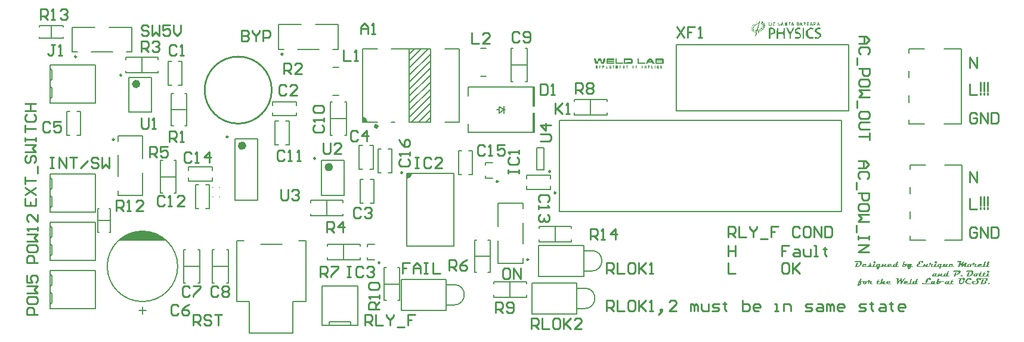
<source format=gto>
G04*
G04 #@! TF.GenerationSoftware,Altium Limited,Altium Designer,20.0.10 (225)*
G04*
G04 Layer_Color=65535*
%FSLAX24Y24*%
%MOIN*%
G70*
G01*
G75*
%ADD10C,0.0050*%
%ADD11C,0.0098*%
%ADD12C,0.0079*%
%ADD13C,0.0236*%
%ADD14C,0.0100*%
%ADD15C,0.0197*%
%ADD16C,0.0059*%
%ADD17C,0.0039*%
G36*
X18279Y15216D02*
X15631D01*
X15867Y15452D01*
X16143Y15590D01*
X16903Y15757D01*
X17351D01*
X18023Y15472D01*
X18279Y15216D01*
D02*
G37*
G36*
X31987Y18978D02*
Y18879D01*
X31830Y18722D01*
X31731D01*
Y18978D01*
X31987D01*
D02*
G37*
G36*
X29497Y21850D02*
Y21971D01*
X29340Y22128D01*
X29253D01*
Y21850D01*
X29497D01*
D02*
G37*
G36*
X60547Y14092D02*
X60549Y14092D01*
X60551Y14092D01*
X60557Y14091D01*
X60563Y14089D01*
X60570Y14086D01*
X60574Y14084D01*
X60577Y14081D01*
X60581Y14078D01*
X60584Y14075D01*
X60584Y14075D01*
X60585Y14075D01*
X60586Y14074D01*
X60587Y14072D01*
X60588Y14071D01*
X60590Y14069D01*
X60593Y14064D01*
X60596Y14058D01*
X60599Y14051D01*
X60601Y14043D01*
X60601Y14039D01*
X60601Y14035D01*
Y14034D01*
Y14034D01*
Y14032D01*
X60601Y14031D01*
X60601Y14029D01*
X60600Y14026D01*
X60599Y14021D01*
X60597Y14014D01*
X60595Y14011D01*
X60593Y14008D01*
X60591Y14004D01*
X60589Y14000D01*
X60586Y13997D01*
X60582Y13994D01*
X60582Y13993D01*
X60581Y13993D01*
X60580Y13992D01*
X60579Y13991D01*
X60577Y13990D01*
X60575Y13989D01*
X60572Y13987D01*
X60570Y13986D01*
X60563Y13982D01*
X60555Y13980D01*
X60547Y13978D01*
X60542Y13977D01*
X60537Y13977D01*
X60534D01*
X60533Y13977D01*
X60530Y13978D01*
X60528Y13978D01*
X60522Y13979D01*
X60514Y13981D01*
X60507Y13984D01*
X60503Y13986D01*
X60499Y13988D01*
X60496Y13991D01*
X60492Y13994D01*
X60492Y13994D01*
X60491Y13994D01*
X60490Y13995D01*
X60489Y13997D01*
X60488Y13998D01*
X60486Y14000D01*
X60483Y14005D01*
X60479Y14011D01*
X60476Y14018D01*
X60475Y14022D01*
X60474Y14026D01*
X60474Y14030D01*
X60473Y14035D01*
Y14035D01*
Y14037D01*
X60474Y14039D01*
Y14041D01*
X60474Y14044D01*
X60475Y14048D01*
X60477Y14054D01*
X60448D01*
X60446Y14054D01*
X60443Y14053D01*
X60440Y14053D01*
X60436Y14051D01*
X60432Y14049D01*
X60428Y14047D01*
X60425Y14043D01*
X60425Y14042D01*
X60424Y14041D01*
X60422Y14038D01*
X60420Y14035D01*
X60418Y14031D01*
X60417Y14027D01*
X60416Y14022D01*
X60415Y14017D01*
Y14016D01*
Y14015D01*
X60416Y14012D01*
X60416Y14009D01*
X60417Y14004D01*
X60419Y13999D01*
X60420Y13992D01*
X60423Y13985D01*
Y13984D01*
X60423Y13984D01*
X60424Y13983D01*
X60424Y13981D01*
X60426Y13977D01*
X60427Y13973D01*
X60428Y13968D01*
X60429Y13962D01*
X60430Y13957D01*
X60431Y13952D01*
Y13951D01*
X60430Y13950D01*
X60429Y13947D01*
X60428Y13946D01*
X60427Y13944D01*
X60426Y13942D01*
X60424Y13940D01*
X60422Y13937D01*
X60419Y13935D01*
X60416Y13933D01*
X60412Y13930D01*
X60407Y13928D01*
X60403Y13925D01*
X60402Y13925D01*
X60401Y13924D01*
X60399Y13923D01*
X60396Y13922D01*
X60393Y13920D01*
X60389Y13919D01*
X60385Y13916D01*
X60381Y13914D01*
X60372Y13909D01*
X60363Y13905D01*
X60359Y13902D01*
X60356Y13900D01*
X60353Y13898D01*
X60350Y13896D01*
X60350Y13895D01*
X60349Y13895D01*
X60347Y13893D01*
X60346Y13891D01*
X60344Y13889D01*
X60341Y13886D01*
X60339Y13883D01*
X60336Y13879D01*
X60333Y13875D01*
X60331Y13870D01*
X60328Y13865D01*
X60326Y13860D01*
X60325Y13854D01*
X60323Y13847D01*
X60322Y13841D01*
X60322Y13834D01*
Y13833D01*
Y13832D01*
X60322Y13831D01*
X60323Y13829D01*
X60323Y13827D01*
X60324Y13824D01*
X60325Y13821D01*
X60326Y13818D01*
X60328Y13815D01*
X60330Y13812D01*
X60333Y13808D01*
X60336Y13805D01*
X60340Y13803D01*
X60344Y13800D01*
X60349Y13798D01*
X60355Y13796D01*
X60355D01*
X60355Y13796D01*
X60356D01*
X60358Y13795D01*
X60360Y13795D01*
X60362Y13795D01*
X60365Y13794D01*
X60368Y13794D01*
X60371Y13793D01*
X60376Y13793D01*
X60380Y13793D01*
X60385Y13792D01*
X60391Y13792D01*
X60397D01*
X60404Y13792D01*
X60587D01*
X60626Y13917D01*
X60712D01*
X60687Y13835D01*
X60761Y13899D01*
X60761Y13899D01*
X60762Y13900D01*
X60764Y13901D01*
X60766Y13903D01*
X60769Y13905D01*
X60773Y13907D01*
X60776Y13909D01*
X60781Y13912D01*
X60785Y13914D01*
X60790Y13916D01*
X60796Y13918D01*
X60801Y13920D01*
X60807Y13922D01*
X60814Y13923D01*
X60820Y13924D01*
X60828D01*
X60829Y13924D01*
X60830Y13923D01*
X60834Y13922D01*
X60839Y13921D01*
X60841Y13919D01*
X60843Y13917D01*
X60845Y13915D01*
X60847Y13913D01*
X60848Y13910D01*
X60850Y13907D01*
X60850Y13904D01*
X60851Y13899D01*
Y13899D01*
Y13898D01*
X60850Y13896D01*
Y13893D01*
X60850Y13891D01*
X60849Y13887D01*
X60848Y13884D01*
X60847Y13880D01*
X60819Y13792D01*
X60914D01*
X60945Y13879D01*
X60945Y13879D01*
X60943Y13879D01*
X60940Y13880D01*
X60937Y13882D01*
X60933Y13884D01*
X60929Y13886D01*
X60925Y13889D01*
X60921Y13893D01*
X60921Y13894D01*
X60920Y13895D01*
X60918Y13898D01*
X60917Y13901D01*
X60915Y13905D01*
X60913Y13910D01*
X60912Y13915D01*
X60912Y13921D01*
Y13921D01*
Y13922D01*
X60912Y13923D01*
Y13925D01*
X60913Y13928D01*
X60913Y13930D01*
X60915Y13936D01*
X60917Y13940D01*
X60918Y13943D01*
X60920Y13947D01*
X60923Y13950D01*
X60926Y13954D01*
X60929Y13957D01*
X60933Y13961D01*
X60938Y13964D01*
X60938D01*
X60939Y13964D01*
X60940Y13965D01*
X60941Y13966D01*
X60943Y13967D01*
X60946Y13968D01*
X60949Y13969D01*
X60952Y13970D01*
X60956Y13971D01*
X60960Y13972D01*
X60968Y13974D01*
X60978Y13976D01*
X60989Y13976D01*
X61028D01*
X61007Y13917D01*
X61136D01*
X61097Y13792D01*
X61197D01*
X61197Y13793D01*
X61199Y13800D01*
X61235Y13917D01*
X61322D01*
X61283Y13792D01*
X61381D01*
X61380Y13795D01*
X61379Y13803D01*
X61378Y13811D01*
Y13812D01*
Y13812D01*
Y13814D01*
X61379Y13817D01*
X61379Y13820D01*
X61379Y13825D01*
X61380Y13829D01*
X61381Y13834D01*
X61382Y13839D01*
Y13840D01*
X61383Y13841D01*
X61384Y13843D01*
X61385Y13846D01*
X61386Y13849D01*
X61388Y13853D01*
X61390Y13858D01*
X61392Y13862D01*
X61395Y13867D01*
X61398Y13872D01*
X61402Y13877D01*
X61407Y13882D01*
X61411Y13887D01*
X61417Y13892D01*
X61422Y13896D01*
X61429Y13900D01*
X61429Y13901D01*
X61430Y13901D01*
X61432Y13902D01*
X61434Y13903D01*
X61437Y13904D01*
X61440Y13906D01*
X61444Y13907D01*
X61449Y13909D01*
X61454Y13910D01*
X61459Y13912D01*
X61465Y13913D01*
X61471Y13915D01*
X61478Y13916D01*
X61485Y13917D01*
X61492Y13917D01*
X61499Y13917D01*
X61633D01*
X61594Y13792D01*
X61694D01*
Y13793D01*
X61694Y13796D01*
X61695Y13799D01*
X61697Y13806D01*
X61737Y13917D01*
X61825D01*
X61780Y13792D01*
X61829D01*
X61874Y13917D01*
X61961D01*
X61917Y13792D01*
X62015D01*
Y13791D01*
X62014Y13791D01*
X62014Y13790D01*
X62014Y13788D01*
X62012Y13785D01*
X62010Y13780D01*
X62007Y13775D01*
X62003Y13770D01*
X61998Y13765D01*
X61992Y13761D01*
X61992Y13761D01*
X61990Y13760D01*
X61987Y13759D01*
X61984Y13757D01*
X61980Y13756D01*
X61975Y13754D01*
X61969Y13753D01*
X61964Y13753D01*
X61860D01*
X61857Y13753D01*
X61855Y13754D01*
X61852Y13754D01*
X61845Y13756D01*
X61842Y13757D01*
X61839Y13759D01*
X61836Y13760D01*
X61833Y13763D01*
X61831Y13765D01*
X61829Y13768D01*
X61828Y13772D01*
X61827Y13776D01*
X61827Y13775D01*
X61826Y13775D01*
X61825Y13774D01*
X61824Y13772D01*
X61822Y13770D01*
X61820Y13768D01*
X61817Y13766D01*
X61814Y13764D01*
X61811Y13762D01*
X61807Y13760D01*
X61802Y13758D01*
X61798Y13757D01*
X61793Y13755D01*
X61788Y13754D01*
X61782Y13753D01*
X61777Y13753D01*
X61732D01*
X61731Y13753D01*
X61727Y13754D01*
X61723Y13754D01*
X61718Y13755D01*
X61713Y13757D01*
X61708Y13760D01*
X61703Y13763D01*
X61703Y13763D01*
X61702Y13764D01*
X61700Y13767D01*
X61698Y13769D01*
X61697Y13773D01*
X61695Y13777D01*
X61694Y13782D01*
X61694Y13788D01*
Y13788D01*
Y13789D01*
X61694Y13791D01*
Y13791D01*
X61694Y13791D01*
X61693Y13790D01*
X61693Y13788D01*
X61691Y13785D01*
X61688Y13780D01*
X61684Y13775D01*
X61679Y13769D01*
X61676Y13767D01*
X61673Y13764D01*
X61669Y13762D01*
X61665Y13760D01*
X61665D01*
X61665Y13760D01*
X61663Y13759D01*
X61659Y13758D01*
X61656Y13757D01*
X61651Y13755D01*
X61645Y13754D01*
X61639Y13753D01*
X61632Y13753D01*
X61581D01*
X61550Y13654D01*
X61529D01*
X61528Y13654D01*
X61524Y13655D01*
X61520Y13656D01*
X61514Y13657D01*
X61509Y13659D01*
X61503Y13662D01*
X61497Y13667D01*
X61497D01*
X61496Y13667D01*
X61495Y13669D01*
X61492Y13672D01*
X61489Y13676D01*
X61486Y13681D01*
X61484Y13686D01*
X61482Y13693D01*
X61482Y13697D01*
X61481Y13701D01*
Y13701D01*
Y13702D01*
X61482Y13704D01*
Y13706D01*
X61482Y13709D01*
X61483Y13712D01*
X61484Y13716D01*
X61485Y13720D01*
X61503Y13778D01*
X61503Y13777D01*
X61502Y13776D01*
X61501Y13775D01*
X61499Y13773D01*
X61496Y13771D01*
X61493Y13768D01*
X61490Y13765D01*
X61486Y13763D01*
X61481Y13760D01*
X61476Y13758D01*
X61471Y13755D01*
X61465Y13753D01*
X61459Y13751D01*
X61452Y13749D01*
X61445Y13748D01*
X61438Y13748D01*
X61434D01*
X61432Y13748D01*
X61429D01*
X61423Y13749D01*
X61423D01*
X61422Y13749D01*
X61421D01*
X61420Y13750D01*
X61416Y13751D01*
X61411Y13753D01*
X61406Y13756D01*
X61400Y13759D01*
X61394Y13764D01*
X61392Y13767D01*
X61390Y13770D01*
Y13770D01*
X61389Y13771D01*
X61389Y13772D01*
X61388Y13773D01*
X61387Y13775D01*
X61386Y13777D01*
X61384Y13782D01*
X61382Y13787D01*
X61382Y13789D01*
X61381Y13788D01*
X61380Y13785D01*
X61377Y13780D01*
X61373Y13775D01*
X61369Y13769D01*
X61363Y13764D01*
X61356Y13760D01*
X61356Y13760D01*
X61354Y13759D01*
X61351Y13758D01*
X61347Y13757D01*
X61343Y13755D01*
X61337Y13754D01*
X61331Y13753D01*
X61326Y13753D01*
X61229D01*
X61227Y13753D01*
X61225D01*
X61222Y13754D01*
X61219Y13755D01*
X61216Y13755D01*
X61213Y13757D01*
X61210Y13758D01*
X61206Y13760D01*
X61204Y13763D01*
X61201Y13765D01*
X61199Y13768D01*
X61197Y13772D01*
X61196Y13777D01*
X61196Y13781D01*
X61194Y13777D01*
X61193Y13775D01*
X61191Y13772D01*
X61188Y13770D01*
X61186Y13767D01*
X61183Y13765D01*
X61180Y13763D01*
X61180D01*
X61179Y13763D01*
X61178Y13762D01*
X61177Y13761D01*
X61174Y13760D01*
X61169Y13758D01*
X61164Y13756D01*
X61159Y13755D01*
X61152Y13753D01*
X61145Y13753D01*
X61051D01*
X61050Y13753D01*
X61047D01*
X61044Y13754D01*
X61042Y13755D01*
X61038Y13756D01*
X61035Y13757D01*
X61031Y13758D01*
X61028Y13760D01*
X61025Y13763D01*
X61022Y13766D01*
X61020Y13769D01*
X61018Y13773D01*
X61017Y13778D01*
X61016Y13783D01*
Y13784D01*
Y13785D01*
X61017Y13786D01*
Y13788D01*
X61017Y13791D01*
X61018Y13794D01*
X61019Y13800D01*
X61044Y13879D01*
X60995D01*
X60959Y13809D01*
Y13809D01*
X60959Y13808D01*
X60958Y13806D01*
X60957Y13804D01*
X60954Y13801D01*
X60951Y13797D01*
X60947Y13794D01*
X60941Y13792D01*
X60938Y13792D01*
X60935Y13792D01*
X60919D01*
Y13791D01*
X60919Y13791D01*
X60918Y13790D01*
X60918Y13788D01*
X60916Y13785D01*
X60913Y13780D01*
X60909Y13775D01*
X60904Y13769D01*
X60898Y13764D01*
X60895Y13762D01*
X60891Y13760D01*
X60891D01*
X60890Y13760D01*
X60888Y13759D01*
X60885Y13758D01*
X60881Y13757D01*
X60876Y13755D01*
X60871Y13754D01*
X60865Y13753D01*
X60858Y13753D01*
X60759D01*
X60757Y13753D01*
X60755Y13754D01*
X60752Y13754D01*
X60746Y13756D01*
X60739Y13758D01*
X60736Y13760D01*
X60734Y13762D01*
X60732Y13764D01*
X60730Y13767D01*
X60729Y13771D01*
X60729Y13775D01*
Y13775D01*
Y13776D01*
X60729Y13778D01*
Y13780D01*
X60730Y13782D01*
X60730Y13785D01*
X60731Y13788D01*
X60732Y13791D01*
X60749Y13844D01*
X60666Y13773D01*
X60666Y13773D01*
X60665Y13772D01*
X60664Y13771D01*
X60661Y13770D01*
X60659Y13769D01*
X60656Y13767D01*
X60653Y13765D01*
X60650Y13763D01*
X60642Y13760D01*
X60634Y13756D01*
X60630Y13755D01*
X60626Y13754D01*
X60622Y13753D01*
X60619Y13753D01*
X60575D01*
X60584Y13782D01*
X60584Y13781D01*
X60581Y13776D01*
X60577Y13771D01*
X60574Y13769D01*
X60572Y13766D01*
X60569Y13764D01*
X60565Y13762D01*
X60565D01*
X60565Y13762D01*
X60564Y13761D01*
X60562Y13761D01*
X60559Y13759D01*
X60554Y13758D01*
X60549Y13756D01*
X60543Y13754D01*
X60536Y13753D01*
X60529Y13753D01*
X60326D01*
X60323Y13753D01*
X60319D01*
X60314Y13754D01*
X60309Y13754D01*
X60304Y13755D01*
X60298Y13756D01*
X60292Y13757D01*
X60280Y13759D01*
X60267Y13763D01*
X60261Y13765D01*
X60255Y13768D01*
X60254Y13768D01*
X60253Y13769D01*
X60251Y13770D01*
X60248Y13772D01*
X60245Y13774D01*
X60242Y13776D01*
X60239Y13780D01*
X60235Y13783D01*
X60231Y13787D01*
X60228Y13791D01*
X60224Y13796D01*
X60222Y13802D01*
X60219Y13807D01*
X60217Y13814D01*
X60216Y13820D01*
X60215Y13827D01*
Y13828D01*
Y13829D01*
X60216Y13832D01*
X60216Y13835D01*
X60217Y13839D01*
X60218Y13843D01*
X60219Y13848D01*
X60221Y13853D01*
X60223Y13859D01*
X60226Y13866D01*
X60229Y13872D01*
X60233Y13879D01*
X60238Y13886D01*
X60244Y13892D01*
X60251Y13899D01*
X60258Y13906D01*
X60259Y13906D01*
X60260Y13907D01*
X60262Y13909D01*
X60264Y13911D01*
X60268Y13913D01*
X60272Y13916D01*
X60277Y13919D01*
X60282Y13922D01*
X60288Y13926D01*
X60294Y13929D01*
X60301Y13932D01*
X60308Y13936D01*
X60316Y13939D01*
X60324Y13943D01*
X60333Y13946D01*
X60342Y13948D01*
Y13949D01*
X60341Y13949D01*
X60340Y13951D01*
X60339Y13953D01*
X60338Y13956D01*
X60337Y13959D01*
X60336Y13963D01*
X60335Y13966D01*
X60332Y13975D01*
X60330Y13984D01*
X60328Y13993D01*
X60328Y14003D01*
Y14004D01*
Y14005D01*
X60328Y14008D01*
X60328Y14011D01*
X60329Y14015D01*
X60330Y14019D01*
X60332Y14024D01*
X60334Y14030D01*
X60337Y14035D01*
X60340Y14041D01*
X60344Y14047D01*
X60349Y14053D01*
X60354Y14059D01*
X60361Y14064D01*
X60368Y14070D01*
X60377Y14074D01*
X60378Y14074D01*
X60379Y14075D01*
X60381Y14076D01*
X60384Y14077D01*
X60388Y14078D01*
X60392Y14080D01*
X60397Y14082D01*
X60403Y14084D01*
X60409Y14085D01*
X60417Y14087D01*
X60424Y14089D01*
X60432Y14090D01*
X60441Y14091D01*
X60450Y14092D01*
X60459Y14092D01*
X60469Y14093D01*
X60545D01*
X60547Y14092D01*
D02*
G37*
G36*
X61299Y14074D02*
X61301Y14073D01*
X61304Y14073D01*
X61310Y14072D01*
X61317Y14070D01*
X61325Y14067D01*
X61329Y14065D01*
X61332Y14063D01*
X61336Y14060D01*
X61340Y14057D01*
X61340Y14057D01*
X61341Y14056D01*
X61341Y14055D01*
X61343Y14054D01*
X61344Y14052D01*
X61346Y14051D01*
X61349Y14046D01*
X61353Y14040D01*
X61356Y14032D01*
X61357Y14029D01*
X61358Y14025D01*
X61358Y14020D01*
X61359Y14016D01*
Y14016D01*
Y14015D01*
Y14014D01*
X61358Y14012D01*
X61358Y14010D01*
X61358Y14008D01*
X61356Y14002D01*
X61354Y13995D01*
X61352Y13992D01*
X61351Y13989D01*
X61349Y13985D01*
X61346Y13982D01*
X61343Y13978D01*
X61340Y13975D01*
X61339Y13975D01*
X61339Y13974D01*
X61338Y13973D01*
X61336Y13972D01*
X61334Y13971D01*
X61332Y13970D01*
X61330Y13968D01*
X61327Y13967D01*
X61321Y13964D01*
X61313Y13961D01*
X61304Y13959D01*
X61300Y13959D01*
X61295Y13958D01*
X61292D01*
X61290Y13959D01*
X61288Y13959D01*
X61285Y13959D01*
X61279Y13960D01*
X61272Y13962D01*
X61265Y13966D01*
X61261Y13967D01*
X61257Y13969D01*
X61253Y13972D01*
X61249Y13975D01*
X61249Y13975D01*
X61249Y13976D01*
X61248Y13977D01*
X61247Y13978D01*
X61245Y13980D01*
X61244Y13982D01*
X61240Y13987D01*
X61237Y13992D01*
X61234Y14000D01*
X61232Y14003D01*
X61231Y14008D01*
X61231Y14012D01*
X61231Y14016D01*
Y14016D01*
Y14017D01*
Y14018D01*
X61231Y14020D01*
X61231Y14022D01*
X61232Y14025D01*
X61233Y14030D01*
X61235Y14037D01*
X61237Y14040D01*
X61239Y14044D01*
X61241Y14047D01*
X61243Y14051D01*
X61246Y14054D01*
X61249Y14057D01*
X61250Y14057D01*
X61250Y14058D01*
X61251Y14059D01*
X61253Y14060D01*
X61255Y14061D01*
X61257Y14062D01*
X61259Y14064D01*
X61262Y14066D01*
X61269Y14069D01*
X61276Y14072D01*
X61285Y14073D01*
X61290Y14074D01*
X61295Y14074D01*
X61297D01*
X61299Y14074D01*
D02*
G37*
G36*
X57870Y14074D02*
X57873Y14073D01*
X57875Y14073D01*
X57882Y14072D01*
X57889Y14070D01*
X57896Y14067D01*
X57900Y14065D01*
X57904Y14063D01*
X57907Y14060D01*
X57911Y14057D01*
X57911Y14057D01*
X57912Y14056D01*
X57913Y14055D01*
X57914Y14054D01*
X57915Y14052D01*
X57917Y14051D01*
X57921Y14046D01*
X57924Y14040D01*
X57927Y14032D01*
X57928Y14029D01*
X57929Y14025D01*
X57930Y14020D01*
X57930Y14016D01*
Y14016D01*
Y14015D01*
Y14014D01*
X57930Y14012D01*
X57929Y14010D01*
X57929Y14008D01*
X57928Y14002D01*
X57926Y13995D01*
X57924Y13992D01*
X57922Y13989D01*
X57920Y13985D01*
X57917Y13982D01*
X57914Y13978D01*
X57911Y13975D01*
X57911Y13975D01*
X57910Y13974D01*
X57909Y13973D01*
X57908Y13972D01*
X57906Y13971D01*
X57904Y13970D01*
X57901Y13968D01*
X57899Y13967D01*
X57892Y13964D01*
X57884Y13961D01*
X57876Y13959D01*
X57871Y13959D01*
X57866Y13958D01*
X57864D01*
X57862Y13959D01*
X57860Y13959D01*
X57857Y13959D01*
X57850Y13960D01*
X57844Y13962D01*
X57836Y13966D01*
X57832Y13967D01*
X57828Y13969D01*
X57824Y13972D01*
X57821Y13975D01*
X57821Y13975D01*
X57820Y13976D01*
X57819Y13977D01*
X57818Y13978D01*
X57817Y13980D01*
X57815Y13982D01*
X57812Y13987D01*
X57808Y13992D01*
X57805Y14000D01*
X57804Y14003D01*
X57803Y14008D01*
X57803Y14012D01*
X57802Y14016D01*
Y14016D01*
Y14017D01*
Y14018D01*
X57803Y14020D01*
X57803Y14022D01*
X57803Y14025D01*
X57804Y14030D01*
X57807Y14037D01*
X57808Y14040D01*
X57810Y14044D01*
X57812Y14047D01*
X57815Y14051D01*
X57818Y14054D01*
X57821Y14057D01*
X57821Y14057D01*
X57822Y14058D01*
X57823Y14059D01*
X57824Y14060D01*
X57826Y14061D01*
X57828Y14062D01*
X57831Y14064D01*
X57834Y14066D01*
X57840Y14069D01*
X57848Y14072D01*
X57857Y14073D01*
X57861Y14074D01*
X57866Y14074D01*
X57869D01*
X57870Y14074D01*
D02*
G37*
G36*
X62170Y13917D02*
X62173D01*
X62177Y13917D01*
X62180Y13916D01*
X62189Y13915D01*
X62198Y13913D01*
X62207Y13911D01*
X62216Y13908D01*
X62216D01*
X62217Y13907D01*
X62219Y13907D01*
X62221Y13906D01*
X62223Y13904D01*
X62226Y13903D01*
X62232Y13898D01*
X62238Y13893D01*
X62240Y13890D01*
X62243Y13887D01*
X62245Y13883D01*
X62247Y13879D01*
X62248Y13874D01*
X62249Y13870D01*
Y13869D01*
Y13869D01*
Y13867D01*
X62248Y13866D01*
X62248Y13863D01*
X62248Y13861D01*
X62246Y13855D01*
X62245Y13851D01*
X62243Y13848D01*
X62241Y13844D01*
X62238Y13841D01*
X62235Y13837D01*
X62232Y13834D01*
X62228Y13830D01*
X62224Y13827D01*
X62144D01*
X62170Y13879D01*
X62119D01*
X62099Y13820D01*
Y13820D01*
X62099Y13819D01*
X62098Y13819D01*
Y13817D01*
X62098Y13814D01*
X62097Y13811D01*
Y13811D01*
Y13810D01*
X62098Y13809D01*
X62098Y13808D01*
X62099Y13805D01*
X62100Y13803D01*
X62101Y13802D01*
X62103Y13800D01*
X62105Y13798D01*
X62108Y13796D01*
X62110Y13795D01*
X62114Y13793D01*
X62118Y13793D01*
X62123Y13792D01*
X62129Y13792D01*
X62317D01*
Y13791D01*
X62317Y13791D01*
X62316Y13790D01*
X62316Y13789D01*
X62314Y13785D01*
X62312Y13781D01*
X62309Y13776D01*
X62305Y13771D01*
X62300Y13766D01*
X62294Y13762D01*
X62293D01*
X62293Y13762D01*
X62292Y13761D01*
X62291Y13761D01*
X62288Y13759D01*
X62283Y13758D01*
X62278Y13756D01*
X62272Y13754D01*
X62264Y13753D01*
X62257Y13753D01*
X62117D01*
X62115Y13753D01*
X62111D01*
X62108Y13754D01*
X62104Y13754D01*
X62100Y13755D01*
X62095Y13755D01*
X62085Y13757D01*
X62075Y13759D01*
X62064Y13762D01*
X62053Y13765D01*
X62042Y13770D01*
X62032Y13776D01*
X62028Y13779D01*
X62024Y13783D01*
X62020Y13787D01*
X62016Y13791D01*
X62013Y13795D01*
X62010Y13800D01*
X62008Y13805D01*
X62006Y13811D01*
X62006Y13817D01*
X62005Y13824D01*
Y13824D01*
Y13826D01*
X62006Y13828D01*
X62006Y13831D01*
X62006Y13835D01*
X62007Y13839D01*
X62008Y13844D01*
X62010Y13849D01*
X62012Y13855D01*
X62015Y13861D01*
X62018Y13867D01*
X62022Y13873D01*
X62027Y13879D01*
X62032Y13885D01*
X62038Y13890D01*
X62045Y13895D01*
X62046Y13895D01*
X62047Y13896D01*
X62049Y13897D01*
X62051Y13899D01*
X62055Y13900D01*
X62059Y13902D01*
X62063Y13904D01*
X62068Y13906D01*
X62074Y13908D01*
X62080Y13910D01*
X62087Y13912D01*
X62094Y13914D01*
X62102Y13915D01*
X62110Y13916D01*
X62118Y13917D01*
X62127Y13917D01*
X62168D01*
X62170Y13917D01*
D02*
G37*
G36*
X59117Y13792D02*
X59218D01*
Y13791D01*
X59217Y13790D01*
X59217Y13788D01*
X59215Y13786D01*
X59214Y13783D01*
X59212Y13780D01*
X59209Y13776D01*
X59206Y13772D01*
X59202Y13769D01*
X59198Y13765D01*
X59193Y13762D01*
X59188Y13759D01*
X59181Y13757D01*
X59175Y13755D01*
X59167Y13753D01*
X59158Y13753D01*
X59065D01*
X59063Y13753D01*
X59060D01*
X59057Y13754D01*
X59054Y13754D01*
X59046Y13756D01*
X59043Y13758D01*
X59039Y13759D01*
X59036Y13761D01*
X59033Y13764D01*
X59031Y13766D01*
X59029Y13770D01*
X59028Y13774D01*
X59027Y13778D01*
X59027Y13778D01*
X59026Y13777D01*
X59025Y13775D01*
X59022Y13773D01*
X59020Y13771D01*
X59016Y13768D01*
X59013Y13765D01*
X59008Y13763D01*
X59004Y13760D01*
X58998Y13757D01*
X58992Y13754D01*
X58986Y13752D01*
X58979Y13750D01*
X58972Y13748D01*
X58964Y13747D01*
X58956Y13747D01*
X58953D01*
X58951Y13747D01*
X58949Y13748D01*
X58946Y13748D01*
X58942Y13748D01*
X58939Y13749D01*
X58931Y13751D01*
X58924Y13754D01*
X58920Y13756D01*
X58916Y13758D01*
X58912Y13761D01*
X58909Y13764D01*
X58908Y13764D01*
X58908Y13764D01*
X58907Y13765D01*
X58906Y13766D01*
X58904Y13768D01*
X58903Y13770D01*
X58901Y13773D01*
X58899Y13776D01*
X58897Y13779D01*
X58896Y13782D01*
X58894Y13786D01*
X58893Y13785D01*
X58891Y13781D01*
X58888Y13776D01*
X58884Y13771D01*
X58879Y13766D01*
X58873Y13762D01*
X58872D01*
X58872Y13762D01*
X58871Y13761D01*
X58870Y13761D01*
X58867Y13759D01*
X58862Y13758D01*
X58857Y13756D01*
X58850Y13754D01*
X58843Y13753D01*
X58836Y13753D01*
X58696D01*
X58694Y13753D01*
X58690D01*
X58687Y13754D01*
X58683Y13754D01*
X58679Y13755D01*
X58674Y13755D01*
X58664Y13757D01*
X58654Y13759D01*
X58643Y13762D01*
X58632Y13765D01*
X58621Y13770D01*
X58611Y13776D01*
X58607Y13779D01*
X58603Y13783D01*
X58599Y13787D01*
X58595Y13790D01*
X58595Y13790D01*
X58594Y13788D01*
X58592Y13785D01*
X58590Y13780D01*
X58586Y13775D01*
X58581Y13769D01*
X58575Y13764D01*
X58572Y13762D01*
X58568Y13760D01*
X58567D01*
X58567Y13760D01*
X58565Y13759D01*
X58562Y13758D01*
X58558Y13757D01*
X58553Y13755D01*
X58547Y13754D01*
X58541Y13753D01*
X58535Y13753D01*
X58436D01*
X58434Y13753D01*
X58431Y13754D01*
X58428Y13754D01*
X58422Y13756D01*
X58416Y13758D01*
X58413Y13760D01*
X58411Y13762D01*
X58409Y13764D01*
X58407Y13767D01*
X58406Y13771D01*
X58406Y13775D01*
Y13775D01*
Y13776D01*
X58406Y13778D01*
Y13780D01*
X58406Y13782D01*
X58407Y13785D01*
X58408Y13788D01*
X58409Y13791D01*
X58425Y13844D01*
X58343Y13773D01*
X58343Y13773D01*
X58342Y13772D01*
X58340Y13771D01*
X58338Y13770D01*
X58336Y13769D01*
X58333Y13767D01*
X58330Y13765D01*
X58326Y13763D01*
X58319Y13760D01*
X58311Y13756D01*
X58307Y13755D01*
X58303Y13754D01*
X58299Y13753D01*
X58295Y13753D01*
X58252D01*
X58260Y13778D01*
X58258Y13776D01*
X58254Y13772D01*
X58250Y13769D01*
X58245Y13765D01*
X58238Y13762D01*
X58232Y13759D01*
X58224Y13757D01*
X58215Y13755D01*
X58205Y13753D01*
X58194Y13753D01*
X58150D01*
X58150Y13752D01*
X58149Y13750D01*
X58148Y13747D01*
X58146Y13743D01*
X58144Y13739D01*
X58142Y13733D01*
X58140Y13727D01*
X58137Y13721D01*
X58131Y13707D01*
X58123Y13693D01*
X58120Y13686D01*
X58116Y13680D01*
X58112Y13674D01*
X58108Y13669D01*
X58108Y13668D01*
X58107Y13667D01*
X58105Y13665D01*
X58102Y13663D01*
X58099Y13660D01*
X58096Y13657D01*
X58091Y13653D01*
X58087Y13650D01*
X58081Y13646D01*
X58075Y13642D01*
X58069Y13639D01*
X58062Y13636D01*
X58055Y13634D01*
X58047Y13632D01*
X58039Y13631D01*
X58030Y13630D01*
X58028D01*
X58026Y13631D01*
X58024D01*
X58021Y13631D01*
X58015Y13632D01*
X58008Y13634D01*
X58001Y13637D01*
X57994Y13641D01*
X57991Y13643D01*
X57988Y13646D01*
X57988Y13646D01*
X57987Y13646D01*
X57987Y13647D01*
X57986Y13648D01*
X57984Y13650D01*
X57983Y13652D01*
X57980Y13657D01*
X57977Y13662D01*
X57975Y13670D01*
X57973Y13678D01*
X57972Y13682D01*
X57972Y13687D01*
Y13688D01*
Y13690D01*
X57972Y13692D01*
Y13696D01*
X57973Y13700D01*
X57974Y13705D01*
X57975Y13710D01*
X57976Y13716D01*
X57978Y13721D01*
X57980Y13727D01*
X57982Y13733D01*
X57985Y13738D01*
X57988Y13743D01*
X57992Y13748D01*
X57997Y13752D01*
X58003Y13755D01*
X58002D01*
X58002Y13755D01*
X58000Y13756D01*
X57999Y13756D01*
X57997Y13757D01*
X57995Y13758D01*
X57989Y13760D01*
X57984Y13763D01*
X57977Y13766D01*
X57971Y13771D01*
X57965Y13776D01*
X57965Y13776D01*
X57965Y13777D01*
X57964Y13778D01*
X57963Y13779D01*
X57961Y13781D01*
X57960Y13783D01*
X57957Y13788D01*
X57953Y13794D01*
X57951Y13802D01*
X57949Y13810D01*
X57948Y13814D01*
X57948Y13819D01*
Y13819D01*
Y13821D01*
X57948Y13823D01*
Y13826D01*
X57949Y13828D01*
X57949Y13832D01*
X57951Y13840D01*
Y13840D01*
X57952Y13842D01*
X57952Y13844D01*
X57953Y13846D01*
X57955Y13850D01*
X57956Y13853D01*
X57958Y13858D01*
X57961Y13862D01*
X57963Y13867D01*
X57967Y13872D01*
X57970Y13877D01*
X57974Y13882D01*
X57979Y13887D01*
X57984Y13891D01*
X57989Y13895D01*
X57995Y13899D01*
X57996Y13900D01*
X57997Y13900D01*
X57998Y13901D01*
X58001Y13902D01*
X58004Y13904D01*
X58007Y13905D01*
X58011Y13907D01*
X58016Y13908D01*
X58021Y13910D01*
X58026Y13912D01*
X58032Y13913D01*
X58038Y13914D01*
X58045Y13916D01*
X58052Y13917D01*
X58060Y13917D01*
X58068Y13917D01*
X58202D01*
X58157Y13792D01*
X58264D01*
X58303Y13917D01*
X58389D01*
X58363Y13835D01*
X58438Y13899D01*
X58438Y13899D01*
X58439Y13900D01*
X58441Y13901D01*
X58443Y13903D01*
X58446Y13905D01*
X58449Y13907D01*
X58453Y13909D01*
X58458Y13912D01*
X58462Y13914D01*
X58467Y13916D01*
X58473Y13918D01*
X58478Y13920D01*
X58484Y13922D01*
X58490Y13923D01*
X58497Y13924D01*
X58504D01*
X58506Y13924D01*
X58507Y13923D01*
X58511Y13922D01*
X58516Y13921D01*
X58518Y13919D01*
X58520Y13917D01*
X58522Y13915D01*
X58524Y13913D01*
X58525Y13910D01*
X58526Y13907D01*
X58527Y13904D01*
X58527Y13899D01*
Y13899D01*
Y13898D01*
X58527Y13896D01*
Y13893D01*
X58526Y13891D01*
X58526Y13887D01*
X58525Y13884D01*
X58523Y13880D01*
X58496Y13792D01*
X58594D01*
X58592Y13795D01*
X58589Y13800D01*
X58587Y13805D01*
X58585Y13811D01*
X58584Y13817D01*
X58584Y13824D01*
Y13824D01*
Y13826D01*
X58584Y13828D01*
X58585Y13831D01*
X58585Y13835D01*
X58586Y13839D01*
X58587Y13844D01*
X58589Y13849D01*
X58591Y13855D01*
X58594Y13861D01*
X58597Y13867D01*
X58601Y13873D01*
X58605Y13879D01*
X58611Y13885D01*
X58617Y13890D01*
X58624Y13895D01*
X58624Y13895D01*
X58626Y13896D01*
X58628Y13897D01*
X58630Y13899D01*
X58634Y13900D01*
X58638Y13902D01*
X58642Y13904D01*
X58647Y13906D01*
X58653Y13908D01*
X58659Y13910D01*
X58666Y13912D01*
X58673Y13914D01*
X58681Y13915D01*
X58689Y13916D01*
X58697Y13917D01*
X58706Y13917D01*
X58747D01*
X58749Y13917D01*
X58752D01*
X58756Y13917D01*
X58759Y13916D01*
X58768Y13915D01*
X58777Y13913D01*
X58786Y13911D01*
X58795Y13908D01*
X58795D01*
X58796Y13907D01*
X58798Y13907D01*
X58800Y13906D01*
X58802Y13904D01*
X58805Y13903D01*
X58811Y13898D01*
X58817Y13893D01*
X58819Y13890D01*
X58822Y13887D01*
X58824Y13883D01*
X58826Y13879D01*
X58827Y13874D01*
X58828Y13870D01*
Y13869D01*
Y13869D01*
Y13867D01*
X58827Y13866D01*
X58827Y13863D01*
X58827Y13861D01*
X58825Y13855D01*
X58824Y13851D01*
X58822Y13848D01*
X58820Y13844D01*
X58817Y13841D01*
X58814Y13837D01*
X58811Y13834D01*
X58807Y13830D01*
X58803Y13827D01*
X58723D01*
X58749Y13879D01*
X58698D01*
X58678Y13820D01*
Y13820D01*
X58678Y13819D01*
X58677Y13819D01*
Y13817D01*
X58677Y13814D01*
X58676Y13811D01*
Y13811D01*
Y13810D01*
X58677Y13809D01*
X58677Y13808D01*
X58678Y13805D01*
X58679Y13803D01*
X58680Y13802D01*
X58682Y13800D01*
X58684Y13798D01*
X58686Y13796D01*
X58689Y13795D01*
X58693Y13793D01*
X58697Y13793D01*
X58702Y13792D01*
X58707Y13792D01*
X58892Y13792D01*
X58891Y13794D01*
X58890Y13799D01*
X58890Y13804D01*
X58890Y13809D01*
Y13810D01*
Y13811D01*
X58890Y13814D01*
X58890Y13818D01*
X58891Y13822D01*
X58892Y13827D01*
X58893Y13833D01*
X58895Y13839D01*
X58897Y13846D01*
X58900Y13852D01*
X58903Y13859D01*
X58907Y13866D01*
X58912Y13873D01*
X58917Y13879D01*
X58924Y13886D01*
X58931Y13891D01*
X58931Y13892D01*
X58932Y13892D01*
X58934Y13894D01*
X58937Y13895D01*
X58941Y13897D01*
X58945Y13900D01*
X58950Y13902D01*
X58956Y13905D01*
X58962Y13907D01*
X58969Y13909D01*
X58976Y13911D01*
X58984Y13913D01*
X58993Y13915D01*
X59001Y13916D01*
X59011Y13917D01*
X59020Y13917D01*
X59069D01*
X59109Y14045D01*
X59196D01*
X59117Y13792D01*
D02*
G37*
G36*
X57633Y13992D02*
X57635Y13991D01*
X57638Y13991D01*
X57641Y13990D01*
X57644Y13989D01*
X57648Y13987D01*
X57652Y13985D01*
X57656Y13983D01*
X57659Y13980D01*
X57663Y13977D01*
X57666Y13974D01*
X57668Y13970D01*
X57670Y13966D01*
X57672Y13961D01*
X57672Y13956D01*
Y13955D01*
Y13955D01*
Y13954D01*
Y13953D01*
X57671Y13949D01*
X57671Y13945D01*
X57669Y13940D01*
X57668Y13935D01*
X57665Y13929D01*
X57661Y13924D01*
Y13923D01*
X57662Y13923D01*
X57662Y13921D01*
X57663Y13920D01*
X57664Y13917D01*
X57665Y13915D01*
X57666Y13912D01*
X57667Y13909D01*
X57670Y13902D01*
X57673Y13894D01*
X57676Y13885D01*
X57680Y13876D01*
Y13876D01*
X57680Y13875D01*
X57681Y13873D01*
X57681Y13871D01*
X57682Y13869D01*
X57683Y13866D01*
X57684Y13862D01*
X57685Y13859D01*
X57687Y13851D01*
X57689Y13843D01*
X57690Y13835D01*
X57691Y13827D01*
Y13827D01*
Y13826D01*
Y13825D01*
X57690Y13824D01*
X57690Y13822D01*
X57690Y13820D01*
X57689Y13815D01*
X57687Y13809D01*
X57684Y13803D01*
X57682Y13800D01*
X57680Y13797D01*
X57677Y13794D01*
X57674Y13792D01*
X57768D01*
X57768Y13793D01*
X57770Y13800D01*
X57807Y13917D01*
X57893D01*
X57854Y13792D01*
X57954D01*
Y13791D01*
X57954Y13791D01*
X57953Y13790D01*
X57953Y13788D01*
X57951Y13785D01*
X57948Y13780D01*
X57945Y13775D01*
X57940Y13769D01*
X57935Y13764D01*
X57928Y13760D01*
X57927Y13760D01*
X57925Y13759D01*
X57922Y13758D01*
X57919Y13757D01*
X57914Y13755D01*
X57909Y13754D01*
X57903Y13753D01*
X57897Y13753D01*
X57800D01*
X57798Y13753D01*
X57796D01*
X57794Y13754D01*
X57791Y13755D01*
X57787Y13755D01*
X57784Y13757D01*
X57781Y13758D01*
X57778Y13760D01*
X57775Y13763D01*
X57772Y13765D01*
X57770Y13768D01*
X57769Y13772D01*
X57767Y13777D01*
X57767Y13781D01*
X57765Y13778D01*
X57762Y13773D01*
X57760Y13771D01*
X57758Y13768D01*
X57755Y13766D01*
X57752Y13764D01*
X57751D01*
X57751Y13764D01*
X57750Y13763D01*
X57749Y13763D01*
X57745Y13761D01*
X57741Y13759D01*
X57735Y13757D01*
X57728Y13755D01*
X57721Y13753D01*
X57714Y13753D01*
X57528D01*
X57525Y13753D01*
X57522Y13754D01*
X57518Y13754D01*
X57514Y13755D01*
X57509Y13756D01*
X57504Y13757D01*
X57499Y13759D01*
X57494Y13761D01*
X57490Y13764D01*
X57486Y13766D01*
X57482Y13770D01*
X57480Y13775D01*
X57478Y13780D01*
X57477Y13785D01*
X57475Y13781D01*
X57472Y13776D01*
X57468Y13771D01*
X57463Y13766D01*
X57457Y13762D01*
X57456D01*
X57456Y13762D01*
X57455Y13761D01*
X57454Y13761D01*
X57451Y13759D01*
X57446Y13758D01*
X57441Y13756D01*
X57435Y13754D01*
X57427Y13753D01*
X57420Y13753D01*
X57280D01*
X57278Y13753D01*
X57274D01*
X57271Y13754D01*
X57267Y13754D01*
X57263Y13755D01*
X57258Y13755D01*
X57248Y13757D01*
X57238Y13759D01*
X57227Y13762D01*
X57216Y13765D01*
X57205Y13770D01*
X57195Y13776D01*
X57191Y13779D01*
X57187Y13783D01*
X57183Y13787D01*
X57179Y13791D01*
X57176Y13795D01*
X57173Y13800D01*
X57171Y13805D01*
X57169Y13811D01*
X57168Y13817D01*
X57168Y13824D01*
Y13824D01*
Y13826D01*
X57168Y13828D01*
X57169Y13831D01*
X57169Y13835D01*
X57170Y13839D01*
X57171Y13844D01*
X57173Y13849D01*
X57175Y13855D01*
X57178Y13861D01*
X57181Y13867D01*
X57185Y13873D01*
X57189Y13879D01*
X57195Y13885D01*
X57201Y13890D01*
X57208Y13895D01*
X57209Y13895D01*
X57210Y13896D01*
X57212Y13897D01*
X57214Y13899D01*
X57218Y13900D01*
X57222Y13902D01*
X57226Y13904D01*
X57231Y13906D01*
X57237Y13908D01*
X57243Y13910D01*
X57250Y13912D01*
X57257Y13914D01*
X57265Y13915D01*
X57273Y13916D01*
X57281Y13917D01*
X57290Y13917D01*
X57331D01*
X57333Y13917D01*
X57336D01*
X57340Y13917D01*
X57343Y13916D01*
X57352Y13915D01*
X57361Y13913D01*
X57370Y13911D01*
X57379Y13908D01*
X57379D01*
X57380Y13907D01*
X57382Y13907D01*
X57384Y13906D01*
X57386Y13904D01*
X57389Y13903D01*
X57395Y13898D01*
X57401Y13893D01*
X57403Y13890D01*
X57406Y13887D01*
X57408Y13883D01*
X57410Y13879D01*
X57411Y13874D01*
X57412Y13870D01*
Y13869D01*
Y13869D01*
Y13867D01*
X57411Y13866D01*
X57411Y13863D01*
X57411Y13861D01*
X57409Y13855D01*
X57408Y13851D01*
X57406Y13848D01*
X57404Y13844D01*
X57401Y13841D01*
X57398Y13837D01*
X57395Y13834D01*
X57391Y13830D01*
X57387Y13827D01*
X57307D01*
X57333Y13879D01*
X57282D01*
X57262Y13820D01*
Y13820D01*
X57262Y13819D01*
X57261Y13819D01*
Y13817D01*
X57261Y13814D01*
X57260Y13811D01*
Y13811D01*
Y13810D01*
X57261Y13809D01*
X57261Y13808D01*
X57262Y13805D01*
X57263Y13803D01*
X57264Y13802D01*
X57266Y13800D01*
X57268Y13798D01*
X57270Y13796D01*
X57273Y13795D01*
X57277Y13793D01*
X57281Y13793D01*
X57286Y13792D01*
X57291Y13792D01*
X57478D01*
Y13792D01*
X57478Y13794D01*
X57479Y13797D01*
X57481Y13800D01*
X57482Y13804D01*
X57485Y13807D01*
X57489Y13811D01*
X57493Y13814D01*
X57494Y13814D01*
X57495Y13815D01*
X57498Y13816D01*
X57501Y13818D01*
X57505Y13819D01*
X57509Y13820D01*
X57514Y13821D01*
X57520Y13821D01*
X57521D01*
X57522Y13821D01*
X57525Y13820D01*
X57527Y13820D01*
X57530Y13819D01*
X57534Y13818D01*
X57538Y13817D01*
X57543Y13815D01*
X57548Y13813D01*
X57554Y13811D01*
X57560Y13808D01*
X57567Y13805D01*
X57575Y13801D01*
X57582Y13797D01*
X57591Y13792D01*
Y13792D01*
X57591Y13793D01*
X57593Y13795D01*
X57595Y13798D01*
X57597Y13802D01*
X57599Y13807D01*
X57601Y13812D01*
X57603Y13818D01*
X57603Y13824D01*
Y13825D01*
Y13826D01*
X57603Y13828D01*
X57602Y13830D01*
X57602Y13832D01*
X57601Y13834D01*
X57601Y13837D01*
X57600Y13840D01*
X57599Y13844D01*
X57598Y13847D01*
X57597Y13852D01*
X57595Y13857D01*
X57593Y13862D01*
X57566Y13837D01*
X57517D01*
X57581Y13896D01*
X57581Y13897D01*
X57581Y13898D01*
X57580Y13899D01*
X57579Y13901D01*
X57577Y13905D01*
X57576Y13909D01*
Y13909D01*
X57575Y13910D01*
X57575Y13912D01*
X57574Y13915D01*
X57573Y13918D01*
X57573Y13921D01*
X57572Y13925D01*
Y13929D01*
X57632Y13992D01*
X57632D01*
X57633Y13992D01*
D02*
G37*
G36*
X64204Y13792D02*
X64307D01*
Y13791D01*
X64307Y13791D01*
X64306Y13790D01*
X64306Y13788D01*
X64304Y13785D01*
X64301Y13780D01*
X64298Y13775D01*
X64293Y13769D01*
X64290Y13767D01*
X64287Y13764D01*
X64283Y13762D01*
X64279Y13760D01*
X64279D01*
X64279Y13760D01*
X64277Y13759D01*
X64273Y13758D01*
X64269Y13757D01*
X64264Y13755D01*
X64259Y13754D01*
X64253Y13753D01*
X64246Y13753D01*
X64152D01*
X64150Y13753D01*
X64148D01*
X64145Y13754D01*
X64142Y13754D01*
X64136Y13756D01*
X64133Y13757D01*
X64129Y13759D01*
X64126Y13761D01*
X64124Y13763D01*
X64121Y13766D01*
X64120Y13769D01*
X64118Y13773D01*
X64118Y13777D01*
Y13778D01*
Y13778D01*
Y13780D01*
X64118Y13782D01*
X64119Y13784D01*
X64119Y13784D01*
X64116Y13780D01*
X64113Y13775D01*
X64108Y13769D01*
X64105Y13767D01*
X64102Y13764D01*
X64098Y13762D01*
X64094Y13760D01*
X64094D01*
X64094Y13760D01*
X64092Y13759D01*
X64088Y13758D01*
X64084Y13757D01*
X64079Y13755D01*
X64074Y13754D01*
X64068Y13753D01*
X64061Y13753D01*
X63967D01*
X63965Y13753D01*
X63963D01*
X63960Y13754D01*
X63957Y13754D01*
X63951Y13756D01*
X63948Y13757D01*
X63944Y13759D01*
X63941Y13761D01*
X63939Y13763D01*
X63936Y13766D01*
X63935Y13769D01*
X63933Y13773D01*
X63933Y13777D01*
Y13778D01*
Y13778D01*
Y13780D01*
X63933Y13782D01*
X63934Y13784D01*
X63934Y13786D01*
X63934Y13786D01*
X63934Y13785D01*
X63932Y13781D01*
X63929Y13776D01*
X63924Y13771D01*
X63919Y13766D01*
X63913Y13762D01*
X63913D01*
X63913Y13762D01*
X63912Y13761D01*
X63910Y13761D01*
X63907Y13759D01*
X63903Y13758D01*
X63897Y13756D01*
X63891Y13754D01*
X63884Y13753D01*
X63876Y13753D01*
X63737D01*
X63734Y13753D01*
X63731D01*
X63727Y13754D01*
X63723Y13754D01*
X63719Y13755D01*
X63714Y13755D01*
X63705Y13757D01*
X63694Y13759D01*
X63683Y13762D01*
X63672Y13765D01*
X63662Y13770D01*
X63652Y13776D01*
X63647Y13779D01*
X63643Y13783D01*
X63639Y13787D01*
X63635Y13791D01*
X63632Y13795D01*
X63629Y13800D01*
X63627Y13805D01*
X63626Y13811D01*
X63625Y13817D01*
X63625Y13824D01*
Y13824D01*
Y13826D01*
X63625Y13828D01*
X63625Y13831D01*
X63626Y13835D01*
X63626Y13839D01*
X63628Y13844D01*
X63629Y13849D01*
X63632Y13855D01*
X63634Y13861D01*
X63638Y13867D01*
X63642Y13873D01*
X63646Y13879D01*
X63651Y13885D01*
X63658Y13890D01*
X63665Y13895D01*
X63665Y13895D01*
X63666Y13896D01*
X63668Y13897D01*
X63671Y13899D01*
X63674Y13900D01*
X63678Y13902D01*
X63683Y13904D01*
X63688Y13906D01*
X63693Y13908D01*
X63700Y13910D01*
X63707Y13912D01*
X63714Y13914D01*
X63721Y13915D01*
X63729Y13916D01*
X63738Y13917D01*
X63747Y13917D01*
X63787D01*
X63790Y13917D01*
X63792D01*
X63796Y13917D01*
X63800Y13916D01*
X63808Y13915D01*
X63817Y13913D01*
X63827Y13911D01*
X63835Y13908D01*
X63836D01*
X63837Y13907D01*
X63838Y13907D01*
X63840Y13906D01*
X63843Y13904D01*
X63845Y13903D01*
X63851Y13898D01*
X63857Y13893D01*
X63860Y13890D01*
X63862Y13887D01*
X63864Y13883D01*
X63866Y13879D01*
X63867Y13874D01*
X63868Y13870D01*
Y13869D01*
Y13869D01*
Y13867D01*
X63868Y13866D01*
X63867Y13863D01*
X63867Y13861D01*
X63865Y13855D01*
X63864Y13851D01*
X63862Y13848D01*
X63860Y13844D01*
X63858Y13841D01*
X63855Y13837D01*
X63851Y13834D01*
X63848Y13830D01*
X63843Y13827D01*
X63763D01*
X63789Y13879D01*
X63738D01*
X63718Y13820D01*
Y13820D01*
X63718Y13819D01*
X63718Y13819D01*
Y13817D01*
X63717Y13814D01*
X63717Y13811D01*
Y13811D01*
Y13810D01*
X63717Y13809D01*
X63717Y13808D01*
X63718Y13805D01*
X63719Y13803D01*
X63721Y13802D01*
X63722Y13800D01*
X63724Y13798D01*
X63727Y13796D01*
X63730Y13795D01*
X63733Y13793D01*
X63738Y13793D01*
X63742Y13792D01*
X63748Y13792D01*
X63936D01*
X64014Y14044D01*
X64098D01*
X64019Y13792D01*
X64121D01*
X64199Y14044D01*
X64283D01*
X64204Y13792D01*
D02*
G37*
G36*
X57030Y14092D02*
X57035Y14092D01*
X57041Y14092D01*
X57047Y14091D01*
X57055Y14090D01*
X57063Y14088D01*
X57071Y14087D01*
X57079Y14084D01*
X57087Y14082D01*
X57096Y14079D01*
X57105Y14075D01*
X57112Y14072D01*
X57120Y14067D01*
X57121Y14067D01*
X57122Y14066D01*
X57125Y14064D01*
X57128Y14061D01*
X57131Y14058D01*
X57135Y14054D01*
X57140Y14050D01*
X57144Y14045D01*
X57149Y14039D01*
X57153Y14032D01*
X57157Y14025D01*
X57161Y14017D01*
X57164Y14009D01*
X57166Y14000D01*
X57168Y13990D01*
X57168Y13980D01*
Y13979D01*
Y13978D01*
X57168Y13976D01*
Y13972D01*
X57167Y13968D01*
X57167Y13963D01*
X57166Y13958D01*
X57164Y13952D01*
X57163Y13945D01*
X57161Y13938D01*
X57158Y13930D01*
X57155Y13922D01*
X57152Y13913D01*
X57147Y13905D01*
X57143Y13896D01*
X57137Y13887D01*
Y13886D01*
X57137Y13886D01*
X57136Y13885D01*
X57135Y13884D01*
X57133Y13880D01*
X57130Y13876D01*
X57126Y13870D01*
X57120Y13864D01*
X57114Y13857D01*
X57107Y13849D01*
X57100Y13842D01*
X57091Y13833D01*
X57081Y13825D01*
X57070Y13817D01*
X57059Y13808D01*
X57047Y13801D01*
X57034Y13793D01*
X57020Y13786D01*
X57019D01*
X57019Y13785D01*
X57018Y13785D01*
X57016Y13785D01*
X57015Y13784D01*
X57012Y13783D01*
X57010Y13782D01*
X57007Y13781D01*
X57004Y13780D01*
X57001Y13778D01*
X56993Y13775D01*
X56984Y13772D01*
X56974Y13769D01*
X56963Y13766D01*
X56951Y13764D01*
X56938Y13761D01*
X56925Y13758D01*
X56911Y13756D01*
X56897Y13754D01*
X56881Y13753D01*
X56866Y13753D01*
X56787D01*
X56863Y14001D01*
X56950D01*
X56884Y13792D01*
X56887D01*
X56889Y13792D01*
X56893D01*
X56897Y13793D01*
X56902Y13793D01*
X56908Y13794D01*
X56915Y13795D01*
X56922Y13797D01*
X56929Y13799D01*
X56937Y13801D01*
X56945Y13804D01*
X56954Y13807D01*
X56962Y13811D01*
X56971Y13816D01*
X56980Y13821D01*
X56981Y13821D01*
X56982Y13822D01*
X56984Y13824D01*
X56988Y13826D01*
X56992Y13829D01*
X56996Y13832D01*
X57001Y13836D01*
X57006Y13841D01*
X57012Y13846D01*
X57018Y13851D01*
X57024Y13857D01*
X57029Y13864D01*
X57035Y13870D01*
X57040Y13877D01*
X57045Y13885D01*
X57049Y13893D01*
X57050Y13893D01*
X57050Y13894D01*
X57051Y13896D01*
X57052Y13899D01*
X57054Y13902D01*
X57056Y13906D01*
X57057Y13910D01*
X57059Y13915D01*
X57063Y13925D01*
X57066Y13935D01*
X57067Y13941D01*
X57068Y13946D01*
X57069Y13951D01*
X57069Y13956D01*
Y13956D01*
Y13958D01*
Y13960D01*
X57069Y13963D01*
X57068Y13966D01*
X57068Y13970D01*
X57067Y13974D01*
X57066Y13979D01*
X57065Y13984D01*
X57064Y13989D01*
X57062Y13994D01*
X57059Y13999D01*
X57057Y14004D01*
X57053Y14008D01*
X57050Y14012D01*
X57046Y14016D01*
X57045Y14016D01*
X57045Y14016D01*
X57044Y14017D01*
X57042Y14018D01*
X57040Y14019D01*
X57037Y14021D01*
X57034Y14022D01*
X57030Y14024D01*
X57026Y14025D01*
X57021Y14027D01*
X57016Y14028D01*
X57010Y14029D01*
X57004Y14030D01*
X56997Y14031D01*
X56990Y14031D01*
X56982Y14032D01*
X56749D01*
X56786Y14093D01*
X57025D01*
X57030Y14092D01*
D02*
G37*
G36*
X62693Y14092D02*
X62696Y14092D01*
X62699Y14092D01*
X62704Y14090D01*
X62707Y14089D01*
X62710Y14087D01*
X62713Y14086D01*
X62716Y14083D01*
X62718Y14081D01*
X62719Y14078D01*
X62720Y14074D01*
X62721Y14070D01*
Y14070D01*
Y14069D01*
X62720Y14067D01*
X62720Y14064D01*
X62720Y14061D01*
X62719Y14057D01*
X62718Y14053D01*
X62716Y14049D01*
X62669Y13898D01*
X62775Y14017D01*
X62775Y14017D01*
X62776Y14018D01*
X62777Y14019D01*
X62778Y14020D01*
X62781Y14024D01*
X62785Y14028D01*
X62789Y14033D01*
X62794Y14037D01*
X62798Y14041D01*
X62800Y14043D01*
X62802Y14044D01*
X62802D01*
X62803Y14044D01*
X62804Y14045D01*
X62805Y14046D01*
X62806Y14046D01*
X62808Y14047D01*
X62813Y14049D01*
X62819Y14051D01*
X62826Y14052D01*
X62833Y14054D01*
X62842Y14054D01*
X62844D01*
X62845Y14054D01*
X62847Y14053D01*
X62849Y14053D01*
X62851Y14052D01*
X62854Y14051D01*
X62857Y14049D01*
X62858Y14049D01*
X62859Y14048D01*
X62861Y14046D01*
X62863Y14043D01*
X62866Y14040D01*
X62867Y14036D01*
X62869Y14031D01*
X62869Y14025D01*
Y14025D01*
Y14024D01*
X62869Y14022D01*
X62869Y14019D01*
X62868Y14016D01*
X62867Y14012D01*
X62866Y14008D01*
X62864Y14004D01*
X62826Y13879D01*
X62927Y13969D01*
X62928Y13969D01*
X62928Y13970D01*
X62929Y13971D01*
X62930Y13972D01*
X62934Y13976D01*
X62938Y13980D01*
X62942Y13984D01*
X62947Y13989D01*
X62950Y13992D01*
X62952Y13993D01*
X62953Y13994D01*
X62954Y13994D01*
X62955Y13995D01*
X62958Y13996D01*
X62961Y13997D01*
X62966Y13999D01*
X62971Y14000D01*
X62978Y14000D01*
X62986Y14001D01*
X62987D01*
X62989Y14000D01*
X62991Y14000D01*
X62993Y13999D01*
X62996Y13998D01*
X63000Y13996D01*
X63003Y13994D01*
X63004D01*
X63004Y13994D01*
X63006Y13992D01*
X63008Y13990D01*
X63011Y13987D01*
X63013Y13983D01*
X63015Y13979D01*
X63017Y13973D01*
X63017Y13970D01*
Y13967D01*
Y13967D01*
Y13965D01*
X63017Y13963D01*
X63017Y13960D01*
X63016Y13957D01*
X63015Y13953D01*
X63014Y13949D01*
X63013Y13944D01*
X62955Y13792D01*
X63061D01*
X63060Y13793D01*
X63058Y13798D01*
X63056Y13803D01*
X63054Y13807D01*
X63053Y13813D01*
X63052Y13819D01*
X63052Y13825D01*
Y13825D01*
Y13826D01*
Y13827D01*
X63052Y13829D01*
X63052Y13833D01*
X63053Y13838D01*
Y13838D01*
X63053Y13840D01*
X63054Y13842D01*
X63054Y13844D01*
X63055Y13847D01*
X63057Y13850D01*
X63058Y13854D01*
X63060Y13859D01*
X63062Y13863D01*
X63065Y13868D01*
X63068Y13873D01*
X63071Y13877D01*
X63075Y13882D01*
X63079Y13887D01*
X63084Y13891D01*
X63089Y13895D01*
X63090Y13895D01*
X63091Y13896D01*
X63092Y13897D01*
X63095Y13899D01*
X63098Y13900D01*
X63102Y13902D01*
X63107Y13904D01*
X63112Y13906D01*
X63117Y13908D01*
X63124Y13910D01*
X63131Y13912D01*
X63138Y13914D01*
X63147Y13915D01*
X63155Y13916D01*
X63164Y13917D01*
X63174Y13917D01*
X63347D01*
X63346Y13921D01*
Y13921D01*
Y13922D01*
X63347Y13923D01*
Y13925D01*
X63347Y13928D01*
X63348Y13930D01*
X63350Y13936D01*
X63351Y13940D01*
X63353Y13943D01*
X63355Y13947D01*
X63357Y13950D01*
X63360Y13954D01*
X63363Y13957D01*
X63367Y13961D01*
X63372Y13964D01*
X63372D01*
X63373Y13964D01*
X63374Y13965D01*
X63376Y13966D01*
X63378Y13967D01*
X63380Y13968D01*
X63383Y13969D01*
X63386Y13970D01*
X63390Y13971D01*
X63394Y13972D01*
X63403Y13974D01*
X63412Y13976D01*
X63423Y13976D01*
X63462D01*
X63442Y13917D01*
X63474D01*
X63570D01*
X63531Y13792D01*
X63633D01*
Y13791D01*
Y13791D01*
Y13790D01*
X63633Y13789D01*
X63632Y13786D01*
X63631Y13782D01*
X63628Y13777D01*
X63627Y13775D01*
X63625Y13772D01*
X63623Y13770D01*
X63621Y13767D01*
X63618Y13765D01*
X63614Y13763D01*
X63614D01*
X63614Y13763D01*
X63613Y13762D01*
X63611Y13761D01*
X63608Y13760D01*
X63604Y13758D01*
X63599Y13756D01*
X63593Y13755D01*
X63586Y13753D01*
X63580Y13753D01*
X63486D01*
X63484Y13753D01*
X63482D01*
X63479Y13754D01*
X63476Y13755D01*
X63472Y13756D01*
X63469Y13757D01*
X63466Y13758D01*
X63462Y13760D01*
X63459Y13763D01*
X63457Y13766D01*
X63454Y13769D01*
X63452Y13773D01*
X63451Y13778D01*
X63451Y13783D01*
Y13784D01*
Y13785D01*
X63451Y13786D01*
Y13788D01*
X63451Y13791D01*
X63452Y13794D01*
X63454Y13800D01*
X63478Y13879D01*
X63430D01*
X63394Y13809D01*
Y13809D01*
X63393Y13808D01*
X63392Y13806D01*
X63391Y13804D01*
X63388Y13801D01*
X63385Y13797D01*
X63381Y13794D01*
X63376Y13792D01*
X63373Y13792D01*
X63369Y13792D01*
X63348D01*
X63380Y13879D01*
D01*
X63265D01*
X63265Y13878D01*
X63266Y13878D01*
X63268Y13876D01*
X63269Y13874D01*
X63272Y13871D01*
X63274Y13868D01*
X63276Y13864D01*
X63278Y13859D01*
X63278Y13858D01*
X63278Y13857D01*
X63279Y13854D01*
X63280Y13851D01*
X63281Y13847D01*
X63282Y13843D01*
X63282Y13838D01*
Y13834D01*
Y13834D01*
X63282Y13833D01*
X63281Y13830D01*
X63281Y13828D01*
X63280Y13824D01*
X63279Y13820D01*
X63278Y13816D01*
X63276Y13811D01*
X63274Y13806D01*
X63272Y13801D01*
X63269Y13796D01*
X63265Y13791D01*
X63261Y13785D01*
X63257Y13780D01*
X63252Y13776D01*
X63246Y13771D01*
X63246Y13771D01*
X63245Y13770D01*
X63243Y13769D01*
X63241Y13768D01*
X63238Y13766D01*
X63234Y13764D01*
X63230Y13762D01*
X63225Y13760D01*
X63219Y13758D01*
X63214Y13756D01*
X63207Y13754D01*
X63200Y13753D01*
X63192Y13751D01*
X63184Y13750D01*
X63175Y13749D01*
X63167Y13749D01*
X63161D01*
X63157Y13749D01*
X63153Y13750D01*
X63147Y13750D01*
X63141Y13751D01*
X63134Y13752D01*
X63127Y13753D01*
X63120Y13754D01*
X63113Y13756D01*
X63106Y13758D01*
X63098Y13761D01*
X63092Y13764D01*
X63085Y13767D01*
X63079Y13771D01*
X63079Y13772D01*
X63078Y13772D01*
X63076Y13773D01*
X63075Y13775D01*
X63073Y13777D01*
X63071Y13780D01*
X63068Y13783D01*
X63066Y13786D01*
X63063Y13789D01*
X63063Y13790D01*
X63062Y13788D01*
X63061Y13786D01*
X63059Y13783D01*
X63057Y13780D01*
X63054Y13776D01*
X63051Y13772D01*
X63047Y13769D01*
X63042Y13765D01*
X63037Y13762D01*
X63031Y13759D01*
X63024Y13757D01*
X63015Y13755D01*
X63006Y13753D01*
X62996Y13753D01*
X62906D01*
X62903Y13753D01*
X62900Y13754D01*
X62897Y13754D01*
X62889Y13756D01*
X62886Y13757D01*
X62882Y13759D01*
X62879Y13761D01*
X62875Y13763D01*
X62873Y13765D01*
X62871Y13769D01*
X62869Y13772D01*
X62869Y13776D01*
Y13777D01*
Y13778D01*
X62869Y13780D01*
X62870Y13782D01*
X62870Y13785D01*
X62871Y13789D01*
X62872Y13793D01*
X62874Y13798D01*
X62914Y13902D01*
X62786Y13780D01*
X62786Y13779D01*
X62786Y13778D01*
X62785Y13777D01*
X62784Y13775D01*
X62782Y13773D01*
X62780Y13770D01*
X62775Y13764D01*
X62769Y13759D01*
X62766Y13756D01*
X62763Y13754D01*
X62760Y13752D01*
X62756Y13751D01*
X62752Y13750D01*
X62748Y13749D01*
X62746D01*
X62744Y13750D01*
X62740Y13750D01*
X62740D01*
X62739Y13751D01*
X62738D01*
X62736Y13751D01*
X62732Y13753D01*
X62728Y13755D01*
X62725Y13756D01*
X62723Y13758D01*
X62721Y13761D01*
X62719Y13763D01*
X62718Y13766D01*
X62716Y13769D01*
X62716Y13773D01*
X62715Y13778D01*
Y13778D01*
Y13779D01*
X62716Y13781D01*
X62716Y13784D01*
X62716Y13786D01*
X62717Y13790D01*
X62718Y13794D01*
X62720Y13798D01*
X62767Y13951D01*
X62623Y13778D01*
Y13778D01*
X62622Y13777D01*
X62621Y13776D01*
X62620Y13774D01*
X62617Y13770D01*
X62613Y13766D01*
X62607Y13761D01*
X62600Y13757D01*
X62596Y13755D01*
X62592Y13754D01*
X62587Y13753D01*
X62582Y13753D01*
X62537D01*
X62624Y14032D01*
X62501D01*
X62535Y14093D01*
X62691D01*
X62693Y14092D01*
D02*
G37*
G36*
X59492Y13792D02*
X59494D01*
X59497Y13792D01*
X59500D01*
X59505Y13793D01*
X59509Y13794D01*
X59515Y13795D01*
X59521Y13797D01*
X59526Y13799D01*
X59533Y13802D01*
X59539Y13805D01*
X59545Y13809D01*
X59551Y13814D01*
X59557Y13820D01*
X59562Y13826D01*
X59566Y13834D01*
X59566Y13834D01*
X59565Y13834D01*
X59564Y13835D01*
X59563Y13836D01*
X59559Y13839D01*
X59555Y13844D01*
X59551Y13849D01*
X59547Y13856D01*
X59546Y13859D01*
X59545Y13863D01*
X59544Y13867D01*
X59544Y13872D01*
Y13872D01*
Y13873D01*
Y13874D01*
X59544Y13875D01*
X59545Y13878D01*
X59546Y13883D01*
X59547Y13888D01*
X59550Y13893D01*
X59554Y13899D01*
X59556Y13901D01*
X59558Y13904D01*
X59559D01*
X59559Y13905D01*
X59561Y13906D01*
X59564Y13908D01*
X59568Y13911D01*
X59573Y13913D01*
X59579Y13915D01*
X59586Y13917D01*
X59593Y13917D01*
X59734D01*
D01*
X59821D01*
X59843D01*
X59843Y13917D01*
X59842Y13916D01*
X59841Y13914D01*
X59840Y13911D01*
X59838Y13908D01*
X59836Y13905D01*
X59833Y13902D01*
X59830Y13898D01*
X59827Y13894D01*
X59823Y13891D01*
X59818Y13887D01*
X59814Y13885D01*
X59809Y13883D01*
X59780Y13792D01*
X59824D01*
X59863Y13917D01*
X59949D01*
X59910Y13792D01*
X60017D01*
X60016Y13791D01*
X60016Y13790D01*
X60015Y13788D01*
X60014Y13786D01*
X60012Y13783D01*
X60010Y13780D01*
X60007Y13776D01*
X60004Y13772D01*
X60000Y13769D01*
X59996Y13765D01*
X59992Y13762D01*
X59987Y13759D01*
X59981Y13757D01*
X59975Y13755D01*
X59968Y13753D01*
X59961Y13753D01*
X59899D01*
X59899Y13752D01*
X59898Y13750D01*
X59897Y13748D01*
X59895Y13744D01*
X59894Y13739D01*
X59892Y13734D01*
X59889Y13728D01*
X59886Y13721D01*
X59879Y13707D01*
X59872Y13694D01*
X59868Y13687D01*
X59864Y13680D01*
X59860Y13674D01*
X59856Y13669D01*
X59856Y13668D01*
X59855Y13667D01*
X59853Y13665D01*
X59851Y13663D01*
X59847Y13660D01*
X59844Y13657D01*
X59839Y13653D01*
X59834Y13650D01*
X59829Y13646D01*
X59823Y13642D01*
X59817Y13639D01*
X59810Y13636D01*
X59802Y13634D01*
X59794Y13632D01*
X59786Y13631D01*
X59778Y13630D01*
X59775D01*
X59773Y13631D01*
X59771Y13631D01*
X59768Y13631D01*
X59761Y13633D01*
X59754Y13635D01*
X59746Y13638D01*
X59743Y13640D01*
X59739Y13642D01*
X59736Y13645D01*
X59732Y13648D01*
Y13648D01*
X59732Y13649D01*
X59731Y13650D01*
X59730Y13651D01*
X59728Y13654D01*
X59726Y13659D01*
X59723Y13664D01*
X59721Y13671D01*
X59719Y13679D01*
X59719Y13688D01*
Y13688D01*
Y13689D01*
Y13690D01*
Y13691D01*
X59719Y13693D01*
Y13695D01*
X59720Y13700D01*
X59721Y13706D01*
X59722Y13712D01*
X59724Y13719D01*
X59727Y13725D01*
Y13726D01*
X59727Y13726D01*
X59728Y13727D01*
X59729Y13728D01*
X59730Y13732D01*
X59733Y13736D01*
X59736Y13740D01*
X59740Y13745D01*
X59744Y13749D01*
X59749Y13753D01*
X59728D01*
X59725Y13754D01*
X59721Y13754D01*
X59717Y13755D01*
X59712Y13757D01*
X59708Y13759D01*
X59704Y13763D01*
X59704Y13763D01*
X59702Y13764D01*
X59701Y13766D01*
X59699Y13769D01*
X59697Y13773D01*
X59695Y13777D01*
X59694Y13782D01*
X59694Y13787D01*
Y13787D01*
Y13788D01*
Y13790D01*
X59694Y13791D01*
X59695Y13796D01*
X59696Y13801D01*
X59721Y13879D01*
X59659D01*
Y13878D01*
Y13878D01*
X59659Y13877D01*
X59659Y13876D01*
X59658Y13874D01*
X59658Y13872D01*
X59657Y13867D01*
X59655Y13862D01*
X59653Y13855D01*
X59650Y13848D01*
X59647Y13840D01*
X59643Y13832D01*
X59638Y13823D01*
X59632Y13815D01*
X59625Y13806D01*
X59617Y13798D01*
X59609Y13790D01*
X59599Y13783D01*
X59588Y13777D01*
X59587Y13776D01*
X59586Y13776D01*
X59583Y13774D01*
X59580Y13773D01*
X59575Y13771D01*
X59570Y13769D01*
X59564Y13767D01*
X59558Y13765D01*
X59550Y13763D01*
X59542Y13761D01*
X59533Y13759D01*
X59524Y13757D01*
X59514Y13755D01*
X59504Y13754D01*
X59493Y13753D01*
X59482Y13753D01*
X59436D01*
X59434Y13753D01*
X59431Y13754D01*
X59428Y13754D01*
X59424Y13755D01*
X59421Y13757D01*
X59417Y13759D01*
X59417Y13759D01*
X59415Y13760D01*
X59414Y13762D01*
X59411Y13764D01*
X59409Y13768D01*
X59407Y13772D01*
X59406Y13777D01*
X59405Y13782D01*
Y13783D01*
Y13784D01*
X59406Y13785D01*
Y13788D01*
X59406Y13791D01*
X59407Y13794D01*
X59408Y13798D01*
X59409Y13802D01*
X59485Y14044D01*
X59570D01*
X59492Y13792D01*
D02*
G37*
G36*
X64223Y13543D02*
X64226Y13543D01*
X64228Y13543D01*
X64235Y13542D01*
X64242Y13539D01*
X64249Y13536D01*
X64253Y13534D01*
X64257Y13532D01*
X64261Y13530D01*
X64264Y13527D01*
X64264Y13526D01*
X64265Y13526D01*
X64266Y13525D01*
X64267Y13524D01*
X64268Y13522D01*
X64270Y13520D01*
X64274Y13515D01*
X64277Y13509D01*
X64280Y13502D01*
X64282Y13498D01*
X64282Y13494D01*
X64283Y13490D01*
X64283Y13486D01*
Y13485D01*
Y13485D01*
Y13483D01*
X64283Y13482D01*
X64282Y13480D01*
X64282Y13477D01*
X64281Y13472D01*
X64279Y13465D01*
X64277Y13462D01*
X64275Y13458D01*
X64273Y13455D01*
X64270Y13451D01*
X64267Y13448D01*
X64264Y13445D01*
X64264Y13444D01*
X64263Y13444D01*
X64262Y13443D01*
X64261Y13442D01*
X64259Y13441D01*
X64257Y13439D01*
X64254Y13438D01*
X64252Y13436D01*
X64245Y13433D01*
X64237Y13431D01*
X64229Y13429D01*
X64224Y13428D01*
X64219Y13428D01*
X64217D01*
X64215Y13428D01*
X64213Y13429D01*
X64210Y13429D01*
X64203Y13430D01*
X64197Y13432D01*
X64189Y13435D01*
X64185Y13437D01*
X64181Y13439D01*
X64178Y13442D01*
X64174Y13445D01*
X64174Y13445D01*
X64173Y13445D01*
X64172Y13446D01*
X64171Y13448D01*
X64170Y13449D01*
X64168Y13451D01*
X64165Y13456D01*
X64161Y13462D01*
X64158Y13469D01*
X64157Y13473D01*
X64156Y13477D01*
X64156Y13481D01*
X64155Y13486D01*
Y13486D01*
Y13487D01*
Y13488D01*
X64156Y13490D01*
X64156Y13492D01*
X64156Y13494D01*
X64158Y13500D01*
X64160Y13506D01*
X64161Y13510D01*
X64163Y13513D01*
X64165Y13516D01*
X64168Y13520D01*
X64171Y13523D01*
X64174Y13527D01*
X64174Y13527D01*
X64175Y13527D01*
X64176Y13528D01*
X64177Y13529D01*
X64179Y13531D01*
X64181Y13532D01*
X64184Y13534D01*
X64187Y13535D01*
X64193Y13538D01*
X64201Y13541D01*
X64210Y13543D01*
X64214Y13543D01*
X64219Y13544D01*
X64222D01*
X64223Y13543D01*
D02*
G37*
G36*
X62561Y13562D02*
X62565D01*
X62571Y13562D01*
X62577Y13561D01*
X62583Y13561D01*
X62589Y13560D01*
X62596Y13559D01*
X62610Y13556D01*
X62617Y13555D01*
X62623Y13553D01*
X62630Y13551D01*
X62635Y13549D01*
X62636Y13548D01*
X62637Y13548D01*
X62639Y13547D01*
X62642Y13545D01*
X62645Y13543D01*
X62648Y13540D01*
X62652Y13537D01*
X62656Y13533D01*
X62660Y13529D01*
X62663Y13524D01*
X62667Y13518D01*
X62670Y13513D01*
X62672Y13506D01*
X62675Y13498D01*
X62676Y13490D01*
X62676Y13482D01*
Y13481D01*
Y13481D01*
Y13480D01*
X62676Y13478D01*
Y13477D01*
X62676Y13475D01*
X62675Y13470D01*
X62673Y13464D01*
X62671Y13456D01*
X62668Y13448D01*
X62664Y13440D01*
X62661Y13435D01*
X62658Y13430D01*
X62655Y13425D01*
X62652Y13420D01*
X62648Y13415D01*
X62643Y13410D01*
X62639Y13405D01*
X62634Y13400D01*
X62628Y13394D01*
X62622Y13389D01*
X62616Y13384D01*
X62609Y13379D01*
X62601Y13374D01*
X62593Y13369D01*
X62585Y13364D01*
X62576Y13359D01*
X62575D01*
X62575Y13359D01*
X62574Y13358D01*
X62573Y13357D01*
X62571Y13357D01*
X62569Y13356D01*
X62566Y13354D01*
X62564Y13353D01*
X62560Y13352D01*
X62557Y13350D01*
X62549Y13347D01*
X62540Y13343D01*
X62530Y13339D01*
X62519Y13335D01*
X62507Y13331D01*
X62494Y13327D01*
X62480Y13322D01*
X62465Y13318D01*
X62449Y13314D01*
X62433Y13310D01*
X62416Y13307D01*
X62390Y13223D01*
X62303D01*
X62380Y13470D01*
X62466D01*
X62430Y13354D01*
X62431D01*
X62432Y13355D01*
X62435Y13355D01*
X62438Y13356D01*
X62442Y13357D01*
X62448Y13359D01*
X62453Y13360D01*
X62459Y13362D01*
X62466Y13364D01*
X62473Y13367D01*
X62488Y13372D01*
X62502Y13379D01*
X62517Y13387D01*
X62518Y13388D01*
X62519Y13389D01*
X62522Y13391D01*
X62525Y13393D01*
X62530Y13396D01*
X62534Y13399D01*
X62539Y13404D01*
X62544Y13408D01*
X62549Y13413D01*
X62554Y13419D01*
X62559Y13425D01*
X62563Y13432D01*
X62566Y13438D01*
X62569Y13446D01*
X62571Y13453D01*
X62572Y13461D01*
Y13461D01*
Y13462D01*
Y13463D01*
Y13465D01*
X62572Y13467D01*
X62572Y13470D01*
X62570Y13475D01*
X62568Y13481D01*
X62567Y13484D01*
X62565Y13487D01*
X62563Y13490D01*
X62560Y13492D01*
X62557Y13494D01*
X62554Y13496D01*
X62553Y13496D01*
X62552Y13497D01*
X62550Y13497D01*
X62549Y13498D01*
X62547Y13498D01*
X62544Y13499D01*
X62542Y13499D01*
X62539Y13500D01*
X62535Y13500D01*
X62532Y13501D01*
X62527Y13501D01*
X62523D01*
X62518Y13501D01*
X62266D01*
X62303Y13562D01*
X62557D01*
X62561Y13562D01*
D02*
G37*
G36*
X64031Y13387D02*
X64090D01*
Y13387D01*
X64089Y13385D01*
X64088Y13383D01*
X64087Y13381D01*
X64085Y13378D01*
X64083Y13375D01*
X64080Y13371D01*
X64077Y13368D01*
X64074Y13364D01*
X64070Y13360D01*
X64065Y13357D01*
X64060Y13354D01*
X64054Y13352D01*
X64048Y13350D01*
X64041Y13349D01*
X64033Y13348D01*
X64019D01*
X63992Y13261D01*
X64121D01*
X64121Y13262D01*
X64123Y13269D01*
X64160Y13387D01*
X64246D01*
X64207Y13261D01*
X64307D01*
Y13261D01*
X64307Y13260D01*
X64306Y13259D01*
X64306Y13258D01*
X64304Y13254D01*
X64302Y13249D01*
X64298Y13244D01*
X64293Y13239D01*
X64288Y13234D01*
X64281Y13230D01*
X64280Y13229D01*
X64278Y13229D01*
X64275Y13227D01*
X64272Y13226D01*
X64267Y13225D01*
X64262Y13224D01*
X64256Y13223D01*
X64250Y13223D01*
X64153D01*
X64151Y13223D01*
X64149D01*
X64147Y13224D01*
X64144Y13224D01*
X64140Y13225D01*
X64138Y13226D01*
X64134Y13228D01*
X64131Y13230D01*
X64128Y13232D01*
X64125Y13235D01*
X64123Y13238D01*
X64122Y13242D01*
X64120Y13247D01*
X64120Y13251D01*
Y13252D01*
Y13253D01*
X64120Y13254D01*
Y13255D01*
X64119Y13252D01*
X64117Y13249D01*
X64114Y13246D01*
X64111Y13242D01*
X64108Y13238D01*
X64103Y13235D01*
X64098Y13231D01*
X64093Y13228D01*
X64086Y13226D01*
X64079Y13224D01*
X64071Y13223D01*
X64062Y13223D01*
X63937D01*
X63936Y13223D01*
X63933D01*
X63931Y13223D01*
X63928Y13224D01*
X63921Y13226D01*
X63918Y13227D01*
X63915Y13229D01*
X63912Y13231D01*
X63909Y13233D01*
X63907Y13236D01*
X63905Y13239D01*
X63904Y13243D01*
X63904Y13247D01*
Y13248D01*
Y13248D01*
Y13250D01*
X63904Y13251D01*
X63904Y13253D01*
X63904Y13252D01*
X63902Y13249D01*
X63899Y13246D01*
X63896Y13242D01*
X63893Y13238D01*
X63888Y13235D01*
X63883Y13231D01*
X63878Y13228D01*
X63871Y13226D01*
X63864Y13224D01*
X63856Y13223D01*
X63848Y13223D01*
X63723D01*
X63721Y13223D01*
X63719D01*
X63716Y13223D01*
X63713Y13224D01*
X63707Y13226D01*
X63703Y13227D01*
X63700Y13229D01*
X63697Y13231D01*
X63694Y13233D01*
X63692Y13236D01*
X63690Y13239D01*
X63689Y13243D01*
X63689Y13247D01*
Y13248D01*
Y13248D01*
Y13250D01*
X63689Y13251D01*
X63689Y13253D01*
X63690Y13256D01*
X63691Y13261D01*
X63718Y13348D01*
X63683D01*
X63608D01*
X63608Y13348D01*
X63609Y13347D01*
X63611Y13346D01*
X63612Y13344D01*
X63615Y13341D01*
X63617Y13338D01*
X63619Y13333D01*
X63621Y13329D01*
X63621Y13328D01*
X63622Y13326D01*
X63623Y13324D01*
X63623Y13320D01*
X63624Y13316D01*
X63625Y13312D01*
X63625Y13308D01*
Y13304D01*
Y13304D01*
X63625Y13302D01*
X63625Y13300D01*
X63624Y13297D01*
X63623Y13294D01*
X63622Y13290D01*
X63621Y13286D01*
X63619Y13281D01*
X63617Y13276D01*
X63615Y13271D01*
X63612Y13266D01*
X63608Y13260D01*
X63605Y13255D01*
X63600Y13250D01*
X63595Y13245D01*
X63589Y13241D01*
X63589Y13240D01*
X63588Y13240D01*
X63586Y13239D01*
X63584Y13237D01*
X63581Y13236D01*
X63577Y13234D01*
X63573Y13232D01*
X63568Y13230D01*
X63563Y13228D01*
X63557Y13226D01*
X63550Y13224D01*
X63543Y13222D01*
X63535Y13221D01*
X63527Y13220D01*
X63519Y13219D01*
X63510Y13219D01*
X63504D01*
X63500Y13219D01*
X63496Y13219D01*
X63490Y13220D01*
X63484Y13220D01*
X63477Y13221D01*
X63470Y13223D01*
X63463Y13224D01*
X63456Y13226D01*
X63449Y13228D01*
X63441Y13230D01*
X63435Y13233D01*
X63428Y13237D01*
X63422Y13241D01*
X63422Y13241D01*
X63421Y13242D01*
X63420Y13243D01*
X63418Y13245D01*
X63416Y13247D01*
X63414Y13249D01*
X63411Y13252D01*
X63409Y13255D01*
X63406Y13259D01*
X63403Y13263D01*
X63401Y13267D01*
X63399Y13272D01*
X63398Y13277D01*
X63396Y13283D01*
X63395Y13289D01*
X63395Y13294D01*
Y13295D01*
Y13295D01*
Y13297D01*
X63395Y13299D01*
X63396Y13303D01*
X63396Y13308D01*
Y13308D01*
X63397Y13309D01*
X63397Y13311D01*
X63398Y13313D01*
X63399Y13317D01*
X63400Y13320D01*
X63401Y13324D01*
X63403Y13328D01*
X63405Y13333D01*
X63408Y13337D01*
X63411Y13342D01*
X63414Y13347D01*
X63418Y13352D01*
X63422Y13356D01*
X63427Y13361D01*
X63432Y13365D01*
X63433Y13365D01*
X63434Y13366D01*
X63436Y13367D01*
X63438Y13368D01*
X63441Y13370D01*
X63445Y13372D01*
X63450Y13374D01*
X63455Y13376D01*
X63461Y13378D01*
X63467Y13380D01*
X63474Y13382D01*
X63482Y13383D01*
X63490Y13385D01*
X63498Y13386D01*
X63507Y13387D01*
X63517Y13387D01*
X63696D01*
X63697D01*
X63698Y13388D01*
X63700Y13388D01*
X63703Y13389D01*
X63706Y13390D01*
X63709Y13391D01*
X63714Y13393D01*
X63718Y13394D01*
X63728Y13398D01*
X63737Y13403D01*
X63746Y13409D01*
X63750Y13412D01*
X63754Y13414D01*
X63754Y13415D01*
X63755Y13415D01*
X63756Y13416D01*
X63757Y13418D01*
X63759Y13420D01*
X63762Y13423D01*
X63765Y13426D01*
X63768Y13430D01*
X63771Y13435D01*
X63774Y13440D01*
X63778Y13445D01*
X63782Y13452D01*
X63786Y13459D01*
X63790Y13466D01*
X63795Y13474D01*
X63799Y13484D01*
X63847D01*
X63816Y13387D01*
X63817D01*
D01*
X63875D01*
Y13387D01*
X63874Y13385D01*
X63873Y13383D01*
X63872Y13381D01*
X63870Y13378D01*
X63868Y13375D01*
X63866Y13371D01*
X63862Y13368D01*
X63859Y13364D01*
X63855Y13360D01*
X63850Y13357D01*
X63845Y13354D01*
X63839Y13352D01*
X63833Y13350D01*
X63826Y13349D01*
X63818Y13348D01*
X63804D01*
X63777Y13261D01*
X63906D01*
X63933Y13348D01*
X63897D01*
X63911Y13387D01*
X63912D01*
X63913Y13388D01*
X63915Y13388D01*
X63917Y13389D01*
X63921Y13390D01*
X63924Y13391D01*
X63929Y13393D01*
X63933Y13394D01*
X63942Y13398D01*
X63952Y13403D01*
X63961Y13409D01*
X63965Y13412D01*
X63969Y13414D01*
X63969Y13415D01*
X63970Y13415D01*
X63971Y13416D01*
X63972Y13418D01*
X63974Y13420D01*
X63977Y13423D01*
X63979Y13426D01*
X63982Y13430D01*
X63986Y13435D01*
X63989Y13440D01*
X63993Y13445D01*
X63997Y13452D01*
X64001Y13459D01*
X64005Y13466D01*
X64010Y13474D01*
X64014Y13484D01*
X64061D01*
X64031Y13387D01*
D02*
G37*
G36*
X63259Y13562D02*
X63264Y13562D01*
X63270Y13561D01*
X63277Y13560D01*
X63284Y13559D01*
X63292Y13558D01*
X63300Y13556D01*
X63308Y13554D01*
X63317Y13552D01*
X63325Y13549D01*
X63334Y13545D01*
X63342Y13541D01*
X63350Y13536D01*
X63350Y13536D01*
X63352Y13535D01*
X63354Y13533D01*
X63357Y13531D01*
X63361Y13528D01*
X63365Y13524D01*
X63369Y13519D01*
X63374Y13514D01*
X63378Y13509D01*
X63382Y13502D01*
X63386Y13495D01*
X63390Y13487D01*
X63393Y13479D01*
X63396Y13470D01*
X63397Y13460D01*
X63398Y13450D01*
Y13449D01*
Y13448D01*
X63397Y13445D01*
Y13442D01*
X63397Y13438D01*
X63396Y13433D01*
X63395Y13428D01*
X63394Y13421D01*
X63392Y13414D01*
X63390Y13407D01*
X63387Y13400D01*
X63384Y13391D01*
X63381Y13383D01*
X63377Y13374D01*
X63372Y13365D01*
X63367Y13356D01*
Y13356D01*
X63366Y13355D01*
X63366Y13354D01*
X63365Y13353D01*
X63362Y13350D01*
X63359Y13345D01*
X63355Y13340D01*
X63350Y13334D01*
X63344Y13327D01*
X63337Y13319D01*
X63329Y13311D01*
X63320Y13303D01*
X63310Y13295D01*
X63300Y13286D01*
X63288Y13278D01*
X63276Y13270D01*
X63263Y13262D01*
X63249Y13255D01*
X63249D01*
X63248Y13255D01*
X63247Y13255D01*
X63246Y13254D01*
X63244Y13253D01*
X63242Y13252D01*
X63239Y13251D01*
X63236Y13250D01*
X63233Y13249D01*
X63230Y13248D01*
X63222Y13245D01*
X63213Y13242D01*
X63203Y13239D01*
X63192Y13236D01*
X63180Y13233D01*
X63168Y13230D01*
X63154Y13228D01*
X63140Y13226D01*
X63126Y13224D01*
X63111Y13223D01*
X63096Y13223D01*
X63016D01*
X63093Y13470D01*
X63179D01*
X63114Y13261D01*
X63116D01*
X63119Y13262D01*
X63122D01*
X63127Y13262D01*
X63132Y13263D01*
X63137Y13264D01*
X63144Y13265D01*
X63151Y13267D01*
X63158Y13268D01*
X63166Y13271D01*
X63175Y13274D01*
X63183Y13277D01*
X63192Y13281D01*
X63200Y13285D01*
X63209Y13290D01*
X63210Y13291D01*
X63211Y13292D01*
X63214Y13293D01*
X63217Y13296D01*
X63221Y13299D01*
X63225Y13302D01*
X63231Y13306D01*
X63236Y13310D01*
X63241Y13315D01*
X63247Y13321D01*
X63253Y13327D01*
X63259Y13333D01*
X63264Y13340D01*
X63270Y13347D01*
X63275Y13354D01*
X63279Y13362D01*
X63279Y13363D01*
X63280Y13364D01*
X63281Y13366D01*
X63282Y13369D01*
X63283Y13372D01*
X63285Y13376D01*
X63287Y13380D01*
X63289Y13385D01*
X63292Y13394D01*
X63296Y13405D01*
X63297Y13411D01*
X63298Y13416D01*
X63298Y13421D01*
X63298Y13426D01*
Y13426D01*
Y13428D01*
Y13430D01*
X63298Y13432D01*
X63298Y13436D01*
X63297Y13440D01*
X63297Y13444D01*
X63296Y13449D01*
X63294Y13453D01*
X63293Y13458D01*
X63291Y13463D01*
X63289Y13468D01*
X63286Y13473D01*
X63283Y13477D01*
X63279Y13482D01*
X63275Y13485D01*
X63275Y13486D01*
X63274Y13486D01*
X63273Y13487D01*
X63271Y13488D01*
X63269Y13489D01*
X63266Y13491D01*
X63263Y13492D01*
X63259Y13493D01*
X63255Y13495D01*
X63251Y13496D01*
X63245Y13498D01*
X63239Y13499D01*
X63233Y13500D01*
X63226Y13501D01*
X63219Y13501D01*
X63211Y13501D01*
X62978D01*
X63015Y13562D01*
X63255D01*
X63259Y13562D01*
D02*
G37*
G36*
X61951Y13261D02*
X62052D01*
Y13261D01*
X62052Y13260D01*
X62051Y13258D01*
X62050Y13255D01*
X62048Y13252D01*
X62046Y13249D01*
X62044Y13246D01*
X62041Y13242D01*
X62037Y13238D01*
X62033Y13235D01*
X62028Y13231D01*
X62022Y13228D01*
X62016Y13226D01*
X62009Y13224D01*
X62002Y13223D01*
X61993Y13223D01*
X61899D01*
X61897Y13223D01*
X61895D01*
X61892Y13223D01*
X61888Y13224D01*
X61881Y13226D01*
X61877Y13227D01*
X61874Y13229D01*
X61870Y13231D01*
X61867Y13233D01*
X61865Y13236D01*
X61863Y13239D01*
X61862Y13243D01*
X61862Y13247D01*
X61862Y13247D01*
X61861Y13246D01*
X61859Y13245D01*
X61857Y13243D01*
X61854Y13240D01*
X61851Y13238D01*
X61847Y13235D01*
X61843Y13232D01*
X61838Y13229D01*
X61833Y13227D01*
X61827Y13224D01*
X61821Y13222D01*
X61814Y13220D01*
X61806Y13218D01*
X61799Y13217D01*
X61790Y13217D01*
X61787D01*
X61785Y13217D01*
X61783Y13217D01*
X61780Y13218D01*
X61777Y13218D01*
X61774Y13219D01*
X61766Y13221D01*
X61758Y13224D01*
X61754Y13226D01*
X61750Y13228D01*
X61747Y13230D01*
X61743Y13233D01*
X61743Y13233D01*
X61742Y13234D01*
X61741Y13235D01*
X61740Y13236D01*
X61739Y13238D01*
X61737Y13240D01*
X61736Y13242D01*
X61734Y13245D01*
X61732Y13248D01*
X61730Y13251D01*
X61729Y13254D01*
X61729Y13254D01*
X61726Y13249D01*
X61722Y13244D01*
X61718Y13239D01*
X61712Y13234D01*
X61708Y13232D01*
X61704Y13230D01*
X61704D01*
X61704Y13229D01*
X61702Y13229D01*
X61698Y13227D01*
X61695Y13226D01*
X61690Y13225D01*
X61684Y13224D01*
X61678Y13223D01*
X61672Y13223D01*
X61573D01*
X61570Y13223D01*
X61568Y13223D01*
X61565Y13224D01*
X61559Y13225D01*
X61553Y13228D01*
X61550Y13229D01*
X61548Y13232D01*
X61545Y13234D01*
X61544Y13237D01*
X61543Y13240D01*
X61542Y13244D01*
Y13245D01*
Y13246D01*
X61543Y13247D01*
Y13249D01*
X61543Y13251D01*
X61544Y13254D01*
X61545Y13258D01*
X61546Y13261D01*
X61562Y13313D01*
X61480Y13243D01*
X61479Y13243D01*
X61478Y13242D01*
X61477Y13241D01*
X61475Y13240D01*
X61473Y13238D01*
X61470Y13236D01*
X61466Y13235D01*
X61463Y13233D01*
X61455Y13229D01*
X61448Y13226D01*
X61444Y13225D01*
X61440Y13224D01*
X61436Y13223D01*
X61432Y13223D01*
X61389D01*
X61398Y13254D01*
X61397Y13252D01*
X61395Y13249D01*
X61393Y13246D01*
X61390Y13242D01*
X61386Y13238D01*
X61382Y13235D01*
X61377Y13231D01*
X61371Y13228D01*
X61366Y13226D01*
X61358Y13224D01*
X61351Y13223D01*
X61342Y13223D01*
X61249D01*
X61248Y13223D01*
X61245D01*
X61242Y13223D01*
X61239Y13224D01*
X61232Y13226D01*
X61228Y13227D01*
X61225Y13229D01*
X61221Y13231D01*
X61218Y13233D01*
X61216Y13236D01*
X61214Y13239D01*
X61212Y13243D01*
X61212Y13247D01*
X61212Y13247D01*
X61211Y13246D01*
X61209Y13245D01*
X61207Y13243D01*
X61205Y13241D01*
X61202Y13238D01*
X61198Y13235D01*
X61194Y13233D01*
X61190Y13230D01*
X61185Y13227D01*
X61179Y13225D01*
X61174Y13222D01*
X61167Y13220D01*
X61161Y13219D01*
X61154Y13218D01*
X61147Y13218D01*
X61145D01*
X61143Y13218D01*
X61140Y13218D01*
X61137Y13219D01*
X61131Y13220D01*
X61124Y13222D01*
X61116Y13225D01*
X61112Y13227D01*
X61108Y13229D01*
X61105Y13232D01*
X61101Y13235D01*
X61101Y13235D01*
X61101Y13236D01*
X61100Y13237D01*
X61099Y13238D01*
X61097Y13240D01*
X61096Y13242D01*
X61094Y13245D01*
X61093Y13247D01*
X61089Y13254D01*
X61086Y13262D01*
X61084Y13270D01*
X61084Y13275D01*
X61084Y13280D01*
Y13281D01*
Y13283D01*
X61084Y13285D01*
X61084Y13289D01*
X61085Y13293D01*
X61086Y13298D01*
X61087Y13303D01*
X61088Y13309D01*
X61090Y13315D01*
X61093Y13322D01*
X61096Y13329D01*
X61100Y13335D01*
X61104Y13342D01*
X61109Y13348D01*
X61115Y13354D01*
X61122Y13360D01*
X61122Y13360D01*
X61123Y13361D01*
X61125Y13363D01*
X61128Y13364D01*
X61131Y13366D01*
X61135Y13369D01*
X61140Y13371D01*
X61145Y13373D01*
X61151Y13376D01*
X61157Y13378D01*
X61164Y13381D01*
X61172Y13383D01*
X61180Y13384D01*
X61188Y13386D01*
X61197Y13387D01*
X61206Y13387D01*
X61341D01*
X61301Y13261D01*
X61401D01*
X61439Y13387D01*
X61526D01*
X61500Y13305D01*
X61575Y13369D01*
X61575Y13369D01*
X61576Y13370D01*
X61577Y13371D01*
X61580Y13372D01*
X61583Y13374D01*
X61586Y13377D01*
X61590Y13379D01*
X61594Y13381D01*
X61599Y13384D01*
X61604Y13386D01*
X61609Y13388D01*
X61615Y13390D01*
X61621Y13391D01*
X61627Y13392D01*
X61634Y13393D01*
X61641D01*
X61642Y13393D01*
X61644Y13393D01*
X61648Y13392D01*
X61652Y13390D01*
X61654Y13389D01*
X61657Y13387D01*
X61658Y13385D01*
X61660Y13383D01*
X61662Y13380D01*
X61663Y13377D01*
X61664Y13373D01*
X61664Y13369D01*
Y13369D01*
Y13367D01*
X61664Y13366D01*
Y13363D01*
X61663Y13360D01*
X61662Y13357D01*
X61661Y13353D01*
X61660Y13349D01*
X61632Y13261D01*
X61727D01*
X61726Y13264D01*
X61725Y13268D01*
X61725Y13273D01*
X61724Y13279D01*
Y13279D01*
Y13281D01*
X61725Y13284D01*
X61725Y13287D01*
X61726Y13292D01*
X61727Y13297D01*
X61728Y13303D01*
X61730Y13309D01*
X61732Y13315D01*
X61735Y13322D01*
X61738Y13329D01*
X61742Y13335D01*
X61746Y13342D01*
X61752Y13349D01*
X61758Y13355D01*
X61765Y13361D01*
X61766Y13361D01*
X61767Y13362D01*
X61769Y13363D01*
X61772Y13365D01*
X61776Y13367D01*
X61780Y13369D01*
X61785Y13371D01*
X61790Y13374D01*
X61797Y13376D01*
X61803Y13379D01*
X61811Y13381D01*
X61819Y13383D01*
X61827Y13385D01*
X61836Y13386D01*
X61845Y13387D01*
X61855Y13387D01*
X61904D01*
X61944Y13514D01*
X62031D01*
X61951Y13261D01*
D02*
G37*
G36*
X62739Y13292D02*
X62742Y13292D01*
X62746Y13291D01*
X62750Y13290D01*
X62755Y13288D01*
X62760Y13285D01*
X62765Y13281D01*
X62766Y13281D01*
X62767Y13279D01*
X62769Y13277D01*
X62771Y13273D01*
X62774Y13269D01*
X62776Y13265D01*
X62777Y13260D01*
X62778Y13254D01*
Y13253D01*
Y13253D01*
X62777Y13251D01*
X62777Y13248D01*
X62776Y13244D01*
X62775Y13240D01*
X62772Y13235D01*
X62769Y13231D01*
X62765Y13226D01*
X62765Y13226D01*
X62763Y13225D01*
X62760Y13223D01*
X62757Y13221D01*
X62752Y13219D01*
X62747Y13217D01*
X62742Y13215D01*
X62736Y13215D01*
X62734D01*
X62733Y13215D01*
X62729Y13216D01*
X62725Y13216D01*
X62721Y13218D01*
X62716Y13220D01*
X62711Y13223D01*
X62706Y13226D01*
X62705Y13227D01*
X62704Y13228D01*
X62702Y13231D01*
X62700Y13234D01*
X62698Y13238D01*
X62696Y13243D01*
X62694Y13248D01*
X62694Y13254D01*
Y13254D01*
Y13254D01*
X62694Y13256D01*
X62694Y13259D01*
X62695Y13263D01*
X62697Y13268D01*
X62699Y13272D01*
X62702Y13277D01*
X62706Y13281D01*
X62706Y13282D01*
X62708Y13283D01*
X62711Y13285D01*
X62714Y13287D01*
X62719Y13289D01*
X62723Y13291D01*
X62729Y13292D01*
X62736Y13293D01*
X62737D01*
X62739Y13292D01*
D02*
G37*
G36*
X64092Y13137D02*
X64097D01*
X64102Y13137D01*
X64108Y13136D01*
X64114Y13135D01*
X64127Y13134D01*
X64141Y13131D01*
X64148Y13129D01*
X64155Y13127D01*
X64160Y13125D01*
X64166Y13122D01*
X64166Y13122D01*
X64168Y13121D01*
X64169Y13120D01*
X64171Y13119D01*
X64174Y13117D01*
X64177Y13114D01*
X64180Y13111D01*
X64183Y13108D01*
X64186Y13104D01*
X64189Y13099D01*
X64192Y13094D01*
X64195Y13089D01*
X64197Y13082D01*
X64199Y13076D01*
X64200Y13069D01*
X64200Y13061D01*
Y13061D01*
Y13059D01*
X64200Y13058D01*
X64200Y13055D01*
X64199Y13052D01*
X64198Y13048D01*
X64197Y13044D01*
X64196Y13039D01*
X64194Y13035D01*
X64191Y13029D01*
X64188Y13024D01*
X64184Y13018D01*
X64180Y13012D01*
X64175Y13006D01*
X64169Y13000D01*
X64162Y12995D01*
X64162Y12994D01*
X64161Y12994D01*
X64160Y12993D01*
X64158Y12991D01*
X64156Y12990D01*
X64153Y12987D01*
X64150Y12985D01*
X64146Y12982D01*
X64141Y12979D01*
X64136Y12976D01*
X64130Y12973D01*
X64124Y12969D01*
X64117Y12966D01*
X64110Y12962D01*
X64102Y12958D01*
X64094Y12954D01*
X64095Y12953D01*
X64095Y12952D01*
X64096Y12950D01*
X64097Y12948D01*
X64098Y12945D01*
X64100Y12942D01*
X64102Y12938D01*
X64104Y12934D01*
X64107Y12925D01*
X64110Y12916D01*
X64111Y12910D01*
X64112Y12905D01*
X64113Y12900D01*
X64113Y12895D01*
Y12895D01*
Y12893D01*
X64113Y12890D01*
X64112Y12886D01*
X64111Y12882D01*
X64109Y12877D01*
X64107Y12871D01*
X64104Y12865D01*
X64100Y12859D01*
X64096Y12852D01*
X64090Y12845D01*
X64084Y12839D01*
X64080Y12835D01*
X64076Y12833D01*
X64071Y12829D01*
X64066Y12826D01*
X64061Y12823D01*
X64056Y12821D01*
X64050Y12818D01*
X64043Y12815D01*
X64043Y12815D01*
X64041Y12815D01*
X64038Y12814D01*
X64035Y12813D01*
X64030Y12811D01*
X64024Y12810D01*
X64017Y12808D01*
X64010Y12807D01*
X64002Y12805D01*
X63993Y12803D01*
X63984Y12802D01*
X63974Y12800D01*
X63963Y12799D01*
X63951Y12798D01*
X63939Y12798D01*
X63927Y12797D01*
X63802D01*
X63889Y13045D01*
X63976D01*
X63902Y12836D01*
X63921D01*
X63925Y12836D01*
X63929Y12837D01*
X63934D01*
X63939Y12837D01*
X63944Y12838D01*
X63950Y12838D01*
X63962Y12840D01*
X63974Y12842D01*
X63986Y12846D01*
X63986Y12846D01*
X63988Y12846D01*
X63990Y12847D01*
X63993Y12849D01*
X63996Y12850D01*
X63999Y12852D01*
X64003Y12854D01*
X64007Y12857D01*
X64011Y12860D01*
X64015Y12864D01*
X64019Y12868D01*
X64022Y12872D01*
X64025Y12877D01*
X64027Y12882D01*
X64029Y12888D01*
X64029Y12894D01*
Y12894D01*
Y12895D01*
X64028Y12898D01*
X64028Y12901D01*
X64027Y12905D01*
X64025Y12909D01*
X64022Y12914D01*
X64019Y12919D01*
Y12919D01*
X64019Y12920D01*
X64018Y12921D01*
X64016Y12924D01*
X64015Y12927D01*
X64013Y12931D01*
X64011Y12935D01*
X64010Y12938D01*
X64010Y12941D01*
Y12941D01*
Y12943D01*
Y12944D01*
X64010Y12946D01*
X64010Y12946D01*
X64011Y12948D01*
X64013Y12950D01*
X64015Y12952D01*
X64018Y12955D01*
X64023Y12959D01*
X64026Y12961D01*
X64029Y12962D01*
X64032Y12964D01*
X64036Y12966D01*
X64036Y12967D01*
X64037Y12967D01*
X64039Y12968D01*
X64041Y12969D01*
X64043Y12970D01*
X64046Y12972D01*
X64053Y12975D01*
X64060Y12979D01*
X64067Y12983D01*
X64074Y12988D01*
X64077Y12990D01*
X64080Y12993D01*
X64080Y12993D01*
X64081Y12994D01*
X64082Y12995D01*
X64083Y12996D01*
X64085Y12998D01*
X64087Y13000D01*
X64089Y13003D01*
X64092Y13006D01*
X64096Y13013D01*
X64099Y13020D01*
X64101Y13025D01*
X64102Y13029D01*
X64103Y13034D01*
X64103Y13039D01*
Y13039D01*
Y13040D01*
X64103Y13042D01*
X64102Y13045D01*
X64101Y13047D01*
X64100Y13051D01*
X64098Y13054D01*
X64096Y13058D01*
X64093Y13061D01*
X64089Y13064D01*
X64085Y13068D01*
X64079Y13070D01*
X64073Y13073D01*
X64065Y13075D01*
X64056Y13076D01*
X64052Y13076D01*
X63825D01*
X63825Y13075D01*
X63825Y13073D01*
X63824Y13070D01*
X63823Y13065D01*
X63821Y13058D01*
X63819Y13055D01*
X63817Y13051D01*
X63815Y13048D01*
X63812Y13044D01*
X63810Y13041D01*
X63806Y13038D01*
X63806Y13038D01*
X63805Y13037D01*
X63804Y13036D01*
X63803Y13035D01*
X63801Y13034D01*
X63799Y13033D01*
X63796Y13031D01*
X63793Y13030D01*
X63787Y13026D01*
X63779Y13024D01*
X63770Y13022D01*
X63766Y13021D01*
X63761Y13021D01*
X63758D01*
X63756Y13021D01*
X63754Y13022D01*
X63751Y13022D01*
X63745Y13023D01*
X63738Y13025D01*
X63730Y13028D01*
X63727Y13030D01*
X63723Y13032D01*
X63719Y13035D01*
X63715Y13038D01*
X63715Y13038D01*
X63715Y13039D01*
X63714Y13039D01*
X63712Y13041D01*
X63711Y13042D01*
X63709Y13044D01*
X63706Y13049D01*
X63703Y13055D01*
X63700Y13062D01*
X63698Y13066D01*
X63697Y13070D01*
X63697Y13074D01*
X63697Y13079D01*
Y13079D01*
Y13080D01*
Y13081D01*
X63697Y13082D01*
Y13084D01*
X63697Y13087D01*
X63698Y13090D01*
X63698Y13093D01*
X63698D01*
X63697Y13094D01*
X63695D01*
X63692Y13094D01*
X63688Y13094D01*
X63683D01*
X63681Y13094D01*
X63679D01*
X63676Y13093D01*
X63673Y13093D01*
X63670Y13092D01*
X63667Y13090D01*
X63663Y13089D01*
X63660Y13087D01*
X63657Y13084D01*
X63654Y13081D01*
X63651Y13078D01*
X63650Y13074D01*
X63648Y13069D01*
X63648Y13063D01*
Y13063D01*
Y13063D01*
Y13062D01*
X63648Y13060D01*
X63649Y13058D01*
X63649Y13056D01*
X63650Y13053D01*
X63651Y13049D01*
X63652Y13044D01*
X63653Y13039D01*
X63655Y13034D01*
X63657Y13027D01*
X63660Y13020D01*
X63663Y13012D01*
X63666Y13003D01*
X63670Y12993D01*
X63670Y12992D01*
X63671Y12991D01*
X63672Y12988D01*
X63673Y12984D01*
X63675Y12979D01*
X63677Y12974D01*
X63679Y12968D01*
X63681Y12962D01*
X63683Y12955D01*
X63685Y12948D01*
X63688Y12934D01*
X63689Y12927D01*
X63690Y12920D01*
X63691Y12914D01*
X63691Y12908D01*
Y12907D01*
Y12907D01*
Y12906D01*
Y12905D01*
X63691Y12901D01*
X63690Y12897D01*
X63689Y12891D01*
X63687Y12885D01*
X63685Y12878D01*
X63682Y12870D01*
X63678Y12862D01*
X63673Y12854D01*
X63667Y12846D01*
X63661Y12838D01*
X63656Y12834D01*
X63652Y12830D01*
X63647Y12826D01*
X63642Y12822D01*
X63637Y12818D01*
X63631Y12815D01*
X63625Y12812D01*
X63618Y12808D01*
X63617Y12808D01*
X63615Y12807D01*
X63612Y12806D01*
X63608Y12804D01*
X63603Y12803D01*
X63597Y12801D01*
X63590Y12798D01*
X63582Y12796D01*
X63573Y12794D01*
X63563Y12792D01*
X63552Y12790D01*
X63541Y12788D01*
X63529Y12786D01*
X63517Y12785D01*
X63504Y12784D01*
X63490Y12784D01*
X63484D01*
X63479Y12784D01*
X63473Y12785D01*
X63466Y12785D01*
X63459Y12786D01*
X63450Y12786D01*
X63441Y12787D01*
X63432Y12789D01*
X63422Y12790D01*
X63412Y12792D01*
X63402Y12794D01*
X63392Y12796D01*
X63381Y12799D01*
X63372Y12802D01*
X63371D01*
X63371Y12803D01*
X63370Y12803D01*
X63369Y12804D01*
X63365Y12805D01*
X63360Y12807D01*
X63355Y12810D01*
X63349Y12813D01*
X63342Y12817D01*
X63336Y12822D01*
X63329Y12828D01*
X63322Y12833D01*
X63316Y12840D01*
X63311Y12847D01*
X63306Y12855D01*
X63302Y12864D01*
X63301Y12868D01*
X63300Y12873D01*
X63299Y12878D01*
X63299Y12883D01*
Y12883D01*
Y12884D01*
Y12885D01*
X63299Y12886D01*
X63300Y12888D01*
X63300Y12890D01*
X63301Y12895D01*
X63303Y12901D01*
X63306Y12908D01*
X63308Y12911D01*
X63310Y12915D01*
X63313Y12918D01*
X63316Y12922D01*
X63319Y12926D01*
X63323Y12930D01*
X63327Y12933D01*
X63332Y12937D01*
X63337Y12940D01*
X63343Y12943D01*
X63349Y12947D01*
X63356Y12949D01*
X63363Y12952D01*
X63371Y12955D01*
X63380Y12957D01*
X63389Y12958D01*
X63399Y12960D01*
X63409Y12961D01*
X63421Y12961D01*
X63433Y12962D01*
X63525D01*
X63543Y12923D01*
X63466D01*
X63464Y12923D01*
X63461D01*
X63458Y12922D01*
X63455Y12922D01*
X63447Y12921D01*
X63440Y12919D01*
X63432Y12917D01*
X63424Y12914D01*
X63423D01*
X63423Y12913D01*
X63421Y12912D01*
X63420Y12911D01*
X63416Y12908D01*
X63411Y12904D01*
X63406Y12899D01*
X63402Y12893D01*
X63400Y12889D01*
X63399Y12885D01*
X63398Y12881D01*
X63398Y12877D01*
Y12876D01*
Y12875D01*
X63398Y12874D01*
X63399Y12872D01*
X63399Y12870D01*
X63400Y12867D01*
X63401Y12864D01*
X63402Y12861D01*
X63404Y12858D01*
X63407Y12854D01*
X63409Y12851D01*
X63413Y12847D01*
X63417Y12844D01*
X63422Y12840D01*
X63427Y12837D01*
X63434Y12834D01*
X63434D01*
X63435Y12833D01*
X63437Y12833D01*
X63439Y12832D01*
X63441Y12832D01*
X63444Y12831D01*
X63448Y12829D01*
X63452Y12828D01*
X63456Y12827D01*
X63461Y12826D01*
X63470Y12824D01*
X63482Y12823D01*
X63493Y12822D01*
X63497D01*
X63500Y12823D01*
X63503Y12823D01*
X63507Y12823D01*
X63512Y12824D01*
X63517Y12825D01*
X63527Y12827D01*
X63538Y12830D01*
X63544Y12832D01*
X63549Y12834D01*
X63555Y12837D01*
X63560Y12840D01*
X63560Y12840D01*
X63561Y12841D01*
X63563Y12842D01*
X63565Y12844D01*
X63567Y12846D01*
X63570Y12848D01*
X63573Y12851D01*
X63576Y12855D01*
X63579Y12858D01*
X63582Y12863D01*
X63584Y12868D01*
X63586Y12873D01*
X63588Y12879D01*
X63590Y12885D01*
X63591Y12891D01*
X63591Y12898D01*
Y12898D01*
Y12899D01*
Y12901D01*
X63591Y12903D01*
X63591Y12906D01*
X63590Y12909D01*
X63590Y12913D01*
X63589Y12917D01*
X63588Y12922D01*
X63586Y12928D01*
X63585Y12934D01*
X63583Y12941D01*
X63581Y12948D01*
X63578Y12956D01*
X63575Y12964D01*
X63571Y12973D01*
X63571Y12974D01*
X63570Y12975D01*
X63569Y12977D01*
X63568Y12981D01*
X63567Y12985D01*
X63565Y12990D01*
X63564Y12995D01*
X63562Y13001D01*
X63558Y13013D01*
X63555Y13026D01*
X63554Y13032D01*
X63553Y13038D01*
X63552Y13044D01*
X63552Y13049D01*
Y13049D01*
Y13050D01*
Y13051D01*
X63552Y13053D01*
X63552Y13055D01*
X63553Y13057D01*
X63554Y13063D01*
X63556Y13069D01*
X63558Y13073D01*
X63560Y13077D01*
X63562Y13081D01*
X63564Y13085D01*
X63567Y13089D01*
X63570Y13093D01*
X63574Y13097D01*
X63578Y13101D01*
X63583Y13105D01*
X63588Y13109D01*
X63594Y13113D01*
X63601Y13117D01*
X63607Y13120D01*
X63615Y13123D01*
X63623Y13126D01*
X63632Y13129D01*
X63642Y13131D01*
X63652Y13133D01*
X63663Y13135D01*
X63675Y13136D01*
X63688Y13137D01*
X63702Y13137D01*
X63763D01*
X63765Y13137D01*
X63767Y13137D01*
X63770Y13136D01*
X63776Y13135D01*
X63783Y13133D01*
X63790Y13130D01*
X63794Y13128D01*
X63795Y13128D01*
X63801Y13137D01*
X64088D01*
X64092Y13137D01*
D02*
G37*
G36*
X60964Y13142D02*
X60967D01*
X60970Y13142D01*
X60973Y13141D01*
X60977Y13141D01*
X60984Y13139D01*
X60992Y13137D01*
X61001Y13133D01*
X61004Y13130D01*
X61008Y13128D01*
X61009Y13127D01*
X61009Y13127D01*
X61010Y13126D01*
X61012Y13125D01*
X61014Y13123D01*
X61016Y13121D01*
X61018Y13119D01*
X61020Y13116D01*
X61024Y13110D01*
X61027Y13102D01*
X61029Y13098D01*
X61030Y13094D01*
X61030Y13089D01*
X61031Y13084D01*
Y13083D01*
Y13083D01*
Y13081D01*
X61030Y13080D01*
X61030Y13078D01*
X61030Y13075D01*
X61028Y13069D01*
X61026Y13063D01*
X61024Y13059D01*
X61022Y13056D01*
X61020Y13052D01*
X61017Y13049D01*
X61014Y13045D01*
X61010Y13042D01*
X61010Y13042D01*
X61009Y13041D01*
X61008Y13041D01*
X61007Y13039D01*
X61005Y13039D01*
X61003Y13037D01*
X61001Y13036D01*
X60998Y13034D01*
X60991Y13031D01*
X60984Y13029D01*
X60976Y13027D01*
X60971Y13026D01*
X60966Y13026D01*
X60964D01*
X60962Y13026D01*
X60959Y13027D01*
X60957Y13027D01*
X60953Y13028D01*
X60950Y13028D01*
X60942Y13031D01*
X60935Y13034D01*
X60931Y13036D01*
X60927Y13039D01*
X60923Y13041D01*
X60919Y13044D01*
X60919Y13045D01*
X60919Y13045D01*
X60918Y13046D01*
X60916Y13048D01*
X60915Y13050D01*
X60913Y13052D01*
X60912Y13054D01*
X60910Y13057D01*
X60908Y13060D01*
X60907Y13064D01*
X60904Y13072D01*
X60903Y13077D01*
X60903Y13081D01*
X60902Y13086D01*
X60903Y13091D01*
X60899D01*
X60897Y13091D01*
X60894Y13090D01*
X60890Y13089D01*
X60885Y13087D01*
X60879Y13085D01*
X60879Y13085D01*
X60878Y13084D01*
X60876Y13083D01*
X60874Y13081D01*
X60871Y13079D01*
X60868Y13075D01*
X60864Y13071D01*
X60861Y13065D01*
X60858Y13058D01*
X60856Y13055D01*
X60854Y13050D01*
X60852Y13046D01*
X60850Y13041D01*
X60849Y13036D01*
X60847Y13030D01*
X60845Y13024D01*
X60844Y13018D01*
X60842Y13011D01*
X60841Y13004D01*
X60840Y12996D01*
X60839Y12988D01*
X60838Y12979D01*
X60837Y12970D01*
Y12970D01*
Y12969D01*
X60837Y12968D01*
X60837Y12966D01*
X60836Y12964D01*
X60836Y12961D01*
X60835Y12958D01*
X60834Y12955D01*
X60833Y12951D01*
X60832Y12947D01*
X60829Y12937D01*
X60825Y12928D01*
X60820Y12917D01*
X60817Y12911D01*
X60814Y12906D01*
X60810Y12900D01*
X60806Y12895D01*
X60801Y12889D01*
X60796Y12883D01*
X60791Y12878D01*
X60785Y12873D01*
X60779Y12867D01*
X60773Y12862D01*
X60766Y12857D01*
X60758Y12852D01*
X60750Y12848D01*
X60741Y12844D01*
X60733Y12840D01*
X60723Y12836D01*
X61007D01*
X61006Y12836D01*
X61004Y12845D01*
X61004Y12850D01*
X61004Y12855D01*
Y12856D01*
Y12857D01*
X61004Y12860D01*
X61004Y12863D01*
X61005Y12868D01*
X61006Y12873D01*
X61007Y12878D01*
X61008Y12884D01*
X61010Y12890D01*
X61013Y12897D01*
X61016Y12903D01*
X61020Y12910D01*
X61024Y12917D01*
X61029Y12923D01*
X61035Y12929D01*
X61042Y12935D01*
X61042Y12935D01*
X61043Y12936D01*
X61045Y12937D01*
X61048Y12939D01*
X61051Y12941D01*
X61055Y12943D01*
X61060Y12946D01*
X61065Y12948D01*
X61071Y12951D01*
X61077Y12953D01*
X61084Y12956D01*
X61092Y12957D01*
X61100Y12959D01*
X61108Y12961D01*
X61117Y12961D01*
X61126Y12962D01*
X61261D01*
X61221Y12836D01*
X61322D01*
Y12836D01*
X61321Y12834D01*
X61320Y12833D01*
X61319Y12830D01*
X61317Y12827D01*
X61315Y12824D01*
X61313Y12820D01*
X61310Y12817D01*
X61306Y12813D01*
X61302Y12810D01*
X61297Y12806D01*
X61291Y12803D01*
X61286Y12801D01*
X61278Y12799D01*
X61271Y12798D01*
X61262Y12797D01*
X61169D01*
X61167Y12798D01*
X61165D01*
X61162Y12798D01*
X61159Y12799D01*
X61152Y12801D01*
X61148Y12802D01*
X61145Y12804D01*
X61141Y12806D01*
X61138Y12808D01*
X61136Y12811D01*
X61134Y12814D01*
X61132Y12818D01*
X61132Y12822D01*
X61132Y12822D01*
X61131Y12821D01*
X61129Y12820D01*
X61127Y12818D01*
X61125Y12815D01*
X61122Y12813D01*
X61118Y12810D01*
X61114Y12808D01*
X61110Y12805D01*
X61105Y12802D01*
X61099Y12799D01*
X61094Y12797D01*
X61087Y12795D01*
X61081Y12794D01*
X61074Y12793D01*
X61067Y12793D01*
X61064D01*
X61063Y12793D01*
X61060Y12793D01*
X61057Y12793D01*
X61051Y12795D01*
X61043Y12797D01*
X61036Y12800D01*
X61032Y12802D01*
X61028Y12804D01*
X61025Y12807D01*
X61021Y12810D01*
X61021Y12810D01*
X61021Y12811D01*
X61020Y12812D01*
X61019Y12813D01*
X61017Y12815D01*
X61016Y12817D01*
X61014Y12819D01*
X61013Y12822D01*
X61009Y12829D01*
X61008Y12832D01*
X61007Y12830D01*
X61005Y12827D01*
X61003Y12824D01*
X61001Y12820D01*
X60997Y12817D01*
X60994Y12813D01*
X60989Y12810D01*
X60984Y12806D01*
X60978Y12803D01*
X60971Y12801D01*
X60963Y12799D01*
X60954Y12798D01*
X60944Y12797D01*
X60501D01*
Y12798D01*
X60502Y12798D01*
X60502Y12800D01*
X60504Y12803D01*
X60505Y12807D01*
X60507Y12811D01*
X60510Y12816D01*
X60512Y12821D01*
X60516Y12827D01*
X60519Y12832D01*
X60523Y12837D01*
X60528Y12843D01*
X60532Y12847D01*
X60537Y12851D01*
X60542Y12854D01*
X60548Y12855D01*
X60550Y12856D01*
X60556D01*
X60557Y12856D01*
X60559Y12855D01*
X60562Y12855D01*
X60564Y12855D01*
X60567Y12854D01*
X60571Y12854D01*
X60575Y12853D01*
X60579Y12852D01*
X60584Y12850D01*
X60589Y12849D01*
X60595Y12847D01*
X60601Y12845D01*
X60601D01*
X60603Y12845D01*
X60604Y12844D01*
X60607Y12844D01*
X60610Y12843D01*
X60613Y12842D01*
X60616Y12841D01*
X60620Y12840D01*
X60628Y12838D01*
X60636Y12836D01*
X60644Y12835D01*
X60648Y12835D01*
X60653D01*
X60655Y12835D01*
X60658Y12836D01*
X60661Y12837D01*
X60666Y12839D01*
X60671Y12841D01*
X60675Y12844D01*
X60681Y12848D01*
X60687Y12853D01*
X60693Y12859D01*
X60695Y12863D01*
X60698Y12867D01*
X60701Y12871D01*
X60704Y12875D01*
X60707Y12880D01*
X60710Y12885D01*
X60713Y12891D01*
X60716Y12897D01*
X60718Y12903D01*
X60721Y12910D01*
X60749Y13021D01*
Y13022D01*
X60749Y13023D01*
X60750Y13024D01*
X60751Y13027D01*
X60752Y13029D01*
X60754Y13033D01*
X60756Y13036D01*
X60758Y13040D01*
X60760Y13045D01*
X60764Y13050D01*
X60767Y13055D01*
X60771Y13060D01*
X60775Y13065D01*
X60780Y13071D01*
X60785Y13077D01*
X60791Y13082D01*
X60797Y13088D01*
X60804Y13094D01*
X60811Y13099D01*
X60819Y13104D01*
X60827Y13110D01*
X60836Y13115D01*
X60845Y13120D01*
X60856Y13124D01*
X60866Y13128D01*
X60878Y13132D01*
X60890Y13135D01*
X60902Y13138D01*
X60916Y13140D01*
X60930Y13141D01*
X60944Y13142D01*
X60960Y13143D01*
X60962D01*
X60964Y13142D01*
D02*
G37*
G36*
X63237Y13137D02*
X63239Y13137D01*
X63242Y13136D01*
X63248Y13135D01*
X63254Y13133D01*
X63261Y13130D01*
X63265Y13128D01*
X63268Y13125D01*
X63272Y13122D01*
X63275Y13119D01*
X63276Y13119D01*
X63276Y13119D01*
X63277Y13118D01*
X63278Y13116D01*
X63279Y13114D01*
X63281Y13112D01*
X63285Y13107D01*
X63288Y13101D01*
X63291Y13095D01*
X63292Y13091D01*
X63293Y13087D01*
X63294Y13082D01*
X63294Y13078D01*
Y13078D01*
Y13077D01*
Y13076D01*
X63294Y13074D01*
X63293Y13072D01*
X63293Y13069D01*
X63291Y13063D01*
X63289Y13057D01*
X63287Y13053D01*
X63285Y13050D01*
X63283Y13046D01*
X63280Y13042D01*
X63277Y13039D01*
X63274Y13036D01*
X63273Y13035D01*
X63273Y13035D01*
X63272Y13034D01*
X63270Y13033D01*
X63268Y13032D01*
X63266Y13030D01*
X63264Y13029D01*
X63261Y13027D01*
X63254Y13024D01*
X63247Y13022D01*
X63238Y13020D01*
X63234Y13019D01*
X63229Y13019D01*
X63226D01*
X63225Y13019D01*
X63222Y13020D01*
X63220Y13020D01*
X63214Y13021D01*
X63207Y13023D01*
X63199Y13026D01*
X63195Y13028D01*
X63192Y13030D01*
X63188Y13033D01*
X63184Y13036D01*
X63184Y13036D01*
X63183Y13036D01*
X63182Y13037D01*
X63181Y13039D01*
X63179Y13040D01*
X63178Y13042D01*
X63174Y13047D01*
X63170Y13054D01*
X63167Y13061D01*
X63166Y13065D01*
X63165Y13069D01*
X63164Y13074D01*
X63164Y13078D01*
Y13079D01*
Y13080D01*
Y13081D01*
X63164Y13083D01*
X63165Y13088D01*
X63166Y13093D01*
X63163D01*
X63161Y13093D01*
X63157Y13092D01*
X63153Y13091D01*
X63147Y13090D01*
X63141Y13088D01*
X63135Y13086D01*
X63128Y13083D01*
X63120Y13080D01*
X63113Y13075D01*
X63105Y13070D01*
X63096Y13064D01*
X63088Y13057D01*
X63080Y13049D01*
X63072Y13039D01*
X63072Y13039D01*
X63071Y13037D01*
X63069Y13034D01*
X63066Y13031D01*
X63063Y13026D01*
X63060Y13020D01*
X63056Y13014D01*
X63052Y13007D01*
X63049Y13000D01*
X63045Y12992D01*
X63042Y12983D01*
X63039Y12975D01*
X63036Y12965D01*
X63034Y12956D01*
X63033Y12946D01*
X63033Y12936D01*
Y12936D01*
Y12935D01*
Y12934D01*
X63033Y12932D01*
X63033Y12929D01*
X63034Y12927D01*
X63034Y12924D01*
X63035Y12920D01*
X63037Y12913D01*
X63040Y12904D01*
X63042Y12900D01*
X63044Y12895D01*
X63046Y12891D01*
X63049Y12886D01*
X63052Y12881D01*
X63056Y12877D01*
X63060Y12872D01*
X63065Y12868D01*
X63070Y12863D01*
X63075Y12859D01*
X63081Y12855D01*
X63088Y12852D01*
X63095Y12848D01*
X63102Y12845D01*
X63111Y12843D01*
X63120Y12840D01*
X63130Y12839D01*
X63140Y12837D01*
X63151Y12836D01*
X63163Y12836D01*
X63284D01*
Y12836D01*
X63284Y12834D01*
X63283Y12833D01*
X63282Y12830D01*
X63281Y12827D01*
X63279Y12824D01*
X63277Y12820D01*
X63274Y12817D01*
X63271Y12813D01*
X63266Y12810D01*
X63262Y12806D01*
X63256Y12803D01*
X63250Y12801D01*
X63243Y12799D01*
X63235Y12798D01*
X63225Y12797D01*
X63131D01*
X63128Y12798D01*
X63122D01*
X63115Y12798D01*
X63107Y12799D01*
X63098Y12799D01*
X63088Y12800D01*
X63077Y12802D01*
X63067Y12803D01*
X63055Y12805D01*
X63044Y12808D01*
X63033Y12810D01*
X63022Y12813D01*
X63011Y12817D01*
X63001Y12821D01*
X63001D01*
X63000Y12822D01*
X62999Y12822D01*
X62998Y12823D01*
X62994Y12825D01*
X62990Y12828D01*
X62985Y12832D01*
X62979Y12836D01*
X62972Y12841D01*
X62966Y12848D01*
X62959Y12854D01*
X62952Y12863D01*
X62947Y12872D01*
X62941Y12881D01*
X62937Y12892D01*
X62933Y12904D01*
X62932Y12910D01*
X62931Y12916D01*
X62931Y12923D01*
Y12930D01*
Y12931D01*
Y12932D01*
X62931Y12934D01*
Y12937D01*
X62932Y12941D01*
X62932Y12945D01*
X62933Y12951D01*
X62934Y12956D01*
X62935Y12962D01*
X62937Y12969D01*
X62939Y12976D01*
X62942Y12983D01*
X62945Y12991D01*
X62948Y12998D01*
X62952Y13006D01*
X62956Y13014D01*
Y13014D01*
X62957Y13015D01*
X62958Y13017D01*
X62960Y13019D01*
X62963Y13023D01*
X62966Y13028D01*
X62970Y13034D01*
X62976Y13040D01*
X62982Y13047D01*
X62988Y13054D01*
X62995Y13061D01*
X63004Y13069D01*
X63012Y13077D01*
X63022Y13084D01*
X63032Y13091D01*
X63043Y13098D01*
X63054Y13105D01*
X63055D01*
X63055Y13105D01*
X63056Y13105D01*
X63057Y13106D01*
X63061Y13108D01*
X63065Y13110D01*
X63071Y13112D01*
X63077Y13115D01*
X63085Y13118D01*
X63094Y13121D01*
X63103Y13124D01*
X63113Y13127D01*
X63124Y13130D01*
X63135Y13132D01*
X63147Y13134D01*
X63160Y13136D01*
X63173Y13137D01*
X63185Y13137D01*
X63236D01*
X63237Y13137D01*
D02*
G37*
G36*
X59400Y12828D02*
X59400Y12828D01*
X59400Y12827D01*
X59398Y12825D01*
X59397Y12823D01*
X59395Y12821D01*
X59393Y12818D01*
X59390Y12815D01*
X59387Y12813D01*
X59384Y12810D01*
X59380Y12807D01*
X59376Y12805D01*
X59371Y12802D01*
X59366Y12800D01*
X59360Y12799D01*
X59354Y12798D01*
X59348Y12797D01*
X59318D01*
Y13012D01*
X59199Y12827D01*
X59198Y12827D01*
X59198Y12826D01*
X59197Y12824D01*
X59195Y12822D01*
X59193Y12820D01*
X59191Y12818D01*
X59188Y12815D01*
X59185Y12812D01*
X59181Y12810D01*
X59177Y12807D01*
X59172Y12804D01*
X59167Y12802D01*
X59161Y12800D01*
X59156Y12799D01*
X59149Y12798D01*
X59142Y12797D01*
X59108D01*
X59134Y13076D01*
X59021D01*
X59058Y13137D01*
X59168D01*
X59172Y13137D01*
X59177Y13136D01*
X59182Y13135D01*
X59187Y13133D01*
X59193Y13131D01*
X59198Y13128D01*
X59199D01*
X59199Y13127D01*
X59200Y13127D01*
X59201Y13126D01*
X59204Y13123D01*
X59208Y13119D01*
X59212Y13113D01*
X59215Y13107D01*
X59216Y13103D01*
X59217Y13099D01*
X59217Y13095D01*
X59218Y13090D01*
Y13089D01*
Y13089D01*
Y13087D01*
X59217Y13085D01*
X59217Y13082D01*
X59199Y12918D01*
X59315Y13101D01*
Y13101D01*
X59315Y13102D01*
X59316Y13103D01*
X59317Y13104D01*
X59319Y13107D01*
X59322Y13112D01*
X59325Y13116D01*
X59329Y13120D01*
X59333Y13124D01*
X59337Y13127D01*
X59337Y13128D01*
X59339Y13129D01*
X59342Y13131D01*
X59346Y13132D01*
X59352Y13134D01*
X59358Y13136D01*
X59365Y13137D01*
X59374Y13137D01*
X59398D01*
Y12923D01*
X59513Y13137D01*
X59571D01*
X59400Y12828D01*
D02*
G37*
G36*
X58677Y12961D02*
X58680D01*
X58684Y12961D01*
X58687Y12960D01*
X58696Y12959D01*
X58705Y12958D01*
X58714Y12956D01*
X58723Y12952D01*
X58724D01*
X58725Y12952D01*
X58726Y12951D01*
X58728Y12950D01*
X58730Y12949D01*
X58733Y12947D01*
X58739Y12943D01*
X58745Y12937D01*
X58747Y12934D01*
X58750Y12931D01*
X58752Y12927D01*
X58754Y12923D01*
X58755Y12919D01*
X58756Y12914D01*
Y12914D01*
Y12913D01*
Y12912D01*
X58755Y12910D01*
X58755Y12908D01*
X58755Y12905D01*
X58753Y12899D01*
X58752Y12896D01*
X58750Y12892D01*
X58748Y12889D01*
X58746Y12885D01*
X58743Y12881D01*
X58739Y12878D01*
X58735Y12874D01*
X58731Y12871D01*
X58651D01*
X58677Y12923D01*
X58626D01*
X58606Y12865D01*
Y12864D01*
X58606Y12864D01*
X58605Y12863D01*
Y12862D01*
X58605Y12859D01*
X58604Y12855D01*
Y12855D01*
Y12854D01*
X58605Y12854D01*
X58605Y12853D01*
X58606Y12849D01*
X58607Y12848D01*
X58608Y12846D01*
X58610Y12844D01*
X58612Y12842D01*
X58615Y12841D01*
X58618Y12839D01*
X58621Y12838D01*
X58625Y12837D01*
X58630Y12836D01*
X58636Y12836D01*
X58824D01*
Y12836D01*
X58824Y12835D01*
X58824Y12834D01*
X58823Y12833D01*
X58822Y12830D01*
X58819Y12825D01*
X58816Y12821D01*
X58812Y12816D01*
X58807Y12811D01*
X58801Y12807D01*
X58801D01*
X58800Y12806D01*
X58799Y12806D01*
X58798Y12805D01*
X58795Y12804D01*
X58790Y12802D01*
X58785Y12800D01*
X58779Y12799D01*
X58771Y12798D01*
X58764Y12797D01*
X58624D01*
X58622Y12798D01*
X58619D01*
X58615Y12798D01*
X58611Y12798D01*
X58607Y12799D01*
X58602Y12800D01*
X58592Y12801D01*
X58582Y12803D01*
X58571Y12806D01*
X58560Y12810D01*
X58549Y12815D01*
X58540Y12820D01*
X58535Y12824D01*
X58531Y12827D01*
X58527Y12831D01*
X58523Y12835D01*
X58520Y12840D01*
X58517Y12845D01*
X58515Y12850D01*
X58514Y12855D01*
X58513Y12861D01*
X58512Y12868D01*
Y12869D01*
Y12870D01*
X58513Y12872D01*
X58513Y12875D01*
X58514Y12879D01*
X58514Y12884D01*
X58516Y12889D01*
X58517Y12894D01*
X58520Y12900D01*
X58522Y12905D01*
X58525Y12911D01*
X58529Y12917D01*
X58534Y12923D01*
X58539Y12929D01*
X58545Y12935D01*
X58552Y12939D01*
X58553Y12940D01*
X58554Y12940D01*
X58556Y12941D01*
X58559Y12943D01*
X58562Y12945D01*
X58566Y12947D01*
X58570Y12949D01*
X58576Y12951D01*
X58581Y12953D01*
X58587Y12955D01*
X58594Y12957D01*
X58602Y12958D01*
X58609Y12960D01*
X58617Y12961D01*
X58625Y12961D01*
X58634Y12962D01*
X58675D01*
X58677Y12961D01*
D02*
G37*
G36*
X62850Y13147D02*
X62853Y13146D01*
X62856Y13146D01*
X62859Y13146D01*
X62863Y13145D01*
X62870Y13143D01*
X62879Y13140D01*
X62883Y13138D01*
X62887Y13136D01*
X62891Y13133D01*
X62895Y13130D01*
X62895Y13130D01*
X62896Y13129D01*
X62897Y13128D01*
X62899Y13127D01*
X62900Y13125D01*
X62902Y13123D01*
X62904Y13120D01*
X62906Y13118D01*
X62908Y13114D01*
X62910Y13111D01*
X62914Y13103D01*
X62915Y13099D01*
X62916Y13094D01*
X62917Y13089D01*
X62917Y13084D01*
Y13083D01*
Y13082D01*
Y13081D01*
X62917Y13079D01*
Y13076D01*
X62916Y13073D01*
X62916Y13069D01*
X62915Y13064D01*
X62915Y13059D01*
X62914Y13054D01*
X62913Y13048D01*
X62911Y13042D01*
X62910Y13035D01*
X62908Y13028D01*
X62906Y13020D01*
X62904Y13012D01*
Y13012D01*
X62904Y13011D01*
X62903Y13009D01*
X62902Y13006D01*
X62901Y13003D01*
X62900Y12999D01*
X62898Y12995D01*
X62897Y12990D01*
X62895Y12985D01*
X62893Y12979D01*
X62888Y12968D01*
X62884Y12956D01*
X62878Y12944D01*
Y12944D01*
X62878Y12943D01*
X62877Y12942D01*
X62877Y12940D01*
X62876Y12938D01*
X62874Y12936D01*
X62873Y12934D01*
X62872Y12931D01*
X62868Y12924D01*
X62864Y12916D01*
X62859Y12908D01*
X62854Y12899D01*
X62848Y12890D01*
X62843Y12880D01*
X62836Y12871D01*
X62830Y12861D01*
X62823Y12853D01*
X62816Y12844D01*
X62809Y12836D01*
X62802Y12830D01*
X62802Y12830D01*
X62800Y12828D01*
X62797Y12826D01*
X62793Y12824D01*
X62789Y12820D01*
X62783Y12817D01*
X62776Y12813D01*
X62768Y12810D01*
X62759Y12806D01*
X62750Y12802D01*
X62739Y12798D01*
X62728Y12795D01*
X62715Y12793D01*
X62702Y12791D01*
X62688Y12789D01*
X62673Y12789D01*
X62669D01*
X62666Y12789D01*
X62662Y12790D01*
X62659Y12790D01*
X62654Y12791D01*
X62649Y12791D01*
X62638Y12793D01*
X62626Y12796D01*
X62621Y12799D01*
X62615Y12801D01*
X62610Y12804D01*
X62605Y12807D01*
X62604Y12807D01*
X62603Y12808D01*
X62602Y12809D01*
X62600Y12811D01*
X62598Y12813D01*
X62595Y12816D01*
X62593Y12819D01*
X62590Y12823D01*
X62587Y12827D01*
X62584Y12831D01*
X62581Y12836D01*
X62579Y12842D01*
X62578Y12848D01*
X62576Y12854D01*
X62575Y12861D01*
X62575Y12869D01*
Y12869D01*
Y12870D01*
Y12871D01*
Y12872D01*
X62575Y12874D01*
Y12875D01*
X62576Y12880D01*
X62576Y12886D01*
X62577Y12893D01*
X62579Y12899D01*
X62581Y12907D01*
X62634Y13076D01*
X62507D01*
X62542Y13137D01*
X62739D01*
X62670Y12911D01*
Y12911D01*
X62670Y12911D01*
X62669Y12910D01*
X62669Y12908D01*
X62668Y12905D01*
X62667Y12900D01*
X62666Y12895D01*
X62665Y12889D01*
X62664Y12883D01*
X62664Y12876D01*
Y12876D01*
Y12876D01*
Y12875D01*
X62664Y12874D01*
X62664Y12870D01*
X62665Y12866D01*
X62667Y12861D01*
X62669Y12856D01*
X62672Y12852D01*
X62676Y12848D01*
X62677Y12847D01*
X62678Y12846D01*
X62681Y12845D01*
X62684Y12843D01*
X62688Y12841D01*
X62694Y12839D01*
X62700Y12838D01*
X62706Y12838D01*
X62708D01*
X62709Y12838D01*
X62713Y12838D01*
X62717Y12839D01*
X62723Y12841D01*
X62730Y12844D01*
X62737Y12847D01*
X62745Y12852D01*
X62750Y12854D01*
X62754Y12857D01*
X62759Y12861D01*
X62764Y12864D01*
X62768Y12869D01*
X62773Y12873D01*
X62778Y12878D01*
X62783Y12884D01*
X62788Y12890D01*
X62793Y12896D01*
X62798Y12903D01*
X62803Y12911D01*
X62808Y12919D01*
X62813Y12928D01*
X62818Y12937D01*
X62822Y12947D01*
X62823Y12948D01*
X62823Y12949D01*
X62824Y12951D01*
X62826Y12954D01*
X62827Y12958D01*
X62829Y12962D01*
X62830Y12967D01*
X62833Y12972D01*
X62835Y12978D01*
X62837Y12984D01*
X62841Y12997D01*
X62845Y13009D01*
X62847Y13021D01*
X62845D01*
X62842Y13022D01*
X62840Y13022D01*
X62837Y13022D01*
X62834Y13023D01*
X62830Y13023D01*
X62823Y13025D01*
X62814Y13029D01*
X62810Y13030D01*
X62806Y13033D01*
X62802Y13035D01*
X62798Y13038D01*
X62797Y13039D01*
X62797Y13039D01*
X62796Y13040D01*
X62794Y13041D01*
X62792Y13043D01*
X62790Y13045D01*
X62788Y13048D01*
X62786Y13051D01*
X62782Y13057D01*
X62779Y13065D01*
X62777Y13070D01*
X62776Y13074D01*
X62775Y13079D01*
X62775Y13084D01*
Y13084D01*
Y13085D01*
Y13087D01*
X62775Y13089D01*
X62776Y13091D01*
X62776Y13094D01*
X62778Y13100D01*
X62780Y13107D01*
X62782Y13111D01*
X62784Y13115D01*
X62787Y13119D01*
X62790Y13122D01*
X62793Y13126D01*
X62797Y13129D01*
X62797Y13130D01*
X62798Y13130D01*
X62799Y13131D01*
X62801Y13132D01*
X62803Y13134D01*
X62805Y13135D01*
X62808Y13137D01*
X62811Y13138D01*
X62818Y13141D01*
X62826Y13144D01*
X62836Y13146D01*
X62841Y13147D01*
X62846Y13147D01*
X62848D01*
X62850Y13147D01*
D02*
G37*
G36*
X62234Y12962D02*
X62293D01*
Y12961D01*
X62292Y12960D01*
X62291Y12958D01*
X62290Y12956D01*
X62288Y12953D01*
X62286Y12950D01*
X62283Y12946D01*
X62280Y12942D01*
X62277Y12939D01*
X62273Y12935D01*
X62268Y12932D01*
X62263Y12929D01*
X62257Y12927D01*
X62251Y12925D01*
X62244Y12923D01*
X62236Y12923D01*
X62222D01*
X62195Y12836D01*
X62326D01*
Y12836D01*
X62325Y12834D01*
X62325Y12833D01*
X62323Y12830D01*
X62322Y12827D01*
X62320Y12824D01*
X62317Y12820D01*
X62314Y12817D01*
X62311Y12813D01*
X62306Y12810D01*
X62301Y12806D01*
X62295Y12803D01*
X62289Y12801D01*
X62282Y12799D01*
X62274Y12798D01*
X62265Y12797D01*
X62140D01*
X62139Y12798D01*
X62136D01*
X62134Y12798D01*
X62131Y12799D01*
X62124Y12801D01*
X62121Y12802D01*
X62118Y12804D01*
X62115Y12806D01*
X62112Y12808D01*
X62110Y12811D01*
X62108Y12814D01*
X62107Y12818D01*
X62107Y12822D01*
Y12823D01*
Y12823D01*
Y12825D01*
X62107Y12826D01*
X62107Y12827D01*
X62105Y12824D01*
X62103Y12820D01*
X62100Y12817D01*
X62096Y12813D01*
X62092Y12810D01*
X62087Y12806D01*
X62081Y12803D01*
X62075Y12801D01*
X62068Y12799D01*
X62061Y12798D01*
X62052Y12797D01*
X61959D01*
X61957Y12798D01*
X61955D01*
X61952Y12798D01*
X61948Y12799D01*
X61942Y12801D01*
X61938Y12802D01*
X61934Y12804D01*
X61931Y12806D01*
X61928Y12808D01*
X61925Y12811D01*
X61924Y12814D01*
X61922Y12818D01*
X61922Y12822D01*
X61922Y12822D01*
X61921Y12821D01*
X61919Y12820D01*
X61917Y12818D01*
X61915Y12815D01*
X61911Y12813D01*
X61908Y12810D01*
X61904Y12808D01*
X61900Y12805D01*
X61895Y12802D01*
X61889Y12799D01*
X61883Y12797D01*
X61877Y12795D01*
X61871Y12794D01*
X61864Y12793D01*
X61857Y12793D01*
X61854D01*
X61852Y12793D01*
X61850Y12793D01*
X61847Y12793D01*
X61841Y12795D01*
X61833Y12797D01*
X61826Y12800D01*
X61822Y12802D01*
X61818Y12804D01*
X61815Y12807D01*
X61811Y12810D01*
X61811Y12810D01*
X61810Y12811D01*
X61809Y12812D01*
X61808Y12813D01*
X61807Y12815D01*
X61805Y12817D01*
X61804Y12819D01*
X61802Y12822D01*
X61799Y12829D01*
X61796Y12836D01*
X61794Y12845D01*
X61794Y12850D01*
X61794Y12855D01*
Y12856D01*
Y12857D01*
X61794Y12860D01*
X61794Y12863D01*
X61795Y12868D01*
X61796Y12873D01*
X61797Y12878D01*
X61798Y12884D01*
X61800Y12890D01*
X61803Y12897D01*
X61806Y12903D01*
X61810Y12910D01*
X61814Y12917D01*
X61819Y12923D01*
X61825Y12929D01*
X61831Y12935D01*
X61832Y12935D01*
X61833Y12936D01*
X61835Y12937D01*
X61838Y12939D01*
X61841Y12941D01*
X61845Y12943D01*
X61849Y12946D01*
X61855Y12948D01*
X61861Y12951D01*
X61867Y12953D01*
X61874Y12956D01*
X61882Y12957D01*
X61889Y12959D01*
X61898Y12961D01*
X61907Y12961D01*
X61916Y12962D01*
X62050D01*
X62011Y12836D01*
X62109D01*
X62136Y12923D01*
X62100D01*
X62114Y12962D01*
X62114D01*
X62116Y12962D01*
X62118Y12963D01*
X62120Y12964D01*
X62124Y12965D01*
X62127Y12966D01*
X62131Y12968D01*
X62136Y12969D01*
X62145Y12973D01*
X62155Y12978D01*
X62164Y12983D01*
X62168Y12986D01*
X62171Y12989D01*
X62172Y12990D01*
X62172Y12990D01*
X62174Y12991D01*
X62175Y12993D01*
X62177Y12995D01*
X62180Y12998D01*
X62182Y13001D01*
X62185Y13005D01*
X62189Y13010D01*
X62192Y13015D01*
X62196Y13020D01*
X62200Y13027D01*
X62204Y13034D01*
X62208Y13041D01*
X62212Y13049D01*
X62217Y13059D01*
X62264D01*
X62234Y12962D01*
D02*
G37*
G36*
X60211Y12836D02*
X60312D01*
Y12836D01*
X60312Y12834D01*
X60311Y12833D01*
X60310Y12830D01*
X60308Y12827D01*
X60306Y12824D01*
X60304Y12820D01*
X60301Y12817D01*
X60297Y12813D01*
X60293Y12810D01*
X60288Y12806D01*
X60282Y12803D01*
X60276Y12801D01*
X60269Y12799D01*
X60262Y12798D01*
X60253Y12797D01*
X60159D01*
X60157Y12798D01*
X60155D01*
X60152Y12798D01*
X60148Y12799D01*
X60141Y12801D01*
X60137Y12802D01*
X60134Y12804D01*
X60130Y12806D01*
X60127Y12808D01*
X60125Y12811D01*
X60123Y12814D01*
X60122Y12818D01*
X60122Y12822D01*
X60121Y12822D01*
X60120Y12821D01*
X60119Y12819D01*
X60117Y12817D01*
X60114Y12815D01*
X60111Y12813D01*
X60107Y12810D01*
X60103Y12807D01*
X60098Y12804D01*
X60093Y12801D01*
X60087Y12799D01*
X60080Y12796D01*
X60074Y12794D01*
X60066Y12793D01*
X60058Y12792D01*
X60050Y12792D01*
X60047D01*
X60045Y12792D01*
X60043Y12792D01*
X60040Y12793D01*
X60037Y12793D01*
X60034Y12793D01*
X60026Y12795D01*
X60018Y12798D01*
X60014Y12800D01*
X60010Y12803D01*
X60007Y12805D01*
X60003Y12808D01*
X60003Y12808D01*
X60002Y12809D01*
X60001Y12810D01*
X60000Y12811D01*
X59999Y12813D01*
X59997Y12815D01*
X59996Y12817D01*
X59994Y12820D01*
X59992Y12823D01*
X59990Y12826D01*
X59989Y12830D01*
X59988Y12829D01*
X59985Y12824D01*
X59982Y12819D01*
X59977Y12814D01*
X59974Y12811D01*
X59971Y12809D01*
X59967Y12807D01*
X59963Y12805D01*
X59963D01*
X59963Y12804D01*
X59961Y12804D01*
X59957Y12802D01*
X59954Y12801D01*
X59949Y12800D01*
X59943Y12798D01*
X59937Y12798D01*
X59931Y12797D01*
X59836D01*
X59834Y12798D01*
X59832D01*
X59830Y12798D01*
X59827Y12799D01*
X59820Y12800D01*
X59817Y12802D01*
X59813Y12803D01*
X59811Y12805D01*
X59808Y12808D01*
X59806Y12811D01*
X59804Y12814D01*
X59803Y12817D01*
X59802Y12822D01*
Y12822D01*
Y12823D01*
Y12824D01*
X59803Y12826D01*
X59803Y12828D01*
X59803Y12830D01*
X59803Y12830D01*
X59803Y12830D01*
X59801Y12825D01*
X59798Y12821D01*
X59793Y12816D01*
X59789Y12811D01*
X59782Y12807D01*
X59782D01*
X59782Y12806D01*
X59781Y12806D01*
X59779Y12805D01*
X59776Y12804D01*
X59772Y12802D01*
X59766Y12800D01*
X59760Y12799D01*
X59753Y12798D01*
X59745Y12797D01*
X59606D01*
X59603Y12798D01*
X59600D01*
X59596Y12798D01*
X59592Y12798D01*
X59588Y12799D01*
X59584Y12800D01*
X59574Y12801D01*
X59563Y12803D01*
X59552Y12806D01*
X59541Y12810D01*
X59531Y12815D01*
X59521Y12820D01*
X59516Y12824D01*
X59512Y12827D01*
X59508Y12831D01*
X59505Y12835D01*
X59501Y12840D01*
X59499Y12845D01*
X59497Y12850D01*
X59495Y12855D01*
X59494Y12861D01*
X59494Y12868D01*
Y12869D01*
Y12870D01*
X59494Y12872D01*
X59494Y12875D01*
X59495Y12879D01*
X59496Y12884D01*
X59497Y12889D01*
X59499Y12894D01*
X59501Y12900D01*
X59504Y12905D01*
X59507Y12911D01*
X59511Y12917D01*
X59515Y12923D01*
X59521Y12929D01*
X59527Y12935D01*
X59534Y12939D01*
X59534Y12940D01*
X59535Y12940D01*
X59537Y12941D01*
X59540Y12943D01*
X59543Y12945D01*
X59547Y12947D01*
X59552Y12949D01*
X59557Y12951D01*
X59563Y12953D01*
X59569Y12955D01*
X59576Y12957D01*
X59583Y12958D01*
X59590Y12960D01*
X59599Y12961D01*
X59607Y12961D01*
X59616Y12962D01*
X59656D01*
X59659Y12961D01*
X59662D01*
X59665Y12961D01*
X59669Y12960D01*
X59677Y12959D01*
X59686Y12958D01*
X59696Y12956D01*
X59705Y12952D01*
X59705D01*
X59706Y12952D01*
X59708Y12951D01*
X59710Y12950D01*
X59712Y12949D01*
X59714Y12947D01*
X59720Y12943D01*
X59726Y12937D01*
X59729Y12934D01*
X59731Y12931D01*
X59733Y12927D01*
X59735Y12923D01*
X59736Y12919D01*
X59737Y12914D01*
Y12914D01*
Y12913D01*
Y12912D01*
X59737Y12910D01*
X59736Y12908D01*
X59736Y12905D01*
X59734Y12899D01*
X59733Y12896D01*
X59731Y12892D01*
X59730Y12889D01*
X59727Y12885D01*
X59724Y12881D01*
X59721Y12878D01*
X59717Y12874D01*
X59712Y12871D01*
X59632D01*
X59658Y12923D01*
X59608D01*
X59587Y12865D01*
Y12864D01*
X59587Y12864D01*
X59587Y12863D01*
Y12862D01*
X59586Y12859D01*
X59586Y12855D01*
Y12855D01*
Y12854D01*
X59586Y12854D01*
X59587Y12853D01*
X59587Y12849D01*
X59588Y12848D01*
X59590Y12846D01*
X59591Y12844D01*
X59593Y12842D01*
X59596Y12841D01*
X59599Y12839D01*
X59603Y12838D01*
X59607Y12837D01*
X59611Y12836D01*
X59617Y12836D01*
X59805D01*
X59883Y13089D01*
X59968D01*
X59889Y12836D01*
X59987D01*
X59986Y12839D01*
X59985Y12843D01*
X59985Y12848D01*
X59984Y12854D01*
Y12854D01*
Y12856D01*
X59985Y12858D01*
X59985Y12862D01*
X59986Y12867D01*
X59987Y12872D01*
X59988Y12877D01*
X59990Y12883D01*
X59992Y12890D01*
X59995Y12897D01*
X59998Y12903D01*
X60002Y12910D01*
X60006Y12917D01*
X60012Y12924D01*
X60018Y12930D01*
X60025Y12936D01*
X60026Y12936D01*
X60027Y12937D01*
X60029Y12938D01*
X60032Y12940D01*
X60036Y12942D01*
X60040Y12944D01*
X60045Y12946D01*
X60050Y12949D01*
X60057Y12951D01*
X60063Y12954D01*
X60071Y12956D01*
X60079Y12958D01*
X60087Y12959D01*
X60096Y12961D01*
X60105Y12961D01*
X60115Y12962D01*
X60164D01*
X60204Y13089D01*
X60291D01*
X60211Y12836D01*
D02*
G37*
G36*
X58287Y12879D02*
X58363Y12943D01*
X58363Y12943D01*
X58364Y12944D01*
X58366Y12945D01*
X58368Y12947D01*
X58371Y12949D01*
X58374Y12951D01*
X58378Y12953D01*
X58382Y12955D01*
X58387Y12957D01*
X58392Y12960D01*
X58397Y12962D01*
X58403Y12964D01*
X58409Y12965D01*
X58416Y12967D01*
X58422Y12967D01*
X58429Y12968D01*
X58431D01*
X58433Y12967D01*
X58437Y12966D01*
X58441Y12965D01*
X58444Y12963D01*
X58446Y12962D01*
X58448Y12960D01*
X58450Y12957D01*
X58451Y12955D01*
X58453Y12951D01*
X58453Y12948D01*
X58454Y12943D01*
Y12943D01*
Y12942D01*
X58453Y12940D01*
X58453Y12937D01*
X58453Y12935D01*
X58452Y12931D01*
X58451Y12927D01*
X58449Y12923D01*
X58421Y12836D01*
X58521D01*
Y12836D01*
X58521Y12835D01*
X58520Y12834D01*
X58520Y12833D01*
X58518Y12829D01*
X58515Y12824D01*
X58511Y12819D01*
X58507Y12814D01*
X58501Y12809D01*
X58494Y12805D01*
X58493Y12804D01*
X58491Y12804D01*
X58488Y12802D01*
X58484Y12801D01*
X58480Y12800D01*
X58475Y12798D01*
X58469Y12798D01*
X58462Y12797D01*
X58357D01*
X58355Y12798D01*
X58351Y12798D01*
X58346Y12800D01*
X58341Y12802D01*
X58338Y12804D01*
X58337Y12806D01*
X58335Y12808D01*
X58334Y12811D01*
X58333Y12813D01*
X58332Y12817D01*
Y12817D01*
Y12818D01*
X58333Y12820D01*
Y12822D01*
X58333Y12825D01*
X58334Y12828D01*
X58335Y12832D01*
X58336Y12836D01*
X58352Y12888D01*
X58261Y12812D01*
X58261D01*
X58260Y12811D01*
X58259Y12811D01*
X58258Y12810D01*
X58255Y12807D01*
X58250Y12805D01*
X58245Y12802D01*
X58239Y12800D01*
X58233Y12798D01*
X58229Y12798D01*
X58226Y12797D01*
X58176D01*
X58185Y12825D01*
X58184Y12824D01*
X58182Y12820D01*
X58179Y12817D01*
X58175Y12813D01*
X58171Y12810D01*
X58166Y12806D01*
X58160Y12803D01*
X58154Y12801D01*
X58147Y12799D01*
X58139Y12798D01*
X58130Y12797D01*
X58005D01*
X58003Y12798D01*
X58001D01*
X57998Y12798D01*
X57995Y12799D01*
X57989Y12801D01*
X57986Y12802D01*
X57982Y12804D01*
X57979Y12806D01*
X57977Y12808D01*
X57974Y12811D01*
X57973Y12814D01*
X57971Y12818D01*
X57971Y12822D01*
Y12823D01*
Y12823D01*
Y12825D01*
X57971Y12826D01*
X57972Y12828D01*
X57972Y12831D01*
X57974Y12836D01*
X58001Y12923D01*
X57965D01*
X57979Y12962D01*
X57979D01*
X57980Y12962D01*
X57982Y12963D01*
X57985Y12964D01*
X57988Y12965D01*
X57992Y12966D01*
X57996Y12968D01*
X58000Y12969D01*
X58010Y12973D01*
X58019Y12978D01*
X58028Y12983D01*
X58032Y12986D01*
X58036Y12989D01*
X58036Y12990D01*
X58037Y12990D01*
X58038Y12991D01*
X58040Y12993D01*
X58042Y12995D01*
X58044Y12998D01*
X58047Y13001D01*
X58050Y13005D01*
X58053Y13010D01*
X58057Y13015D01*
X58060Y13020D01*
X58064Y13027D01*
X58069Y13034D01*
X58073Y13041D01*
X58077Y13049D01*
X58082Y13059D01*
X58129D01*
X58099Y12962D01*
X58157D01*
Y12961D01*
X58156Y12960D01*
X58155Y12958D01*
X58154Y12956D01*
X58152Y12953D01*
X58151Y12950D01*
X58148Y12946D01*
X58145Y12942D01*
X58141Y12939D01*
X58137Y12935D01*
X58132Y12932D01*
X58127Y12929D01*
X58122Y12927D01*
X58115Y12925D01*
X58108Y12923D01*
X58101Y12923D01*
X58086D01*
X58060Y12836D01*
X58188D01*
X58267Y13089D01*
X58353D01*
X58287Y12879D01*
D02*
G37*
G36*
X61407Y12836D02*
X61410D01*
X61412Y12837D01*
X61416D01*
X61420Y12837D01*
X61425Y12838D01*
X61430Y12839D01*
X61436Y12841D01*
X61442Y12843D01*
X61448Y12846D01*
X61454Y12850D01*
X61461Y12854D01*
X61467Y12858D01*
X61472Y12864D01*
X61477Y12871D01*
X61482Y12878D01*
X61481Y12878D01*
X61481Y12879D01*
X61480Y12879D01*
X61478Y12881D01*
X61475Y12884D01*
X61471Y12888D01*
X61467Y12894D01*
X61463Y12900D01*
X61461Y12904D01*
X61460Y12908D01*
X61460Y12912D01*
X61459Y12916D01*
Y12916D01*
Y12917D01*
Y12918D01*
X61460Y12919D01*
X61460Y12923D01*
X61461Y12927D01*
X61463Y12932D01*
X61466Y12937D01*
X61469Y12943D01*
X61471Y12946D01*
X61474Y12948D01*
X61474D01*
X61474Y12949D01*
X61476Y12950D01*
X61479Y12953D01*
X61484Y12955D01*
X61489Y12957D01*
X61495Y12960D01*
X61501Y12961D01*
X61509Y12962D01*
X61759D01*
X61758Y12961D01*
X61758Y12960D01*
X61757Y12958D01*
X61756Y12956D01*
X61754Y12953D01*
X61752Y12950D01*
X61749Y12946D01*
X61746Y12942D01*
X61742Y12939D01*
X61739Y12935D01*
X61734Y12932D01*
X61729Y12929D01*
X61724Y12927D01*
X61718Y12925D01*
X61712Y12923D01*
X61705Y12923D01*
X61575D01*
Y12923D01*
Y12922D01*
X61575Y12921D01*
X61574Y12920D01*
X61574Y12918D01*
X61574Y12916D01*
X61573Y12912D01*
X61571Y12906D01*
X61569Y12899D01*
X61566Y12892D01*
X61562Y12884D01*
X61558Y12876D01*
X61553Y12868D01*
X61547Y12859D01*
X61541Y12851D01*
X61533Y12843D01*
X61524Y12835D01*
X61514Y12828D01*
X61503Y12821D01*
X61503Y12821D01*
X61501Y12820D01*
X61499Y12819D01*
X61495Y12817D01*
X61491Y12815D01*
X61486Y12813D01*
X61480Y12812D01*
X61473Y12809D01*
X61466Y12807D01*
X61458Y12805D01*
X61449Y12803D01*
X61440Y12801D01*
X61430Y12800D01*
X61419Y12798D01*
X61409Y12798D01*
X61397Y12797D01*
X61351D01*
X61349Y12798D01*
X61347Y12798D01*
X61343Y12799D01*
X61340Y12800D01*
X61336Y12801D01*
X61333Y12803D01*
X61332Y12803D01*
X61331Y12805D01*
X61329Y12806D01*
X61327Y12809D01*
X61325Y12812D01*
X61323Y12816D01*
X61322Y12821D01*
X61321Y12827D01*
Y12827D01*
Y12828D01*
X61321Y12830D01*
Y12833D01*
X61322Y12835D01*
X61323Y12839D01*
X61323Y12843D01*
X61325Y12847D01*
X61400Y13089D01*
X61486D01*
X61407Y12836D01*
D02*
G37*
G36*
X57086Y12962D02*
X57327D01*
Y12962D01*
X57328Y12962D01*
X57500D01*
X57500Y12965D01*
Y12965D01*
Y12966D01*
X57500Y12968D01*
Y12970D01*
X57501Y12972D01*
X57501Y12975D01*
X57503Y12981D01*
X57505Y12984D01*
X57506Y12988D01*
X57508Y12991D01*
X57511Y12995D01*
X57514Y12998D01*
X57517Y13002D01*
X57521Y13005D01*
X57526Y13008D01*
X57526D01*
X57527Y13009D01*
X57528Y13009D01*
X57530Y13010D01*
X57532Y13011D01*
X57534Y13012D01*
X57537Y13013D01*
X57540Y13015D01*
X57544Y13016D01*
X57548Y13017D01*
X57557Y13019D01*
X57566Y13020D01*
X57577Y13021D01*
X57616D01*
X57596Y12962D01*
X57724D01*
X57685Y12836D01*
X57787D01*
Y12836D01*
Y12835D01*
Y12834D01*
X57786Y12833D01*
X57786Y12830D01*
X57784Y12826D01*
X57782Y12822D01*
X57781Y12819D01*
X57779Y12817D01*
X57777Y12814D01*
X57774Y12812D01*
X57771Y12810D01*
X57768Y12807D01*
X57768D01*
X57767Y12807D01*
X57766Y12806D01*
X57765Y12806D01*
X57762Y12804D01*
X57758Y12802D01*
X57752Y12801D01*
X57747Y12799D01*
X57740Y12798D01*
X57734Y12797D01*
X57639D01*
X57638Y12798D01*
X57636D01*
X57633Y12798D01*
X57630Y12799D01*
X57626Y12800D01*
X57623Y12801D01*
X57619Y12803D01*
X57616Y12805D01*
X57613Y12807D01*
X57610Y12810D01*
X57608Y12813D01*
X57606Y12818D01*
X57605Y12822D01*
X57604Y12828D01*
Y12828D01*
Y12829D01*
X57605Y12831D01*
Y12833D01*
X57605Y12835D01*
X57606Y12838D01*
X57607Y12844D01*
X57632Y12923D01*
X57583D01*
X57547Y12853D01*
Y12853D01*
X57547Y12853D01*
X57546Y12851D01*
X57545Y12848D01*
X57542Y12845D01*
X57539Y12842D01*
X57535Y12839D01*
X57530Y12837D01*
X57526Y12836D01*
X57523Y12836D01*
X57502D01*
X57534Y12923D01*
X57418D01*
X57419Y12923D01*
X57420Y12922D01*
X57421Y12920D01*
X57423Y12918D01*
X57425Y12916D01*
X57427Y12913D01*
X57430Y12908D01*
X57432Y12903D01*
X57432Y12903D01*
X57432Y12901D01*
X57433Y12898D01*
X57434Y12895D01*
X57435Y12891D01*
X57435Y12887D01*
X57436Y12883D01*
Y12879D01*
Y12878D01*
X57435Y12877D01*
X57435Y12875D01*
X57435Y12872D01*
X57434Y12869D01*
X57433Y12865D01*
X57432Y12860D01*
X57430Y12856D01*
X57428Y12851D01*
X57426Y12846D01*
X57423Y12840D01*
X57419Y12835D01*
X57415Y12830D01*
X57411Y12825D01*
X57406Y12820D01*
X57400Y12815D01*
X57400Y12815D01*
X57399Y12814D01*
X57397Y12813D01*
X57394Y12812D01*
X57392Y12811D01*
X57388Y12809D01*
X57384Y12807D01*
X57379Y12805D01*
X57373Y12803D01*
X57367Y12801D01*
X57361Y12799D01*
X57353Y12797D01*
X57346Y12796D01*
X57338Y12794D01*
X57329Y12794D01*
X57320Y12793D01*
X57315D01*
X57311Y12794D01*
X57306Y12794D01*
X57301Y12794D01*
X57294Y12795D01*
X57288Y12796D01*
X57281Y12797D01*
X57274Y12799D01*
X57267Y12801D01*
X57259Y12803D01*
X57252Y12805D01*
X57245Y12808D01*
X57239Y12812D01*
X57233Y12816D01*
X57232Y12816D01*
X57231Y12817D01*
X57230Y12818D01*
X57229Y12819D01*
X57227Y12821D01*
X57224Y12824D01*
X57222Y12827D01*
X57219Y12830D01*
X57217Y12834D01*
X57214Y12838D01*
X57212Y12842D01*
X57210Y12847D01*
X57208Y12852D01*
X57207Y12857D01*
X57206Y12863D01*
X57206Y12869D01*
Y12870D01*
Y12870D01*
Y12872D01*
X57206Y12874D01*
X57206Y12877D01*
X57207Y12882D01*
Y12883D01*
X57207Y12884D01*
X57208Y12886D01*
X57208Y12888D01*
X57209Y12892D01*
X57210Y12895D01*
X57212Y12899D01*
X57214Y12903D01*
X57216Y12908D01*
X57218Y12912D01*
X57221Y12917D01*
X57225Y12922D01*
X57226Y12923D01*
X57105D01*
X57105Y12923D01*
X57106Y12922D01*
X57106Y12921D01*
X57108Y12919D01*
X57109Y12917D01*
X57111Y12914D01*
X57113Y12910D01*
X57115Y12906D01*
X57117Y12902D01*
X57119Y12896D01*
X57121Y12890D01*
X57122Y12884D01*
X57124Y12876D01*
X57125Y12869D01*
X57125Y12860D01*
Y12851D01*
Y12850D01*
Y12850D01*
Y12849D01*
X57125Y12848D01*
X57124Y12845D01*
X57124Y12840D01*
X57122Y12835D01*
X57121Y12829D01*
X57119Y12822D01*
X57116Y12814D01*
X57112Y12806D01*
X57108Y12797D01*
X57103Y12788D01*
X57096Y12779D01*
X57089Y12770D01*
X57080Y12760D01*
X57076Y12756D01*
X57071Y12751D01*
X57065Y12747D01*
X57060Y12742D01*
X57059Y12742D01*
X57057Y12740D01*
X57054Y12738D01*
X57050Y12735D01*
X57045Y12732D01*
X57039Y12728D01*
X57032Y12725D01*
X57025Y12721D01*
X57017Y12716D01*
X57008Y12713D01*
X56999Y12709D01*
X56990Y12706D01*
X56981Y12703D01*
X56971Y12701D01*
X56961Y12700D01*
X56951Y12700D01*
X56951D01*
X56950Y12700D01*
X56948Y12701D01*
X56945Y12701D01*
X56943Y12702D01*
X56940Y12704D01*
X56937Y12705D01*
X56934Y12708D01*
X56933Y12708D01*
X56932Y12709D01*
X56931Y12711D01*
X56930Y12713D01*
X56928Y12716D01*
X56927Y12719D01*
X56926Y12722D01*
X56926Y12726D01*
Y12726D01*
Y12727D01*
X56926Y12729D01*
X56927Y12731D01*
X56928Y12734D01*
X56988Y12907D01*
X56988Y12907D01*
X56986Y12908D01*
X56984Y12909D01*
X56981Y12910D01*
X56978Y12912D01*
X56975Y12914D01*
X56971Y12916D01*
X56968Y12920D01*
X56967Y12920D01*
X56966Y12922D01*
X56965Y12924D01*
X56963Y12927D01*
X56961Y12931D01*
X56960Y12935D01*
X56959Y12939D01*
X56958Y12944D01*
Y12945D01*
Y12946D01*
X56959Y12947D01*
X56959Y12950D01*
X56959Y12952D01*
X56960Y12955D01*
X56961Y12958D01*
X56962Y12962D01*
X57007D01*
X57053Y13089D01*
X57140D01*
X57086Y12962D01*
D02*
G37*
G36*
X64268Y12867D02*
X64271Y12867D01*
X64275Y12866D01*
X64280Y12865D01*
X64285Y12863D01*
X64290Y12860D01*
X64295Y12856D01*
X64295Y12855D01*
X64297Y12854D01*
X64299Y12852D01*
X64301Y12848D01*
X64303Y12844D01*
X64305Y12840D01*
X64306Y12834D01*
X64307Y12829D01*
Y12828D01*
Y12828D01*
X64307Y12826D01*
X64306Y12823D01*
X64305Y12819D01*
X64304Y12815D01*
X64302Y12810D01*
X64299Y12806D01*
X64295Y12801D01*
X64294Y12801D01*
X64292Y12799D01*
X64290Y12797D01*
X64286Y12795D01*
X64282Y12793D01*
X64277Y12792D01*
X64271Y12790D01*
X64265Y12790D01*
X64263D01*
X64262Y12790D01*
X64259Y12791D01*
X64255Y12791D01*
X64250Y12793D01*
X64245Y12794D01*
X64240Y12797D01*
X64235Y12801D01*
X64235Y12802D01*
X64233Y12803D01*
X64231Y12806D01*
X64229Y12809D01*
X64227Y12813D01*
X64225Y12817D01*
X64224Y12823D01*
X64223Y12829D01*
Y12829D01*
Y12829D01*
X64223Y12831D01*
X64224Y12834D01*
X64225Y12838D01*
X64226Y12842D01*
X64228Y12847D01*
X64231Y12852D01*
X64235Y12856D01*
X64236Y12857D01*
X64238Y12858D01*
X64240Y12860D01*
X64243Y12862D01*
X64248Y12864D01*
X64253Y12866D01*
X64259Y12867D01*
X64265Y12868D01*
X64267D01*
X64268Y12867D01*
D02*
G37*
G36*
X51352Y27445D02*
X51347D01*
X51339Y27447D01*
X51334Y27450D01*
X51332Y27452D01*
Y27456D01*
X51337Y27460D01*
X51339Y27462D01*
X51345Y27469D01*
X51350Y27473D01*
X51352Y27475D01*
Y27445D01*
D02*
G37*
G36*
X51287Y27441D02*
X51291Y27434D01*
X51293Y27426D01*
Y27417D01*
X51263D01*
Y27419D01*
Y27421D01*
X51265Y27432D01*
X51270Y27441D01*
X51274Y27443D01*
X51278Y27445D01*
X51281D01*
X51287Y27441D01*
D02*
G37*
G36*
X52321Y27417D02*
Y27387D01*
X52290Y27417D01*
X52282D01*
X52271Y27415D01*
X52258Y27411D01*
X52243Y27402D01*
X52230Y27393D01*
X52215Y27378D01*
X52204Y27359D01*
Y27329D01*
X52232Y27298D01*
X52321D01*
X52262Y27240D01*
X52232D01*
X52204Y27270D01*
X52174Y27298D01*
Y27359D01*
Y27387D01*
X52204Y27417D01*
Y27445D01*
X52290D01*
X52321Y27417D01*
D02*
G37*
G36*
X51626Y27482D02*
X51637Y27475D01*
X51643Y27465D01*
X51645Y27445D01*
Y27417D01*
Y27415D01*
Y27413D01*
X51641Y27402D01*
X51632Y27391D01*
X51626Y27389D01*
X51615Y27387D01*
X51611D01*
X51600Y27389D01*
X51585Y27393D01*
X51572Y27402D01*
X51570Y27404D01*
X51565Y27413D01*
X51559Y27426D01*
X51557Y27445D01*
Y27475D01*
X51587D01*
X51589Y27478D01*
X51596Y27480D01*
X51606Y27482D01*
X51617Y27484D01*
X51626Y27482D01*
D02*
G37*
G36*
X51205Y27387D02*
Y27385D01*
Y27383D01*
X51203Y27374D01*
X51199Y27363D01*
X51194Y27361D01*
X51190Y27359D01*
X51175D01*
Y27387D01*
Y27417D01*
X51205Y27387D01*
D02*
G37*
G36*
X52996Y27359D02*
Y27240D01*
X52968D01*
X52908Y27298D01*
X52880Y27387D01*
Y27329D01*
Y27270D01*
X52849D01*
Y27329D01*
Y27331D01*
Y27335D01*
Y27344D01*
X52852Y27355D01*
X52854Y27378D01*
X52860Y27402D01*
X52865Y27413D01*
X52871Y27421D01*
X52877Y27426D01*
X52886Y27428D01*
X52897Y27426D01*
X52908Y27419D01*
X52923Y27406D01*
X52938Y27387D01*
X52968Y27329D01*
Y27387D01*
Y27445D01*
X52996D01*
Y27359D01*
D02*
G37*
G36*
X54582Y27417D02*
Y27387D01*
Y27359D01*
X54554D01*
Y27329D01*
X54582Y27298D01*
X54524D01*
X54494Y27329D01*
Y27298D01*
X54466Y27270D01*
Y27359D01*
Y27445D01*
X54554D01*
X54582Y27417D01*
D02*
G37*
G36*
X52116D02*
Y27359D01*
Y27298D01*
X52085Y27270D01*
X52083Y27268D01*
X52077Y27266D01*
X52066Y27262D01*
X52053Y27260D01*
X52038Y27257D01*
X52023D01*
X52010Y27262D01*
X51997Y27270D01*
X51969Y27298D01*
Y27359D01*
Y27445D01*
X51997D01*
Y27387D01*
Y27298D01*
X52085D01*
Y27359D01*
Y27445D01*
X52116Y27417D01*
D02*
G37*
G36*
X51704Y27387D02*
X51734D01*
Y27359D01*
Y27357D01*
Y27350D01*
X51732Y27339D01*
X51727Y27329D01*
X51719Y27318D01*
X51710Y27307D01*
X51695Y27301D01*
X51675Y27298D01*
X51645Y27329D01*
Y27387D01*
X51675Y27417D01*
X51704Y27387D01*
D02*
G37*
G36*
X51145Y27327D02*
X51142Y27320D01*
X51127Y27303D01*
X51119Y27296D01*
X51108Y27292D01*
X51097D01*
X51086Y27298D01*
Y27303D01*
Y27311D01*
Y27318D01*
Y27329D01*
X51147D01*
X51145Y27327D01*
D02*
G37*
G36*
X54349Y27443D02*
X54356Y27434D01*
X54366Y27421D01*
X54377Y27402D01*
X54388Y27376D01*
X54399Y27346D01*
X54405Y27311D01*
X54407Y27270D01*
X54377D01*
X54347Y27298D01*
X54289D01*
Y27270D01*
X54259D01*
X54319Y27445D01*
X54347D01*
X54349Y27443D01*
D02*
G37*
G36*
X54026Y27417D02*
Y27387D01*
Y27359D01*
X53995D01*
X53965Y27329D01*
X53995Y27298D01*
X53997Y27296D01*
X54000Y27294D01*
X54010Y27286D01*
X54021Y27275D01*
X54023Y27273D01*
X54026Y27270D01*
X53965Y27298D01*
X53937Y27329D01*
Y27298D01*
X53907Y27270D01*
Y27273D01*
Y27275D01*
Y27281D01*
Y27292D01*
Y27307D01*
Y27329D01*
Y27359D01*
Y27445D01*
X53965D01*
X54026Y27417D01*
D02*
G37*
G36*
X53790D02*
X53792Y27413D01*
X53797Y27404D01*
X53799Y27398D01*
X53803Y27387D01*
Y27385D01*
X53805Y27383D01*
X53812Y27370D01*
X53816Y27350D01*
X53818Y27329D01*
X53849Y27270D01*
X53818D01*
X53790Y27298D01*
X53730D01*
X53702Y27270D01*
X53672D01*
Y27273D01*
Y27277D01*
Y27283D01*
X53674Y27294D01*
X53676Y27318D01*
X53682Y27348D01*
X53693Y27378D01*
X53708Y27406D01*
X53730Y27430D01*
X53745Y27439D01*
X53760Y27445D01*
X53790Y27417D01*
D02*
G37*
G36*
X53292Y27443D02*
X53298Y27434D01*
X53309Y27421D01*
X53320Y27402D01*
X53328Y27376D01*
X53339Y27346D01*
X53346Y27311D01*
X53348Y27270D01*
X53320D01*
X53290Y27298D01*
X53231D01*
Y27270D01*
X53201D01*
Y27275D01*
Y27286D01*
X53205Y27303D01*
X53210Y27327D01*
X53216Y27352D01*
X53227Y27383D01*
X53242Y27413D01*
X53262Y27445D01*
X53290D01*
X53292Y27443D01*
D02*
G37*
G36*
X53173Y27417D02*
X53143D01*
X53115Y27329D01*
Y27327D01*
Y27320D01*
X53113Y27309D01*
X53111Y27301D01*
X53108Y27290D01*
X53102Y27279D01*
X53095Y27273D01*
X53085Y27270D01*
Y27329D01*
Y27417D01*
X53026D01*
Y27419D01*
X53029Y27421D01*
X53033Y27426D01*
X53041Y27432D01*
X53054Y27437D01*
X53076Y27441D01*
X53089Y27443D01*
X53104D01*
X53123Y27445D01*
X53173D01*
Y27417D01*
D02*
G37*
G36*
X54731Y27443D02*
X54733Y27439D01*
X54740Y27432D01*
X54748Y27421D01*
X54757Y27409D01*
X54766Y27391D01*
X54777Y27370D01*
X54787Y27344D01*
X54789Y27342D01*
X54792Y27333D01*
X54796Y27320D01*
X54798Y27307D01*
X54800Y27294D01*
Y27281D01*
X54796Y27273D01*
X54787Y27270D01*
Y27268D01*
Y27266D01*
X54783Y27260D01*
X54781Y27257D01*
X54777D01*
X54768Y27262D01*
X54759Y27270D01*
Y27298D01*
X54671D01*
Y27270D01*
Y27268D01*
Y27266D01*
X54666Y27260D01*
X54664Y27257D01*
X54658D01*
X54651Y27262D01*
X54641Y27270D01*
X54701Y27445D01*
X54729D01*
X54731Y27443D01*
D02*
G37*
G36*
X52733D02*
Y27441D01*
X52735Y27430D01*
X52739Y27415D01*
X52746Y27402D01*
X52748Y27400D01*
X52754Y27391D01*
X52759Y27378D01*
X52761Y27359D01*
X52791Y27270D01*
Y27268D01*
Y27266D01*
X52787Y27260D01*
X52785Y27257D01*
X52778D01*
X52772Y27262D01*
X52761Y27270D01*
Y27298D01*
X52672D01*
Y27270D01*
X52614D01*
Y27273D01*
Y27275D01*
Y27281D01*
X52616Y27290D01*
X52618Y27311D01*
X52625Y27335D01*
X52636Y27365D01*
X52651Y27393D01*
X52672Y27421D01*
X52703Y27445D01*
X52733D01*
Y27443D01*
D02*
G37*
G36*
X54200Y27417D02*
Y27387D01*
Y27385D01*
Y27378D01*
Y27368D01*
Y27359D01*
Y27348D01*
Y27337D01*
Y27331D01*
Y27329D01*
Y27298D01*
X54172Y27270D01*
X54142Y27240D01*
X54112D01*
X54084Y27270D01*
Y27275D01*
Y27283D01*
Y27290D01*
Y27298D01*
Y27301D01*
Y27303D01*
Y27318D01*
Y27337D01*
Y27359D01*
Y27445D01*
X54172D01*
X54200Y27417D01*
D02*
G37*
G36*
X53613D02*
X53618D01*
X53622Y27415D01*
X53628Y27411D01*
X53635Y27402D01*
X53639Y27393D01*
X53641Y27378D01*
X53644Y27359D01*
Y27298D01*
X53613Y27270D01*
X53611Y27268D01*
X53609Y27266D01*
X53594Y27255D01*
X53577Y27245D01*
X53566Y27242D01*
X53555Y27240D01*
X53525D01*
Y27359D01*
Y27445D01*
X53613D01*
Y27417D01*
D02*
G37*
G36*
X52562Y27430D02*
X52575Y27426D01*
X52586Y27417D01*
X52547D01*
X52537Y27415D01*
X52528Y27413D01*
X52517Y27411D01*
X52506Y27404D01*
X52500Y27398D01*
X52498Y27387D01*
X52526Y27359D01*
X52528D01*
X52530Y27357D01*
X52543Y27352D01*
X52560Y27346D01*
X52578Y27337D01*
X52593Y27324D01*
X52599Y27318D01*
X52601Y27309D01*
Y27301D01*
Y27292D01*
X52595Y27281D01*
X52586Y27270D01*
X52556Y27240D01*
X52526D01*
X52467Y27270D01*
X52526Y27298D01*
X52556D01*
Y27329D01*
X52526D01*
X52524Y27331D01*
X52517Y27333D01*
X52506Y27339D01*
X52498Y27348D01*
X52487Y27357D01*
X52476Y27365D01*
X52470Y27376D01*
X52467Y27387D01*
Y27389D01*
Y27391D01*
X52474Y27404D01*
X52478Y27411D01*
X52485Y27417D01*
X52495Y27424D01*
X52511Y27430D01*
X52513D01*
X52519Y27432D01*
X52526Y27434D01*
X52549D01*
X52562Y27430D01*
D02*
G37*
G36*
X51047Y27249D02*
X51058Y27240D01*
X51086D01*
X51084Y27238D01*
X51082Y27236D01*
X51073Y27227D01*
X51063Y27216D01*
X51060Y27214D01*
X51058Y27212D01*
X51028D01*
Y27240D01*
Y27242D01*
Y27245D01*
X51032Y27251D01*
X51035Y27253D01*
X51041D01*
X51047Y27249D01*
D02*
G37*
G36*
X51736Y27296D02*
X51738Y27294D01*
X51740Y27286D01*
X51745Y27277D01*
X51747Y27266D01*
Y27251D01*
X51742Y27234D01*
X51734Y27212D01*
X51732Y27210D01*
X51729Y27208D01*
X51714Y27201D01*
X51706Y27199D01*
X51697D01*
X51686Y27204D01*
X51675Y27212D01*
X51645Y27240D01*
X51675Y27270D01*
Y27273D01*
Y27275D01*
X51680Y27286D01*
X51688Y27294D01*
X51695Y27296D01*
X51704Y27298D01*
X51734D01*
X51736Y27296D01*
D02*
G37*
G36*
X51704Y27152D02*
Y27150D01*
Y27143D01*
X51701Y27132D01*
X51699Y27124D01*
X51697Y27113D01*
X51693Y27102D01*
X51684Y27096D01*
X51675Y27093D01*
X51673Y27096D01*
X51669Y27100D01*
X51660Y27109D01*
X51658Y27111D01*
X51654Y27119D01*
X51647Y27132D01*
X51645Y27152D01*
Y27182D01*
X51704D01*
Y27152D01*
D02*
G37*
G36*
X51028Y27124D02*
X51000Y27093D01*
Y27124D01*
Y27152D01*
X51028D01*
Y27124D01*
D02*
G37*
G36*
X54336Y27150D02*
X54356Y27145D01*
X54377Y27137D01*
X54379D01*
X54382Y27134D01*
X54397Y27130D01*
X54414Y27126D01*
X54436Y27124D01*
X54466D01*
Y27093D01*
Y27091D01*
Y27089D01*
X54461Y27078D01*
X54453Y27068D01*
X54446Y27065D01*
X54436Y27063D01*
Y27035D01*
X54377Y27063D01*
X54259D01*
X54231Y27035D01*
X54200Y27005D01*
X54142Y26977D01*
Y26888D01*
Y26830D01*
Y26770D01*
X54231Y26623D01*
X54407D01*
X54436Y26653D01*
X54466Y26623D01*
Y26619D01*
Y26612D01*
Y26604D01*
Y26595D01*
Y26565D01*
X54407Y26535D01*
X54231D01*
X54200Y26565D01*
X54192D01*
X54181Y26567D01*
X54168Y26569D01*
X54138Y26578D01*
X54125Y26584D01*
X54112Y26593D01*
X54110Y26595D01*
X54108Y26599D01*
X54101Y26606D01*
X54095Y26614D01*
X54086Y26627D01*
X54075Y26642D01*
X54064Y26662D01*
X54054Y26681D01*
X54026Y26711D01*
Y26830D01*
Y26916D01*
X54054Y26977D01*
X54084Y27035D01*
X54142Y27063D01*
X54231Y27124D01*
X54259Y27152D01*
X54323D01*
X54336Y27150D01*
D02*
G37*
G36*
X51645Y27063D02*
X51647Y27061D01*
X51650Y27059D01*
X51656Y27048D01*
X51658Y27039D01*
Y27033D01*
X51654Y27027D01*
X51645Y27020D01*
X51643D01*
X51641Y27018D01*
X51626Y27016D01*
X51617Y27018D01*
X51609Y27020D01*
X51598Y27027D01*
X51587Y27035D01*
Y27063D01*
Y27093D01*
X51645D01*
Y27063D01*
D02*
G37*
G36*
X51058Y27035D02*
Y27033D01*
Y27027D01*
X51056Y27018D01*
X51052Y27009D01*
X51043Y27003D01*
X51035Y26999D01*
X51019D01*
X51000Y27005D01*
Y27035D01*
X51028Y27063D01*
X51058Y27035D01*
D02*
G37*
G36*
X51587Y27005D02*
Y26977D01*
X51557Y26947D01*
X51552D01*
X51542Y26949D01*
X51527Y26953D01*
X51514Y26962D01*
X51511Y26964D01*
X51507Y26973D01*
X51501Y26986D01*
X51498Y27005D01*
X51529Y27035D01*
X51557D01*
X51587Y27005D01*
D02*
G37*
G36*
X51101Y26973D02*
X51112Y26964D01*
X51114Y26957D01*
X51117Y26947D01*
Y26916D01*
X51082D01*
X51073Y26921D01*
X51063Y26929D01*
X51060Y26936D01*
X51058Y26947D01*
Y26977D01*
X51091D01*
X51101Y26973D01*
D02*
G37*
G36*
X51470Y26975D02*
X51477Y26973D01*
X51483Y26966D01*
X51492Y26957D01*
X51494Y26949D01*
Y26938D01*
X51490Y26934D01*
X51486Y26927D01*
X51479Y26923D01*
X51468Y26916D01*
Y26888D01*
X51440Y26916D01*
Y26921D01*
Y26929D01*
Y26936D01*
Y26947D01*
Y26977D01*
X51468D01*
X51470Y26975D01*
D02*
G37*
G36*
X51410Y26916D02*
Y26888D01*
X51380Y26858D01*
X51352D01*
Y26888D01*
Y26916D01*
Y26947D01*
X51410D01*
Y26916D01*
D02*
G37*
G36*
X51205D02*
X51207Y26914D01*
X51209Y26912D01*
X51216Y26899D01*
X51218Y26891D01*
Y26880D01*
X51214Y26869D01*
X51205Y26858D01*
X51175D01*
Y26888D01*
X51173Y26891D01*
X51170Y26893D01*
X51164Y26904D01*
X51162Y26908D01*
X51164Y26912D01*
X51166Y26914D01*
X51175Y26916D01*
Y26947D01*
X51205Y26916D01*
D02*
G37*
G36*
X51464Y27538D02*
X51468Y27534D01*
X51466Y27527D01*
Y27523D01*
X51464Y27514D01*
X51462Y27503D01*
X51458Y27491D01*
X51453Y27471D01*
X51447Y27447D01*
X51440Y27419D01*
X51432Y27385D01*
X51421Y27346D01*
X51410Y27298D01*
X51395Y27245D01*
X51380Y27182D01*
X51378Y27178D01*
X51375Y27167D01*
X51371Y27152D01*
X51367Y27132D01*
X51356Y27089D01*
X51354Y27068D01*
X51352Y27048D01*
Y27046D01*
Y27042D01*
Y27027D01*
Y27011D01*
Y27007D01*
Y27005D01*
X51354Y27003D01*
X51358Y27001D01*
X51367Y27003D01*
X51380Y27007D01*
X51401Y27018D01*
X51414Y27027D01*
X51429Y27035D01*
X51449Y27048D01*
X51468Y27063D01*
X51529Y27093D01*
X51557Y27152D01*
X51615Y27182D01*
Y27240D01*
Y27298D01*
X51613Y27301D01*
X51611Y27303D01*
X51600Y27314D01*
X51585Y27324D01*
X51578Y27327D01*
X51572Y27329D01*
X51570D01*
X51565Y27331D01*
X51559Y27335D01*
X51557Y27344D01*
Y27346D01*
X51555Y27352D01*
X51550Y27357D01*
X51542Y27359D01*
X51540D01*
X51535Y27363D01*
X51531Y27372D01*
X51529Y27378D01*
Y27387D01*
X51587D01*
Y27359D01*
X51589D01*
X51596Y27357D01*
X51606Y27355D01*
X51617Y27348D01*
X51626Y27337D01*
X51637Y27322D01*
X51643Y27301D01*
X51645Y27270D01*
Y27212D01*
X51615Y27182D01*
X51613Y27180D01*
X51611Y27171D01*
X51604Y27160D01*
X51596Y27147D01*
X51572Y27113D01*
X51542Y27078D01*
X51540Y27076D01*
X51533Y27072D01*
X51524Y27063D01*
X51514Y27052D01*
X51498Y27042D01*
X51479Y27029D01*
X51460Y27018D01*
X51438Y27005D01*
X51436Y27003D01*
X51429Y27001D01*
X51419Y26996D01*
X51406Y26992D01*
X51378Y26981D01*
X51363Y26979D01*
X51352Y26977D01*
X51322D01*
Y26947D01*
Y26942D01*
Y26934D01*
Y26927D01*
Y26916D01*
X51293D01*
Y26888D01*
X51322Y26858D01*
X51268D01*
X51278Y26856D01*
X51289Y26852D01*
X51291Y26847D01*
X51293Y26843D01*
Y26839D01*
X51291Y26834D01*
X51289Y26826D01*
X51287Y26813D01*
X51281Y26796D01*
X51274Y26772D01*
X51263Y26742D01*
Y26740D01*
X51261Y26737D01*
X51255Y26722D01*
X51244Y26705D01*
X51231Y26683D01*
X51216Y26660D01*
X51201Y26642D01*
X51188Y26627D01*
X51181Y26625D01*
X51175Y26623D01*
Y26653D01*
X51205Y26742D01*
X51233Y26858D01*
X51263D01*
Y26863D01*
Y26871D01*
Y26878D01*
Y26888D01*
X51233D01*
X51263Y26916D01*
Y26947D01*
X51205D01*
X51147Y26977D01*
X51117Y27005D01*
X51058Y27035D01*
Y27093D01*
Y27124D01*
X51086Y27182D01*
X51088Y27184D01*
X51093Y27191D01*
X51099Y27201D01*
X51108Y27214D01*
X51119Y27229D01*
X51134Y27247D01*
X51149Y27266D01*
X51168Y27286D01*
X51209Y27322D01*
X51235Y27339D01*
X51261Y27355D01*
X51287Y27368D01*
X51317Y27378D01*
X51347Y27385D01*
X51380Y27387D01*
X51410Y27475D01*
X51412Y27480D01*
X51414Y27488D01*
X51421Y27501D01*
X51429Y27516D01*
X51438Y27529D01*
X51447Y27538D01*
X51453Y27540D01*
X51458D01*
X51464Y27538D01*
D02*
G37*
G36*
X54779Y27150D02*
X54792Y27147D01*
X54822Y27141D01*
X54835Y27132D01*
X54848Y27124D01*
Y27093D01*
Y27063D01*
X54671D01*
X54641Y27035D01*
Y27005D01*
X54638Y27003D01*
X54636Y27001D01*
X54630Y26988D01*
X54628Y26979D01*
X54630Y26968D01*
X54632Y26957D01*
X54641Y26947D01*
Y26916D01*
X54729Y26888D01*
X54733Y26886D01*
X54744Y26884D01*
X54759Y26878D01*
X54777Y26869D01*
X54796Y26860D01*
X54815Y26850D01*
X54833Y26839D01*
X54846Y26828D01*
X54848Y26826D01*
X54850Y26824D01*
X54854Y26815D01*
X54861Y26806D01*
X54867Y26796D01*
X54871Y26781D01*
X54874Y26763D01*
X54876Y26742D01*
X54878Y26740D01*
X54880Y26731D01*
X54882Y26720D01*
X54884Y26707D01*
Y26690D01*
X54882Y26673D01*
X54874Y26655D01*
X54861Y26638D01*
X54858Y26636D01*
X54852Y26632D01*
X54843Y26623D01*
X54833Y26612D01*
X54818Y26601D01*
X54800Y26588D01*
X54759Y26565D01*
X54729Y26535D01*
X54524D01*
Y26595D01*
Y26623D01*
X54641D01*
X54701Y26595D01*
X54729Y26623D01*
X54759Y26653D01*
X54787Y26681D01*
Y26683D01*
Y26686D01*
Y26696D01*
Y26707D01*
Y26709D01*
Y26711D01*
Y26742D01*
X54701Y26800D01*
X54554Y26888D01*
X54524Y26916D01*
Y26977D01*
Y27035D01*
X54554Y27063D01*
X54556Y27065D01*
X54559Y27068D01*
X54567Y27074D01*
X54576Y27083D01*
X54589Y27091D01*
X54602Y27102D01*
X54621Y27113D01*
X54641Y27124D01*
X54671Y27152D01*
X54768D01*
X54779Y27150D01*
D02*
G37*
G36*
X53937Y27124D02*
Y26830D01*
Y26535D01*
X53849D01*
Y26830D01*
Y27124D01*
X53879D01*
X53881Y27126D01*
X53883Y27128D01*
X53896Y27139D01*
X53915Y27147D01*
X53926Y27150D01*
X53937Y27152D01*
Y27124D01*
D02*
G37*
G36*
X53730D02*
Y27093D01*
Y27063D01*
X53583D01*
X53525Y27035D01*
X53497Y27005D01*
Y26977D01*
Y26947D01*
X53525Y26916D01*
X53531D01*
X53538Y26914D01*
X53546Y26912D01*
X53559Y26910D01*
X53574Y26906D01*
X53594Y26897D01*
X53613Y26888D01*
X53615D01*
X53620Y26886D01*
X53626Y26882D01*
X53637Y26878D01*
X53661Y26865D01*
X53687Y26845D01*
X53715Y26819D01*
X53736Y26789D01*
X53747Y26772D01*
X53754Y26752D01*
X53758Y26733D01*
X53760Y26711D01*
Y26653D01*
X53730Y26623D01*
Y26595D01*
X53672Y26565D01*
X53613Y26535D01*
X53436D01*
X53408Y26565D01*
Y26595D01*
X53436Y26623D01*
X53644D01*
X53672Y26653D01*
Y26711D01*
Y26742D01*
X53644Y26770D01*
X53641Y26772D01*
X53637Y26774D01*
X53628Y26778D01*
X53618Y26785D01*
X53600Y26791D01*
X53581Y26796D01*
X53555Y26798D01*
X53525Y26800D01*
X53467Y26830D01*
X53436Y26858D01*
X53408Y26916D01*
Y26977D01*
Y27035D01*
X53436Y27063D01*
X53439Y27065D01*
X53443Y27068D01*
X53449Y27074D01*
X53458Y27083D01*
X53471Y27091D01*
X53486Y27102D01*
X53505Y27113D01*
X53525Y27124D01*
X53583Y27152D01*
X53644D01*
X53730Y27124D01*
D02*
G37*
G36*
X52977Y27150D02*
X52988Y27147D01*
X53000Y27141D01*
X53016Y27130D01*
X53029Y27115D01*
X53044Y27093D01*
X53054Y27063D01*
X53057Y27061D01*
X53059Y27059D01*
X53063Y27050D01*
X53070Y27042D01*
X53076Y27031D01*
X53080Y27016D01*
X53082Y26999D01*
X53085Y26977D01*
X53173Y26858D01*
X53231Y26977D01*
Y26979D01*
X53234Y26983D01*
X53238Y26990D01*
X53240Y27001D01*
X53251Y27024D01*
X53262Y27050D01*
X53270Y27078D01*
X53281Y27100D01*
X53285Y27111D01*
X53287Y27117D01*
X53290Y27122D01*
Y27124D01*
X53296Y27126D01*
X53300D01*
X53307Y27130D01*
X53318Y27132D01*
X53333Y27137D01*
X53335D01*
X53339Y27139D01*
X53357Y27143D01*
X53372D01*
X53376Y27141D01*
X53378Y27137D01*
X53376Y27132D01*
X53374Y27124D01*
X53367Y27109D01*
X53363Y27098D01*
X53357Y27085D01*
X53350Y27070D01*
X53341Y27050D01*
X53331Y27031D01*
X53320Y27005D01*
X53305Y26979D01*
X53290Y26947D01*
X53201Y26770D01*
Y26653D01*
Y26535D01*
X53115D01*
Y26537D01*
Y26541D01*
Y26550D01*
Y26563D01*
Y26584D01*
Y26599D01*
Y26614D01*
Y26632D01*
Y26653D01*
Y26742D01*
X53026Y26916D01*
X53024Y26919D01*
X53022Y26927D01*
X53016Y26938D01*
X53009Y26953D01*
X53000Y26970D01*
X52992Y26992D01*
X52975Y27035D01*
X52959Y27078D01*
X52955Y27098D01*
X52951Y27115D01*
Y27130D01*
X52953Y27141D01*
X52959Y27150D01*
X52968Y27152D01*
X52970D01*
X52977Y27150D01*
D02*
G37*
G36*
X52467Y27124D02*
X52498D01*
Y27005D01*
Y26888D01*
X52761D01*
X52791Y27005D01*
Y27124D01*
X52849D01*
Y26830D01*
Y26535D01*
X52791D01*
Y26681D01*
X52761Y26800D01*
X52498D01*
Y26681D01*
Y26535D01*
X52467D01*
X52465Y26532D01*
X52463Y26530D01*
X52450Y26524D01*
X52442Y26522D01*
X52431Y26524D01*
X52420Y26526D01*
X52409Y26535D01*
X52379Y26565D01*
Y26830D01*
X52409Y27124D01*
X52439Y27152D01*
X52467Y27124D01*
D02*
G37*
G36*
X52174D02*
X52232D01*
X52262Y27093D01*
X52321Y27035D01*
Y26977D01*
Y26916D01*
Y26858D01*
X52319Y26854D01*
X52310Y26845D01*
X52293Y26830D01*
X52269Y26815D01*
X52254Y26806D01*
X52239Y26798D01*
X52219Y26791D01*
X52198Y26783D01*
X52174Y26778D01*
X52146Y26774D01*
X52118Y26770D01*
X52057D01*
Y26653D01*
Y26535D01*
X51969D01*
Y26537D01*
Y26543D01*
Y26550D01*
Y26560D01*
Y26571D01*
Y26586D01*
Y26606D01*
Y26627D01*
Y26653D01*
Y26683D01*
Y26720D01*
Y26761D01*
Y26806D01*
Y26858D01*
Y27124D01*
X52057Y27152D01*
X52144D01*
X52174Y27124D01*
D02*
G37*
G36*
X42815Y25362D02*
Y25302D01*
X42785Y25213D01*
X42757Y25127D01*
X42610D01*
X42580Y25155D01*
X42550Y25243D01*
X42522Y25362D01*
X42463Y25274D01*
X42433Y25185D01*
Y25155D01*
X42403Y25127D01*
X42256D01*
Y25155D01*
X42228Y25213D01*
Y25302D01*
X42198Y25390D01*
Y25420D01*
X42286D01*
X42317Y25302D01*
Y25213D01*
X42345D01*
Y25185D01*
X42403Y25302D01*
X42433Y25420D01*
X42580D01*
X42610Y25302D01*
X42668Y25185D01*
Y25213D01*
X42698D01*
Y25302D01*
X42727Y25420D01*
X42815D01*
Y25362D01*
D02*
G37*
G36*
X46076Y25390D02*
Y25274D01*
Y25155D01*
Y25127D01*
X45636D01*
Y25274D01*
Y25420D01*
X46046D01*
X46076Y25390D01*
D02*
G37*
G36*
X45489Y25274D02*
X45577Y25127D01*
X45489D01*
X45459Y25155D01*
X45428Y25185D01*
X45195D01*
Y25155D01*
X45165Y25127D01*
X45077D01*
X45165Y25274D01*
X45254Y25420D01*
X45400D01*
X45489Y25274D01*
D02*
G37*
G36*
X44695Y25302D02*
Y25185D01*
X45049D01*
Y25155D01*
Y25127D01*
X44636D01*
Y25155D01*
Y25274D01*
Y25420D01*
X44695D01*
Y25302D01*
D02*
G37*
G36*
X44313Y25390D02*
X44343Y25362D01*
Y25274D01*
Y25185D01*
X44313Y25155D01*
X44285Y25127D01*
X43842D01*
Y25274D01*
Y25420D01*
X44285D01*
X44313Y25390D01*
D02*
G37*
G36*
X43460Y25302D02*
Y25185D01*
X43814D01*
Y25155D01*
Y25127D01*
X43374D01*
Y25155D01*
Y25274D01*
Y25420D01*
X43460D01*
Y25302D01*
D02*
G37*
G36*
X43314Y25362D02*
Y25332D01*
X42962D01*
Y25302D01*
X43314D01*
Y25274D01*
Y25213D01*
X42962D01*
Y25185D01*
X43314D01*
Y25155D01*
Y25127D01*
X42873D01*
Y25155D01*
Y25274D01*
Y25390D01*
X42904Y25420D01*
X43314D01*
Y25362D01*
D02*
G37*
G36*
X43521Y24950D02*
Y24861D01*
X43402D01*
Y24950D01*
Y25008D01*
X43460D01*
Y24980D01*
X43490Y25008D01*
X43521D01*
Y24950D01*
D02*
G37*
G36*
X45810Y24980D02*
Y24950D01*
X45782D01*
Y24980D01*
X45752D01*
Y24950D01*
Y24892D01*
X45782D01*
Y24920D01*
X45810D01*
Y24892D01*
X45782Y24861D01*
X45724D01*
Y24892D01*
X45694Y24920D01*
X45724Y24980D01*
Y25008D01*
X45782D01*
X45810Y24980D01*
D02*
G37*
G36*
X45107Y24950D02*
Y24861D01*
X45077D01*
Y24892D01*
Y24920D01*
X45049D01*
Y24892D01*
Y24861D01*
X45018D01*
Y24950D01*
Y25008D01*
X45049D01*
Y24980D01*
Y24950D01*
X45077D01*
Y24980D01*
Y25008D01*
X45107D01*
Y24950D01*
D02*
G37*
G36*
X43903D02*
Y24861D01*
X43872D01*
X43842Y24892D01*
Y24861D01*
X43814D01*
Y24950D01*
Y25008D01*
X43842D01*
Y24980D01*
X43872Y24950D01*
Y24980D01*
Y25008D01*
X43903D01*
Y24950D01*
D02*
G37*
G36*
X42757Y24980D02*
Y24950D01*
Y24920D01*
X42698D01*
X42727Y24950D01*
Y24980D01*
X42698D01*
Y24950D01*
Y24920D01*
Y24892D01*
Y24861D01*
X42668D01*
Y24950D01*
Y25008D01*
X42757D01*
Y24980D01*
D02*
G37*
G36*
X45987D02*
Y24920D01*
Y24861D01*
X45899D01*
Y24892D01*
Y24920D01*
Y24980D01*
Y25008D01*
X45957D01*
X45987Y24980D01*
D02*
G37*
G36*
X45605Y24950D02*
Y24861D01*
X45577D01*
Y24950D01*
Y25008D01*
X45605D01*
Y24950D01*
D02*
G37*
G36*
X45459Y24980D02*
X45428D01*
Y24950D01*
X45459D01*
Y24920D01*
X45489Y24861D01*
X45400D01*
Y24892D01*
Y24920D01*
Y24980D01*
Y25008D01*
X45428D01*
X45459Y24980D01*
D02*
G37*
G36*
X45282Y24950D02*
X45254Y24861D01*
X45223D01*
Y24920D01*
Y24950D01*
Y24980D01*
X45195Y25008D01*
X45282D01*
Y24950D01*
D02*
G37*
G36*
X44900Y24980D02*
X44930Y24950D01*
Y24920D01*
X44872D01*
Y24892D01*
Y24861D01*
X44841D01*
Y24950D01*
Y25008D01*
X44872D01*
X44900Y24980D01*
D02*
G37*
G36*
X44606D02*
X44548D01*
Y24950D01*
X44578D01*
X44606Y24920D01*
X44548D01*
Y24892D01*
Y24861D01*
X44518D01*
Y24950D01*
Y25008D01*
X44548D01*
X44606Y24980D01*
D02*
G37*
G36*
X44401D02*
X44431D01*
Y24950D01*
Y24920D01*
X44401Y24892D01*
Y24861D01*
X44343D01*
X44313Y24920D01*
Y24950D01*
Y24980D01*
X44343Y25008D01*
X44401D01*
Y24980D01*
D02*
G37*
G36*
X44077D02*
X44049D01*
Y24920D01*
Y24861D01*
X44019D01*
Y24920D01*
Y24980D01*
X43989D01*
Y25008D01*
X44077D01*
Y24980D01*
D02*
G37*
G36*
X43726D02*
X43667D01*
Y24950D01*
X43695D01*
X43726Y24920D01*
X43667D01*
Y24892D01*
X43637Y24861D01*
Y24950D01*
Y25008D01*
X43667D01*
X43726Y24980D01*
D02*
G37*
G36*
X43314D02*
X43285D01*
Y24920D01*
Y24861D01*
X43255D01*
Y24920D01*
Y24980D01*
X43227Y25008D01*
X43314D01*
Y24980D01*
D02*
G37*
G36*
X43139D02*
Y24920D01*
Y24861D01*
X43109D01*
Y24892D01*
X43078Y24920D01*
Y24892D01*
Y24861D01*
X43050D01*
Y24950D01*
Y25008D01*
X43078D01*
X43139Y24980D01*
D02*
G37*
G36*
X42932Y24950D02*
X42962Y24861D01*
X42904D01*
Y24892D01*
X42873Y24861D01*
X42845D01*
X42873Y24920D01*
Y24980D01*
X42904Y25008D01*
X42932D01*
Y24950D01*
D02*
G37*
G36*
X42580Y24980D02*
X42522D01*
Y24950D01*
X42550D01*
X42580Y24920D01*
X42522D01*
Y24892D01*
X42491Y24861D01*
Y24950D01*
Y25008D01*
X42522D01*
X42580Y24980D01*
D02*
G37*
G36*
X42375D02*
Y24950D01*
Y24920D01*
Y24861D01*
X42286D01*
Y24950D01*
Y25008D01*
X42375D01*
Y24980D01*
D02*
G37*
%LPC*%
G36*
X61535Y13879D02*
X61488D01*
X61470Y13826D01*
Y13826D01*
X61469Y13826D01*
X61469Y13824D01*
X61469Y13823D01*
X61468Y13819D01*
X61468Y13815D01*
Y13815D01*
Y13814D01*
X61468Y13813D01*
X61468Y13811D01*
X61469Y13810D01*
X61470Y13808D01*
X61471Y13805D01*
X61473Y13804D01*
X61474Y13801D01*
X61477Y13799D01*
X61480Y13797D01*
X61484Y13795D01*
X61488Y13794D01*
X61494Y13793D01*
X61499Y13792D01*
X61506Y13792D01*
X61535Y13879D01*
D02*
G37*
G36*
X59057D02*
X59000D01*
X58981Y13826D01*
Y13826D01*
X58981Y13825D01*
X58981Y13824D01*
X58980Y13822D01*
X58979Y13818D01*
X58979Y13813D01*
Y13813D01*
Y13813D01*
X58979Y13811D01*
X58980Y13808D01*
X58982Y13805D01*
X58984Y13801D01*
X58986Y13800D01*
X58988Y13798D01*
X58990Y13797D01*
X58993Y13795D01*
X58996Y13794D01*
X58999Y13793D01*
X59000D01*
X59001Y13793D01*
X59003Y13792D01*
X59006D01*
X59010Y13792D01*
X59016Y13792D01*
X59019Y13791D01*
X59031D01*
X59057Y13879D01*
D02*
G37*
G36*
X58103Y13879D02*
X58057D01*
X58038Y13817D01*
Y13817D01*
X58037Y13816D01*
X58037Y13815D01*
Y13814D01*
X58036Y13811D01*
X58036Y13807D01*
Y13807D01*
Y13806D01*
X58036Y13805D01*
Y13804D01*
X58037Y13801D01*
X58040Y13797D01*
X58041Y13795D01*
X58043Y13793D01*
X58045Y13791D01*
X58048Y13790D01*
X58051Y13788D01*
X58054Y13787D01*
X58059Y13787D01*
X58064Y13786D01*
X58066D01*
X58069Y13787D01*
X58069D01*
X58070Y13787D01*
X58074D01*
X58103Y13879D01*
D02*
G37*
G36*
X58064Y13746D02*
X58063D01*
X58061Y13746D01*
X58058Y13745D01*
X58054Y13744D01*
X58050Y13742D01*
X58046Y13739D01*
X58043Y13737D01*
X58041Y13735D01*
X58038Y13732D01*
X58036Y13729D01*
Y13728D01*
X58035Y13728D01*
X58034Y13727D01*
X58034Y13726D01*
X58032Y13722D01*
X58029Y13718D01*
X58027Y13712D01*
X58025Y13706D01*
X58024Y13700D01*
X58023Y13693D01*
Y13692D01*
Y13692D01*
X58023Y13690D01*
X58024Y13687D01*
X58025Y13683D01*
X58026Y13680D01*
X58029Y13675D01*
X58032Y13671D01*
X58037Y13667D01*
X58064Y13746D01*
D02*
G37*
G36*
X63211Y13879D02*
X63155D01*
X63134Y13817D01*
Y13816D01*
X63133Y13816D01*
X63133Y13815D01*
Y13814D01*
X63132Y13811D01*
X63132Y13807D01*
Y13807D01*
Y13806D01*
X63132Y13805D01*
X63133Y13804D01*
X63133Y13803D01*
X63134Y13801D01*
X63135Y13799D01*
X63137Y13797D01*
X63139Y13795D01*
X63141Y13793D01*
X63144Y13792D01*
X63148Y13790D01*
X63153Y13789D01*
X63158Y13788D01*
X63164Y13787D01*
X63171Y13787D01*
X63179D01*
X63211Y13879D01*
D02*
G37*
G36*
X59811Y13746D02*
X59810D01*
X59808Y13746D01*
X59805Y13745D01*
X59802Y13744D01*
X59798Y13742D01*
X59793Y13739D01*
X59791Y13737D01*
X59788Y13735D01*
X59786Y13732D01*
X59784Y13729D01*
Y13728D01*
X59783Y13728D01*
X59783Y13727D01*
X59782Y13726D01*
X59780Y13722D01*
X59777Y13718D01*
X59775Y13712D01*
X59773Y13706D01*
X59772Y13700D01*
X59771Y13693D01*
Y13692D01*
Y13692D01*
X59771Y13690D01*
X59772Y13687D01*
X59773Y13683D01*
X59774Y13680D01*
X59777Y13675D01*
X59780Y13671D01*
X59785Y13667D01*
X59811Y13746D01*
D02*
G37*
G36*
X63554Y13348D02*
X63498D01*
X63477Y13286D01*
Y13286D01*
X63476Y13285D01*
X63476Y13285D01*
Y13283D01*
X63475Y13280D01*
X63475Y13277D01*
Y13277D01*
Y13276D01*
X63475Y13275D01*
X63476Y13274D01*
X63476Y13272D01*
X63477Y13270D01*
X63478Y13268D01*
X63480Y13267D01*
X63482Y13265D01*
X63484Y13263D01*
X63487Y13261D01*
X63491Y13260D01*
X63496Y13258D01*
X63501Y13257D01*
X63507Y13257D01*
X63514Y13256D01*
X63522D01*
X63554Y13348D01*
D02*
G37*
G36*
X61892D02*
X61834D01*
X61816Y13296D01*
Y13296D01*
X61816Y13295D01*
X61815Y13293D01*
X61815Y13292D01*
X61814Y13288D01*
X61814Y13283D01*
Y13283D01*
Y13282D01*
X61814Y13280D01*
X61815Y13278D01*
X61816Y13274D01*
X61819Y13271D01*
X61820Y13269D01*
X61822Y13268D01*
X61824Y13266D01*
X61827Y13265D01*
X61830Y13264D01*
X61834Y13263D01*
X61834D01*
X61836Y13262D01*
X61838Y13262D01*
X61841D01*
X61845Y13262D01*
X61850Y13261D01*
X61854Y13261D01*
X61865D01*
X61892Y13348D01*
D02*
G37*
G36*
X61243D02*
X61193D01*
X61176Y13292D01*
Y13291D01*
X61175Y13291D01*
Y13290D01*
X61175Y13289D01*
X61175Y13286D01*
X61174Y13282D01*
Y13282D01*
Y13281D01*
X61175Y13280D01*
X61175Y13279D01*
X61176Y13277D01*
X61177Y13275D01*
X61178Y13273D01*
X61180Y13271D01*
X61182Y13269D01*
X61185Y13268D01*
X61188Y13266D01*
X61192Y13264D01*
X61196Y13263D01*
X61202Y13262D01*
X61208Y13261D01*
X61215Y13261D01*
X61243Y13348D01*
D02*
G37*
G36*
X61163Y12923D02*
X61113D01*
X61096Y12867D01*
Y12866D01*
X61095Y12866D01*
Y12865D01*
X61095Y12863D01*
X61095Y12860D01*
X61094Y12857D01*
Y12856D01*
Y12856D01*
X61095Y12855D01*
X61095Y12854D01*
X61096Y12852D01*
X61097Y12850D01*
X61098Y12848D01*
X61100Y12846D01*
X61102Y12844D01*
X61104Y12842D01*
X61108Y12841D01*
X61112Y12839D01*
X61116Y12838D01*
X61122Y12837D01*
X61128Y12836D01*
X61135Y12836D01*
X61163Y12923D01*
D02*
G37*
G36*
X61952D02*
X61903D01*
X61885Y12867D01*
Y12866D01*
X61885Y12866D01*
Y12865D01*
X61885Y12863D01*
X61884Y12860D01*
X61884Y12857D01*
Y12856D01*
Y12856D01*
X61884Y12855D01*
X61885Y12854D01*
X61885Y12852D01*
X61886Y12850D01*
X61887Y12848D01*
X61889Y12846D01*
X61891Y12844D01*
X61894Y12842D01*
X61898Y12841D01*
X61902Y12839D01*
X61906Y12838D01*
X61912Y12837D01*
X61918Y12836D01*
X61925Y12836D01*
X61952Y12923D01*
D02*
G37*
G36*
X60152D02*
X60094D01*
X60076Y12871D01*
Y12871D01*
X60076Y12870D01*
X60075Y12868D01*
X60075Y12867D01*
X60074Y12862D01*
X60074Y12858D01*
Y12857D01*
Y12857D01*
X60074Y12855D01*
X60075Y12853D01*
X60076Y12849D01*
X60079Y12846D01*
X60080Y12844D01*
X60082Y12842D01*
X60084Y12841D01*
X60087Y12839D01*
X60090Y12838D01*
X60094Y12837D01*
X60094D01*
X60096Y12837D01*
X60098Y12837D01*
X60101D01*
X60105Y12836D01*
X60110Y12836D01*
X60114Y12836D01*
X60125D01*
X60152Y12923D01*
D02*
G37*
G36*
X57365Y12923D02*
X57309D01*
X57287Y12861D01*
Y12861D01*
X57287Y12860D01*
X57287Y12859D01*
Y12858D01*
X57286Y12855D01*
X57286Y12852D01*
Y12852D01*
Y12851D01*
X57286Y12850D01*
X57286Y12849D01*
X57287Y12847D01*
X57288Y12845D01*
X57289Y12843D01*
X57291Y12842D01*
X57292Y12840D01*
X57295Y12838D01*
X57298Y12836D01*
X57302Y12834D01*
X57306Y12833D01*
X57312Y12832D01*
X57317Y12832D01*
X57324Y12831D01*
X57332D01*
X57365Y12923D01*
D02*
G37*
G36*
X57047Y12876D02*
X57046Y12875D01*
X57046Y12874D01*
X57045Y12871D01*
X57043Y12867D01*
X57041Y12862D01*
X57038Y12856D01*
X57035Y12849D01*
X57032Y12841D01*
X57028Y12832D01*
X57023Y12821D01*
X57018Y12810D01*
X57012Y12797D01*
X57006Y12784D01*
X57000Y12769D01*
X56993Y12753D01*
X56985Y12736D01*
X56985D01*
X56986Y12737D01*
X56987Y12737D01*
X56988Y12738D01*
X56990Y12740D01*
X56992Y12741D01*
X56998Y12745D01*
X57004Y12750D01*
X57011Y12755D01*
X57014Y12759D01*
X57018Y12763D01*
X57022Y12767D01*
X57026Y12772D01*
X57026Y12772D01*
X57027Y12772D01*
X57028Y12774D01*
X57029Y12775D01*
X57031Y12777D01*
X57033Y12780D01*
X57037Y12786D01*
X57042Y12792D01*
X57046Y12799D01*
X57050Y12806D01*
X57052Y12810D01*
X57053Y12813D01*
Y12814D01*
X57054Y12814D01*
X57054Y12815D01*
X57054Y12816D01*
X57055Y12820D01*
X57057Y12824D01*
X57058Y12830D01*
X57059Y12835D01*
X57060Y12840D01*
X57060Y12846D01*
Y12846D01*
Y12847D01*
Y12848D01*
X57060Y12849D01*
X57059Y12853D01*
X57058Y12857D01*
X57057Y12862D01*
X57054Y12867D01*
X57051Y12872D01*
X57047Y12876D01*
D02*
G37*
G36*
X54524Y27417D02*
X54494D01*
Y27387D01*
Y27359D01*
X54524D01*
X54554Y27387D01*
Y27389D01*
Y27391D01*
X54550Y27402D01*
X54541Y27413D01*
X54535Y27415D01*
X54524Y27417D01*
D02*
G37*
G36*
X54347Y27387D02*
X54319D01*
Y27385D01*
Y27383D01*
Y27374D01*
Y27363D01*
Y27361D01*
Y27359D01*
Y27329D01*
X54347Y27359D01*
Y27363D01*
Y27372D01*
Y27378D01*
Y27387D01*
D02*
G37*
G36*
X53937Y27417D02*
Y27413D01*
Y27404D01*
Y27398D01*
Y27387D01*
Y27359D01*
X53965D01*
Y27387D01*
X53937Y27417D01*
D02*
G37*
G36*
X53760Y27387D02*
X53730Y27359D01*
Y27357D01*
Y27355D01*
X53734Y27344D01*
X53743Y27333D01*
X53749Y27331D01*
X53760Y27329D01*
X53790D01*
X53760Y27359D01*
Y27387D01*
D02*
G37*
G36*
X53270Y27359D02*
X53262D01*
Y27329D01*
X53266D01*
X53277Y27331D01*
X53285Y27335D01*
X53287Y27339D01*
X53290Y27344D01*
Y27346D01*
X53285Y27352D01*
X53279Y27357D01*
X53270Y27359D01*
D02*
G37*
G36*
X54729Y27383D02*
X54725Y27374D01*
X54718Y27363D01*
X54710Y27361D01*
X54701Y27359D01*
Y27329D01*
X54729D01*
Y27383D01*
D02*
G37*
G36*
X52711Y27376D02*
X52707D01*
X52705Y27372D01*
X52703Y27368D01*
Y27359D01*
Y27357D01*
Y27355D01*
Y27344D01*
Y27333D01*
Y27331D01*
Y27329D01*
X52733D01*
Y27331D01*
Y27333D01*
X52731Y27346D01*
X52726Y27359D01*
X52718Y27372D01*
X52716Y27374D01*
X52711Y27376D01*
D02*
G37*
G36*
X54142Y27417D02*
X54112D01*
Y27387D01*
Y27359D01*
X54142D01*
X54172Y27387D01*
X54168Y27391D01*
X54159Y27400D01*
X54153Y27406D01*
X54142Y27417D01*
D02*
G37*
G36*
X54172Y27329D02*
X54112D01*
Y27298D01*
X54172D01*
Y27329D01*
D02*
G37*
G36*
X53583Y27417D02*
X53555D01*
Y27387D01*
Y27359D01*
X53583D01*
Y27387D01*
Y27417D01*
D02*
G37*
G36*
X53613Y27329D02*
X53555D01*
Y27298D01*
X53583D01*
X53613Y27329D01*
D02*
G37*
G36*
X51380Y27359D02*
X51352D01*
X51347Y27357D01*
X51337Y27352D01*
X51319Y27346D01*
X51298Y27337D01*
X51274Y27324D01*
X51246Y27309D01*
X51218Y27292D01*
X51190Y27270D01*
X51188Y27268D01*
X51179Y27260D01*
X51166Y27249D01*
X51153Y27234D01*
X51140Y27216D01*
X51127Y27195D01*
X51119Y27173D01*
X51117Y27152D01*
X51086Y27093D01*
X51117Y27063D01*
Y27061D01*
Y27059D01*
X51119Y27048D01*
X51123Y27033D01*
X51132Y27020D01*
X51134Y27018D01*
X51140Y27014D01*
X51145Y27007D01*
X51147Y27005D01*
X51175Y26977D01*
X51237D01*
X51248Y26979D01*
X51259Y26983D01*
X51261Y26986D01*
X51263Y26990D01*
Y26994D01*
X51265Y27003D01*
X51270Y27016D01*
X51278Y27035D01*
X51283Y27050D01*
X51287Y27065D01*
X51296Y27083D01*
X51302Y27102D01*
X51311Y27126D01*
X51322Y27152D01*
X51324Y27156D01*
X51326Y27167D01*
X51332Y27182D01*
X51339Y27201D01*
X51352Y27245D01*
X51358Y27266D01*
X51365Y27283D01*
Y27286D01*
X51367Y27292D01*
X51369Y27298D01*
X51373Y27309D01*
X51378Y27335D01*
X51380Y27359D01*
D02*
G37*
G36*
X52144Y27063D02*
X52057D01*
Y26947D01*
Y26830D01*
X52090D01*
X52105Y26834D01*
X52122Y26843D01*
X52133Y26850D01*
X52144Y26858D01*
X52174D01*
X52204Y26888D01*
X52206Y26891D01*
X52208Y26899D01*
X52211Y26910D01*
X52215Y26925D01*
X52217Y26942D01*
Y26962D01*
X52213Y26983D01*
X52204Y27005D01*
Y27035D01*
X52144Y27063D01*
D02*
G37*
G36*
X45987Y25332D02*
X45694D01*
Y25302D01*
X45987D01*
Y25332D01*
D02*
G37*
G36*
Y25243D02*
X45694D01*
Y25213D01*
Y25185D01*
X45987D01*
Y25213D01*
Y25243D01*
D02*
G37*
G36*
X45342Y25332D02*
X45312D01*
X45282Y25274D01*
X45254Y25243D01*
X45400D01*
X45370Y25302D01*
X45342Y25332D01*
D02*
G37*
G36*
X44254D02*
X43931D01*
Y25274D01*
Y25185D01*
X44077Y25213D01*
X44254D01*
Y25274D01*
Y25332D01*
D02*
G37*
G36*
X45957Y24980D02*
X45929D01*
Y24950D01*
X45957D01*
Y24980D01*
D02*
G37*
G36*
Y24920D02*
X45929D01*
X45957Y24892D01*
Y24920D01*
D02*
G37*
G36*
X45459D02*
X45428D01*
Y24892D01*
X45459D01*
Y24920D01*
D02*
G37*
G36*
X44371Y24980D02*
X44343D01*
Y24950D01*
Y24892D01*
X44371D01*
Y24950D01*
Y24980D01*
D02*
G37*
G36*
X43109D02*
X43078D01*
Y24950D01*
Y24920D01*
X43109Y24950D01*
Y24980D01*
D02*
G37*
%LPD*%
D10*
X42055Y13528D02*
G03*
X42055Y14669I0J571D01*
G01*
X41665Y11429D02*
G03*
X41665Y12571I0J571D01*
G01*
X34365Y11629D02*
G03*
X34365Y12771I0J571D01*
G01*
X39102Y13232D02*
Y14965D01*
X41621D01*
Y13232D02*
Y14965D01*
X39102Y13232D02*
X41621D01*
Y14669D02*
X42055D01*
X41621Y13528D02*
X42055D01*
X38713Y11134D02*
Y12866D01*
X41232D01*
Y11134D02*
Y12866D01*
X38713Y11134D02*
X41232D01*
Y12571D02*
X41665D01*
X41232Y11429D02*
X41665D01*
X31413Y11334D02*
Y13066D01*
X33932D01*
Y11334D02*
Y13066D01*
X31413Y11334D02*
X33932D01*
Y12771D02*
X34365D01*
X33932Y11629D02*
X34365D01*
D11*
X38529Y14166D02*
G03*
X38529Y14166I-49J0D01*
G01*
X39751Y19101D02*
G03*
X39751Y19101I-49J0D01*
G01*
X24800Y25662D02*
G03*
X24800Y25662I-49J0D01*
G01*
X13265Y25520D02*
G03*
X13265Y25520I-49J0D01*
G01*
X36823Y18540D02*
G03*
X36823Y18540I-49J0D01*
G01*
X31485Y19035D02*
G03*
X31485Y19035I-49J0D01*
G01*
X30223Y13990D02*
G03*
X30223Y13990I-49J0D01*
G01*
X26616Y19825D02*
G03*
X26616Y19825I-49J0D01*
G01*
X21726Y21035D02*
G03*
X21726Y21035I-49J0D01*
G01*
X15792Y24485D02*
G03*
X15792Y24485I-49J0D01*
G01*
X15369Y20884D02*
G03*
X15369Y20884I-49J0D01*
G01*
X40054Y17900D02*
G03*
X40054Y17900I-49J0D01*
G01*
D12*
X31731Y18722D02*
G03*
X31987Y18978I0J256D01*
G01*
X18918Y13789D02*
G03*
X18918Y13789I-1969J0D01*
G01*
X29497Y21884D02*
G03*
X29253Y22128I-244J0D01*
G01*
X36831Y16026D02*
Y17306D01*
X38209D01*
Y17011D02*
Y17306D01*
Y15042D02*
Y16223D01*
X36831Y13959D02*
Y15239D01*
X38209Y13959D02*
Y14255D01*
X36831Y13959D02*
X38209D01*
X39003Y19190D02*
X39397D01*
X39003Y20410D02*
X39397D01*
Y19190D02*
Y20410D01*
X39003Y19190D02*
Y20410D01*
X28600Y10500D02*
Y10700D01*
X27400D02*
X28600D01*
X27400Y10500D02*
Y10700D01*
X27000Y10500D02*
Y12700D01*
X29000D01*
Y10500D02*
Y12700D01*
X27000Y10500D02*
X29000D01*
X27593Y23363D02*
X27907D01*
X27593Y24937D02*
X27907D01*
X26612Y27311D02*
X27891D01*
Y25933D02*
Y27311D01*
X27596Y25933D02*
X27891D01*
X25627D02*
X26808D01*
X24545Y27311D02*
X25824D01*
X24545Y25933D02*
X24840D01*
X24545D02*
Y27311D01*
X15076Y27169D02*
X16356D01*
Y25791D02*
Y27169D01*
X16061Y25791D02*
X16356D01*
X14092D02*
X15273D01*
X13009Y27169D02*
X14289D01*
X13009Y25791D02*
X13305D01*
X13009D02*
Y27169D01*
X11900Y15450D02*
Y15950D01*
X11790Y16050D02*
X11900Y15950D01*
X11790Y15350D02*
X11900Y15450D01*
X11790Y14350D02*
X11900Y14450D01*
X11790Y15050D02*
X11900Y14950D01*
Y14450D02*
Y14950D01*
X14310Y14176D02*
Y16263D01*
X11790D02*
X14310D01*
X11790Y14137D02*
Y16263D01*
Y14137D02*
X14310D01*
Y14176D01*
X36134Y18717D02*
X36528D01*
X36134D02*
Y18855D01*
Y19583D02*
X36528D01*
X36134Y19445D02*
Y19583D01*
X36764Y22550D02*
X36882D01*
X37157D02*
X37236D01*
X36882Y22353D02*
Y22707D01*
Y22353D02*
X37157Y22550D01*
X36882Y22707D02*
X37157Y22550D01*
Y22353D02*
Y22747D01*
X38850D02*
Y23810D01*
X38772Y22747D02*
X38850D01*
X38772D02*
Y23810D01*
Y21290D02*
Y22353D01*
X38850D01*
Y21290D02*
Y22353D01*
X35150Y21290D02*
Y21772D01*
Y23328D02*
Y23810D01*
Y21290D02*
X38850D01*
X35150Y23810D02*
X38850D01*
X31731Y14922D02*
X34369D01*
X31731Y18978D02*
X34369D01*
Y14922D02*
Y18978D01*
X31731Y14922D02*
Y18978D01*
X35843Y24413D02*
X36157D01*
X35843Y25987D02*
X36157D01*
X59793Y24342D02*
Y24736D01*
Y22964D02*
Y23358D01*
X62707Y21744D02*
Y25956D01*
X61742D02*
X62707D01*
X61742Y21744D02*
X62707D01*
X59793Y25720D02*
Y25956D01*
X60659D01*
X59793Y21744D02*
X60659D01*
X59793D02*
Y21980D01*
X59843Y17842D02*
Y18236D01*
Y16464D02*
Y16858D01*
X62757Y15244D02*
Y19456D01*
X61792D02*
X62757D01*
X61792Y15244D02*
X62757D01*
X59843Y19220D02*
Y19456D01*
X60709D01*
X59843Y15244D02*
X60709D01*
X59843D02*
Y15480D01*
X29534Y14167D02*
X29928D01*
X29534D02*
Y14305D01*
Y15033D02*
X29928D01*
X29534Y14895D02*
Y15033D01*
X26970Y17766D02*
X28230D01*
X26970Y19734D02*
X28230D01*
Y17766D02*
Y19734D01*
X26970Y17766D02*
Y19734D01*
X22120Y17478D02*
Y20922D01*
X23380Y17478D02*
Y20922D01*
X22120D02*
X23380D01*
X22120Y17478D02*
X23380D01*
X23559Y15012D02*
X24741D01*
X22221Y15209D02*
X22615D01*
X22221Y11823D02*
Y15209D01*
Y11823D02*
X22930D01*
Y10051D02*
Y11823D01*
Y10051D02*
X25370D01*
Y11823D01*
X26079D01*
Y15209D01*
X25685D02*
X26079D01*
X16750Y11309D02*
X17150D01*
X16950Y11109D02*
Y11509D01*
X16199Y22435D02*
X17443D01*
X16199Y24365D02*
X17443D01*
Y22435D02*
Y24365D01*
X16199Y22435D02*
Y24365D01*
X16969Y17744D02*
Y19024D01*
X15591Y17744D02*
X16969D01*
X15591D02*
Y18039D01*
Y18827D02*
Y20008D01*
X16969Y19811D02*
Y21091D01*
X15591Y20795D02*
Y21091D01*
X16969D01*
X11900Y12750D02*
Y13250D01*
X11790Y13350D02*
X11900Y13250D01*
X11790Y12650D02*
X11900Y12750D01*
X11790Y11650D02*
X11900Y11750D01*
X11790Y12350D02*
X11900Y12250D01*
Y11750D02*
Y12250D01*
X14310Y11476D02*
Y13563D01*
X11790D02*
X14310D01*
X11790Y11437D02*
Y13563D01*
Y11437D02*
X14310D01*
Y11476D01*
X11900Y18150D02*
Y18650D01*
X11790Y18750D02*
X11900Y18650D01*
X11790Y18050D02*
X11900Y18150D01*
X11790Y17050D02*
X11900Y17150D01*
X11790Y17750D02*
X11900Y17650D01*
Y17150D02*
Y17650D01*
X14310Y16876D02*
Y18963D01*
X11790D02*
X14310D01*
X11790Y16837D02*
Y18963D01*
Y16837D02*
X14310D01*
Y16876D01*
X29253Y25950D02*
X30088D01*
X30850D02*
X33050D01*
X33850D02*
X34655D01*
X33850Y21850D02*
X34655D01*
X31850D02*
X33050D01*
X30850D02*
X31050D01*
X29253D02*
X30088D01*
X29253D02*
Y25950D01*
X34655Y21850D02*
Y25950D01*
X31850Y21850D02*
X31859D01*
Y25950D01*
X33050Y21850D02*
Y25950D01*
Y25878D02*
Y25950D01*
X31859Y25672D02*
X32138Y25950D01*
X31859Y25278D02*
X32531Y25950D01*
X31859Y24884D02*
X32925Y25950D01*
X31859Y24491D02*
X33041Y25672D01*
X31859Y24097D02*
X33041Y25278D01*
X31859Y23703D02*
X33041Y24884D01*
X31859Y23309D02*
X33041Y24491D01*
X31859Y22916D02*
X33041Y24097D01*
X31859Y22522D02*
X33041Y23703D01*
X31859Y22128D02*
X33041Y23309D01*
X31975Y21850D02*
X33041Y22916D01*
X32378Y21850D02*
X33050Y22522D01*
X32772Y21850D02*
X33050Y22128D01*
X46800Y22500D02*
X56406D01*
Y26200D01*
X46800D02*
X56406D01*
X46800Y22500D02*
Y26200D01*
X40260Y16841D02*
Y21959D01*
Y16841D02*
X56008D01*
Y21959D01*
X40260D02*
X56008D01*
X11900Y24250D02*
Y24750D01*
X11790Y24850D02*
X11900Y24750D01*
X11790Y24150D02*
X11900Y24250D01*
X11790Y23150D02*
X11900Y23250D01*
X11790Y23850D02*
X11900Y23750D01*
Y23250D02*
Y23750D01*
X14310Y22976D02*
Y25063D01*
X11790D02*
X14310D01*
X11790Y22937D02*
Y25063D01*
Y22937D02*
X14310D01*
Y22976D01*
D13*
X27482Y19341D02*
G03*
X27482Y19341I-118J0D01*
G01*
X22632Y20539D02*
G03*
X22632Y20539I-118J0D01*
G01*
X16713Y23991D02*
G03*
X16713Y23991I-118J0D01*
G01*
D14*
X24175Y23650D02*
G03*
X24175Y23650I-1875J0D01*
G01*
X49700Y15419D02*
Y16019D01*
X50000D01*
X50100Y15919D01*
Y15719D01*
X50000Y15619D01*
X49700D01*
X49900D02*
X50100Y15419D01*
X50300Y16019D02*
Y15419D01*
X50700D01*
X50900Y16019D02*
Y15919D01*
X51100Y15719D01*
X51299Y15919D01*
Y16019D01*
X51100Y15719D02*
Y15419D01*
X51499Y15320D02*
X51899D01*
X52499Y16019D02*
X52099D01*
Y15719D01*
X52299D01*
X52099D01*
Y15419D01*
X53699Y15919D02*
X53599Y16019D01*
X53399D01*
X53299Y15919D01*
Y15519D01*
X53399Y15419D01*
X53599D01*
X53699Y15519D01*
X54199Y16019D02*
X53999D01*
X53899Y15919D01*
Y15519D01*
X53999Y15419D01*
X54199D01*
X54299Y15519D01*
Y15919D01*
X54199Y16019D01*
X54498Y15419D02*
Y16019D01*
X54898Y15419D01*
Y16019D01*
X55098D02*
Y15419D01*
X55398D01*
X55498Y15519D01*
Y15919D01*
X55398Y16019D01*
X55098D01*
X49700Y14960D02*
Y14360D01*
Y14660D01*
X50100D01*
Y14960D01*
Y14360D01*
X53099Y14960D02*
X52699D01*
Y14660D01*
X52899D01*
X52699D01*
Y14360D01*
X53399Y14760D02*
X53599D01*
X53699Y14660D01*
Y14360D01*
X53399D01*
X53299Y14460D01*
X53399Y14560D01*
X53699D01*
X53899Y14760D02*
Y14460D01*
X53999Y14360D01*
X54299D01*
Y14760D01*
X54498Y14360D02*
X54698D01*
X54598D01*
Y14960D01*
X54498D01*
X55098Y14860D02*
Y14760D01*
X54998D01*
X55198D01*
X55098D01*
Y14460D01*
X55198Y14360D01*
X49700Y14000D02*
Y13400D01*
X50100D01*
X52999Y14000D02*
X52799D01*
X52699Y13900D01*
Y13500D01*
X52799Y13400D01*
X52999D01*
X53099Y13500D01*
Y13900D01*
X52999Y14000D01*
X53299D02*
Y13400D01*
Y13600D01*
X53699Y14000D01*
X53399Y13700D01*
X53699Y13400D01*
X42900Y11300D02*
Y11900D01*
X43200D01*
X43300Y11800D01*
Y11600D01*
X43200Y11500D01*
X42900D01*
X43100D02*
X43300Y11300D01*
X43500Y11900D02*
Y11300D01*
X43900D01*
X44400Y11900D02*
X44200D01*
X44100Y11800D01*
Y11400D01*
X44200Y11300D01*
X44400D01*
X44499Y11400D01*
Y11800D01*
X44400Y11900D01*
X44699D02*
Y11300D01*
Y11500D01*
X45099Y11900D01*
X44799Y11600D01*
X45099Y11300D01*
X45299D02*
X45499D01*
X45399D01*
Y11900D01*
X45299Y11800D01*
X45899Y11200D02*
X45999Y11300D01*
Y11400D01*
X45899D01*
Y11300D01*
X45999D01*
X45899Y11200D01*
X45799Y11100D01*
X46799Y11300D02*
X46399D01*
X46799Y11700D01*
Y11800D01*
X46699Y11900D01*
X46499D01*
X46399Y11800D01*
X47598Y11300D02*
Y11700D01*
X47698D01*
X47798Y11600D01*
Y11300D01*
Y11600D01*
X47898Y11700D01*
X47998Y11600D01*
Y11300D01*
X48198Y11700D02*
Y11400D01*
X48298Y11300D01*
X48598D01*
Y11700D01*
X48798Y11300D02*
X49098D01*
X49198Y11400D01*
X49098Y11500D01*
X48898D01*
X48798Y11600D01*
X48898Y11700D01*
X49198D01*
X49498Y11800D02*
Y11700D01*
X49398D01*
X49598D01*
X49498D01*
Y11400D01*
X49598Y11300D01*
X50498Y11900D02*
Y11300D01*
X50797D01*
X50897Y11400D01*
Y11500D01*
Y11600D01*
X50797Y11700D01*
X50498D01*
X51397Y11300D02*
X51197D01*
X51097Y11400D01*
Y11600D01*
X51197Y11700D01*
X51397D01*
X51497Y11600D01*
Y11500D01*
X51097D01*
X52297Y11300D02*
X52497D01*
X52397D01*
Y11700D01*
X52297D01*
X52797Y11300D02*
Y11700D01*
X53097D01*
X53197Y11600D01*
Y11300D01*
X53996D02*
X54296D01*
X54396Y11400D01*
X54296Y11500D01*
X54096D01*
X53996Y11600D01*
X54096Y11700D01*
X54396D01*
X54696D02*
X54896D01*
X54996Y11600D01*
Y11300D01*
X54696D01*
X54596Y11400D01*
X54696Y11500D01*
X54996D01*
X55196Y11300D02*
Y11700D01*
X55296D01*
X55396Y11600D01*
Y11300D01*
Y11600D01*
X55496Y11700D01*
X55596Y11600D01*
Y11300D01*
X56096D02*
X55896D01*
X55796Y11400D01*
Y11600D01*
X55896Y11700D01*
X56096D01*
X56196Y11600D01*
Y11500D01*
X55796D01*
X56995Y11300D02*
X57295D01*
X57395Y11400D01*
X57295Y11500D01*
X57095D01*
X56995Y11600D01*
X57095Y11700D01*
X57395D01*
X57695Y11800D02*
Y11700D01*
X57595D01*
X57795D01*
X57695D01*
Y11400D01*
X57795Y11300D01*
X58195Y11700D02*
X58395D01*
X58495Y11600D01*
Y11300D01*
X58195D01*
X58095Y11400D01*
X58195Y11500D01*
X58495D01*
X58795Y11800D02*
Y11700D01*
X58695D01*
X58895D01*
X58795D01*
Y11400D01*
X58895Y11300D01*
X59495D02*
X59295D01*
X59195Y11400D01*
Y11600D01*
X59295Y11700D01*
X59495D01*
X59595Y11600D01*
Y11500D01*
X59195D01*
X63200Y24000D02*
Y23400D01*
X63600D01*
X63800Y23600D02*
Y24100D01*
Y23500D02*
Y23400D01*
X64000Y23600D02*
Y24100D01*
Y23500D02*
Y23400D01*
X64200Y23600D02*
Y24100D01*
Y23500D02*
Y23400D01*
X63600Y22300D02*
X63500Y22400D01*
X63300D01*
X63200Y22300D01*
Y21900D01*
X63300Y21800D01*
X63500D01*
X63600Y21900D01*
Y22100D01*
X63400D01*
X63800Y21800D02*
Y22400D01*
X64200Y21800D01*
Y22400D01*
X64400D02*
Y21800D01*
X64700D01*
X64799Y21900D01*
Y22300D01*
X64700Y22400D01*
X64400D01*
X63200Y24900D02*
Y25500D01*
X63600Y24900D01*
Y25500D01*
X63200Y18500D02*
Y19100D01*
X63600Y18500D01*
Y19100D01*
Y15900D02*
X63500Y16000D01*
X63300D01*
X63200Y15900D01*
Y15500D01*
X63300Y15400D01*
X63500D01*
X63600Y15500D01*
Y15700D01*
X63400D01*
X63800Y15400D02*
Y16000D01*
X64200Y15400D01*
Y16000D01*
X64400D02*
Y15400D01*
X64700D01*
X64799Y15500D01*
Y15900D01*
X64700Y16000D01*
X64400D01*
X63200Y17600D02*
Y17000D01*
X63600D01*
X63800Y17200D02*
Y17700D01*
Y17100D02*
Y17000D01*
X64000Y17200D02*
Y17700D01*
Y17100D02*
Y17000D01*
X64200Y17200D02*
Y17700D01*
Y17100D02*
Y17000D01*
X39200Y20800D02*
X39700D01*
X39800Y20900D01*
Y21100D01*
X39700Y21200D01*
X39200D01*
X39800Y21700D02*
X39200D01*
X39500Y21400D01*
Y21800D01*
X29400Y10500D02*
Y11100D01*
X29700D01*
X29800Y11000D01*
Y10800D01*
X29700Y10700D01*
X29400D01*
X29600D02*
X29800Y10500D01*
X30000Y11100D02*
Y10500D01*
X30400D01*
X30600Y11100D02*
Y11000D01*
X30800Y10800D01*
X30999Y11000D01*
Y11100D01*
X30800Y10800D02*
Y10500D01*
X31199Y10400D02*
X31599D01*
X32199Y11100D02*
X31799D01*
Y10800D01*
X31999D01*
X31799D01*
Y10500D01*
X42900Y13400D02*
Y14000D01*
X43200D01*
X43300Y13900D01*
Y13700D01*
X43200Y13600D01*
X42900D01*
X43100D02*
X43300Y13400D01*
X43500Y14000D02*
Y13400D01*
X43900D01*
X44400Y14000D02*
X44200D01*
X44100Y13900D01*
Y13500D01*
X44200Y13400D01*
X44400D01*
X44499Y13500D01*
Y13900D01*
X44400Y14000D01*
X44699D02*
Y13400D01*
Y13600D01*
X45099Y14000D01*
X44799Y13700D01*
X45099Y13400D01*
X45299D02*
X45499D01*
X45399D01*
Y14000D01*
X45299Y13900D01*
X42000Y15300D02*
Y15900D01*
X42300D01*
X42400Y15800D01*
Y15600D01*
X42300Y15500D01*
X42000D01*
X42200D02*
X42400Y15300D01*
X42600D02*
X42800D01*
X42700D01*
Y15900D01*
X42600Y15800D01*
X43400Y15300D02*
Y15900D01*
X43100Y15600D01*
X43500D01*
X39600Y17400D02*
X39700Y17500D01*
Y17700D01*
X39600Y17800D01*
X39200D01*
X39100Y17700D01*
Y17500D01*
X39200Y17400D01*
X39100Y17200D02*
Y17000D01*
Y17100D01*
X39700D01*
X39600Y17200D01*
Y16700D02*
X39700Y16600D01*
Y16400D01*
X39600Y16300D01*
X39500D01*
X39400Y16400D01*
Y16500D01*
Y16400D01*
X39300Y16300D01*
X39200D01*
X39100Y16400D01*
Y16600D01*
X39200Y16700D01*
X22500Y27000D02*
Y26400D01*
X22800D01*
X22900Y26500D01*
Y26600D01*
X22800Y26700D01*
X22500D01*
X22800D01*
X22900Y26800D01*
Y26900D01*
X22800Y27000D01*
X22500D01*
X23100D02*
Y26900D01*
X23300Y26700D01*
X23500Y26900D01*
Y27000D01*
X23300Y26700D02*
Y26400D01*
X23700D02*
Y27000D01*
X24000D01*
X24099Y26900D01*
Y26700D01*
X24000Y26600D01*
X23700D01*
X17300Y27200D02*
X17200Y27300D01*
X17000D01*
X16900Y27200D01*
Y27100D01*
X17000Y27000D01*
X17200D01*
X17300Y26900D01*
Y26800D01*
X17200Y26700D01*
X17000D01*
X16900Y26800D01*
X17500Y27300D02*
Y26700D01*
X17700Y26900D01*
X17900Y26700D01*
Y27300D01*
X18499D02*
X18100D01*
Y27000D01*
X18300Y27100D01*
X18400D01*
X18499Y27000D01*
Y26800D01*
X18400Y26700D01*
X18200D01*
X18100Y26800D01*
X18699Y27300D02*
Y26900D01*
X18899Y26700D01*
X19099Y26900D01*
Y27300D01*
X11244Y27580D02*
Y28180D01*
X11544D01*
X11644Y28080D01*
Y27880D01*
X11544Y27780D01*
X11244D01*
X11444D02*
X11644Y27580D01*
X11844D02*
X12044D01*
X11944D01*
Y28180D01*
X11844Y28080D01*
X12344D02*
X12444Y28180D01*
X12644D01*
X12744Y28080D01*
Y27980D01*
X12644Y27880D01*
X12544D01*
X12644D01*
X12744Y27780D01*
Y27680D01*
X12644Y27580D01*
X12444D01*
X12344Y27680D01*
X15500Y16900D02*
Y17500D01*
X15800D01*
X15900Y17400D01*
Y17200D01*
X15800Y17100D01*
X15500D01*
X15700D02*
X15900Y16900D01*
X16100D02*
X16300D01*
X16200D01*
Y17500D01*
X16100Y17400D01*
X17000Y16900D02*
X16600D01*
X17000Y17300D01*
Y17400D01*
X16900Y17500D01*
X16700D01*
X16600Y17400D01*
X11100Y14000D02*
X10500D01*
Y14300D01*
X10600Y14400D01*
X10800D01*
X10900Y14300D01*
Y14000D01*
X10500Y14900D02*
Y14700D01*
X10600Y14600D01*
X11000D01*
X11100Y14700D01*
Y14900D01*
X11000Y15000D01*
X10600D01*
X10500Y14900D01*
Y15200D02*
X11100D01*
X10900Y15400D01*
X11100Y15599D01*
X10500D01*
X11100Y15799D02*
Y15999D01*
Y15899D01*
X10500D01*
X10600Y15799D01*
X11100Y16699D02*
Y16299D01*
X10700Y16699D01*
X10600D01*
X10500Y16599D01*
Y16399D01*
X10600Y16299D01*
X31400Y19800D02*
X31300Y19700D01*
Y19500D01*
X31400Y19400D01*
X31800D01*
X31900Y19500D01*
Y19700D01*
X31800Y19800D01*
X31900Y20000D02*
Y20200D01*
Y20100D01*
X31300D01*
X31400Y20000D01*
X31300Y20900D02*
X31400Y20700D01*
X31600Y20500D01*
X31800D01*
X31900Y20600D01*
Y20800D01*
X31800Y20900D01*
X31700D01*
X31600Y20800D01*
Y20500D01*
X36100Y20500D02*
X36000Y20600D01*
X35800D01*
X35700Y20500D01*
Y20100D01*
X35800Y20000D01*
X36000D01*
X36100Y20100D01*
X36300Y20000D02*
X36500D01*
X36400D01*
Y20600D01*
X36300Y20500D01*
X37200Y20600D02*
X36800D01*
Y20300D01*
X37000Y20400D01*
X37100D01*
X37200Y20300D01*
Y20100D01*
X37100Y20000D01*
X36900D01*
X36800Y20100D01*
X38700Y10300D02*
Y10900D01*
X39000D01*
X39100Y10800D01*
Y10600D01*
X39000Y10500D01*
X38700D01*
X38900D02*
X39100Y10300D01*
X39300Y10900D02*
Y10300D01*
X39700D01*
X40200Y10900D02*
X40000D01*
X39900Y10800D01*
Y10400D01*
X40000Y10300D01*
X40200D01*
X40299Y10400D01*
Y10800D01*
X40200Y10900D01*
X40499D02*
Y10300D01*
Y10500D01*
X40899Y10900D01*
X40599Y10600D01*
X40899Y10300D01*
X41499D02*
X41099D01*
X41499Y10700D01*
Y10800D01*
X41399Y10900D01*
X41199D01*
X41099Y10800D01*
X30200Y11400D02*
X29600D01*
Y11700D01*
X29700Y11800D01*
X29900D01*
X30000Y11700D01*
Y11400D01*
Y11600D02*
X30200Y11800D01*
Y12000D02*
Y12200D01*
Y12100D01*
X29600D01*
X29700Y12000D01*
Y12500D02*
X29600Y12600D01*
Y12800D01*
X29700Y12900D01*
X30100D01*
X30200Y12800D01*
Y12600D01*
X30100Y12500D01*
X29700D01*
X36700Y11200D02*
Y11800D01*
X37000D01*
X37100Y11700D01*
Y11500D01*
X37000Y11400D01*
X36700D01*
X36900D02*
X37100Y11200D01*
X37300Y11300D02*
X37400Y11200D01*
X37600D01*
X37700Y11300D01*
Y11700D01*
X37600Y11800D01*
X37400D01*
X37300Y11700D01*
Y11600D01*
X37400Y11500D01*
X37700D01*
X41160Y23460D02*
Y24060D01*
X41460D01*
X41560Y23960D01*
Y23760D01*
X41460Y23660D01*
X41160D01*
X41360D02*
X41560Y23460D01*
X41760Y23960D02*
X41860Y24060D01*
X42060D01*
X42160Y23960D01*
Y23860D01*
X42060Y23760D01*
X42160Y23660D01*
Y23560D01*
X42060Y23460D01*
X41860D01*
X41760Y23560D01*
Y23660D01*
X41860Y23760D01*
X41760Y23860D01*
Y23960D01*
X41860Y23760D02*
X42060D01*
X31890Y13990D02*
X31490D01*
Y13690D01*
X31690D01*
X31490D01*
Y13390D01*
X32090D02*
Y13790D01*
X32290Y13990D01*
X32490Y13790D01*
Y13390D01*
Y13690D01*
X32090D01*
X32690Y13990D02*
X32890D01*
X32790D01*
Y13390D01*
X32690D01*
X32890D01*
X33189Y13990D02*
Y13390D01*
X33589D01*
X46813Y27190D02*
X47213Y26590D01*
Y27190D02*
X46813Y26590D01*
X47812Y27190D02*
X47413D01*
Y26890D01*
X47613D01*
X47413D01*
Y26590D01*
X48012D02*
X48212D01*
X48112D01*
Y27190D01*
X48012Y27090D01*
X24700Y18100D02*
Y17600D01*
X24800Y17500D01*
X25000D01*
X25100Y17600D01*
Y18100D01*
X25300Y18000D02*
X25400Y18100D01*
X25600D01*
X25700Y18000D01*
Y17900D01*
X25600Y17800D01*
X25500D01*
X25600D01*
X25700Y17700D01*
Y17600D01*
X25600Y17500D01*
X25400D01*
X25300Y17600D01*
X27050Y20700D02*
Y20200D01*
X27150Y20100D01*
X27350D01*
X27450Y20200D01*
Y20700D01*
X28050Y20100D02*
X27650D01*
X28050Y20500D01*
Y20600D01*
X27950Y20700D01*
X27750D01*
X27650Y20600D01*
X16871Y22100D02*
Y21600D01*
X16971Y21500D01*
X17171D01*
X17271Y21600D01*
Y22100D01*
X17471Y21500D02*
X17671D01*
X17571D01*
Y22100D01*
X17471Y22000D01*
X19800Y10500D02*
Y11100D01*
X20100D01*
X20200Y11000D01*
Y10800D01*
X20100Y10700D01*
X19800D01*
X20000D02*
X20200Y10500D01*
X20800Y11000D02*
X20700Y11100D01*
X20500D01*
X20400Y11000D01*
Y10900D01*
X20500Y10800D01*
X20700D01*
X20800Y10700D01*
Y10600D01*
X20700Y10500D01*
X20500D01*
X20400Y10600D01*
X21000Y11100D02*
X21399D01*
X21200D01*
Y10500D01*
X26900Y13200D02*
Y13800D01*
X27200D01*
X27300Y13700D01*
Y13500D01*
X27200Y13400D01*
X26900D01*
X27100D02*
X27300Y13200D01*
X27500Y13800D02*
X27900D01*
Y13700D01*
X27500Y13300D01*
Y13200D01*
X34100Y13550D02*
Y14150D01*
X34400D01*
X34500Y14050D01*
Y13850D01*
X34400Y13750D01*
X34100D01*
X34300D02*
X34500Y13550D01*
X35100Y14150D02*
X34900Y14050D01*
X34700Y13850D01*
Y13650D01*
X34800Y13550D01*
X35000D01*
X35100Y13650D01*
Y13750D01*
X35000Y13850D01*
X34700D01*
X17350Y19900D02*
Y20500D01*
X17650D01*
X17750Y20400D01*
Y20200D01*
X17650Y20100D01*
X17350D01*
X17550D02*
X17750Y19900D01*
X18350Y20500D02*
X17950D01*
Y20200D01*
X18150Y20300D01*
X18250D01*
X18350Y20200D01*
Y20000D01*
X18250Y19900D01*
X18050D01*
X17950Y20000D01*
X27250Y15700D02*
Y16300D01*
X27550D01*
X27650Y16200D01*
Y16000D01*
X27550Y15900D01*
X27250D01*
X27450D02*
X27650Y15700D01*
X28150D02*
Y16300D01*
X27850Y16000D01*
X28250D01*
X16900Y25800D02*
Y26400D01*
X17200D01*
X17300Y26300D01*
Y26100D01*
X17200Y26000D01*
X16900D01*
X17100D02*
X17300Y25800D01*
X17500Y26300D02*
X17600Y26400D01*
X17800D01*
X17900Y26300D01*
Y26200D01*
X17800Y26100D01*
X17700D01*
X17800D01*
X17900Y26000D01*
Y25900D01*
X17800Y25800D01*
X17600D01*
X17500Y25900D01*
X24857Y24550D02*
Y25150D01*
X25157D01*
X25257Y25050D01*
Y24850D01*
X25157Y24750D01*
X24857D01*
X25057D02*
X25257Y24550D01*
X25857D02*
X25457D01*
X25857Y24950D01*
Y25050D01*
X25757Y25150D01*
X25557D01*
X25457Y25050D01*
X18450Y20750D02*
Y21350D01*
X18750D01*
X18850Y21250D01*
Y21050D01*
X18750Y20950D01*
X18450D01*
X18650D02*
X18850Y20750D01*
X19050D02*
X19250D01*
X19150D01*
Y21350D01*
X19050Y21250D01*
X11100Y11100D02*
X10500D01*
Y11400D01*
X10600Y11500D01*
X10800D01*
X10900Y11400D01*
Y11100D01*
X10500Y12000D02*
Y11800D01*
X10600Y11700D01*
X11000D01*
X11100Y11800D01*
Y12000D01*
X11000Y12100D01*
X10600D01*
X10500Y12000D01*
Y12300D02*
X11100D01*
X10900Y12500D01*
X11100Y12699D01*
X10500D01*
Y13299D02*
Y12899D01*
X10800D01*
X10700Y13099D01*
Y13199D01*
X10800Y13299D01*
X11000D01*
X11100Y13199D01*
Y12999D01*
X11000Y12899D01*
X35350Y26850D02*
Y26250D01*
X35750D01*
X36350D02*
X35950D01*
X36350Y26650D01*
Y26750D01*
X36250Y26850D01*
X36050D01*
X35950Y26750D01*
X28200Y25900D02*
Y25300D01*
X28600D01*
X28800D02*
X29000D01*
X28900D01*
Y25900D01*
X28800Y25800D01*
X40010Y22910D02*
Y22310D01*
Y22510D01*
X40410Y22910D01*
X40110Y22610D01*
X40410Y22310D01*
X40610D02*
X40810D01*
X40710D01*
Y22910D01*
X40610Y22810D01*
X12050Y26200D02*
X11850D01*
X11950D01*
Y25700D01*
X11850Y25600D01*
X11750D01*
X11650Y25700D01*
X12250Y25600D02*
X12450D01*
X12350D01*
Y26200D01*
X12250Y26100D01*
X11800Y19900D02*
X12000D01*
X11900D01*
Y19300D01*
X11800D01*
X12000D01*
X12300D02*
Y19900D01*
X12700Y19300D01*
Y19900D01*
X12900D02*
X13300D01*
X13100D01*
Y19300D01*
X13499D02*
X13899Y19700D01*
X14499Y19800D02*
X14399Y19900D01*
X14199D01*
X14099Y19800D01*
Y19700D01*
X14199Y19600D01*
X14399D01*
X14499Y19500D01*
Y19400D01*
X14399Y19300D01*
X14199D01*
X14099Y19400D01*
X14699Y19900D02*
Y19300D01*
X14899Y19500D01*
X15099Y19300D01*
Y19900D01*
X28400Y13800D02*
X28600D01*
X28500D01*
Y13200D01*
X28400D01*
X28600D01*
X29300Y13700D02*
X29200Y13800D01*
X29000D01*
X28900Y13700D01*
Y13300D01*
X29000Y13200D01*
X29200D01*
X29300Y13300D01*
X29500Y13700D02*
X29600Y13800D01*
X29800D01*
X29900Y13700D01*
Y13600D01*
X29800Y13500D01*
X29700D01*
X29800D01*
X29900Y13400D01*
Y13300D01*
X29800Y13200D01*
X29600D01*
X29500Y13300D01*
X32200Y19900D02*
X32400D01*
X32300D01*
Y19300D01*
X32200D01*
X32400D01*
X33100Y19800D02*
X33000Y19900D01*
X32800D01*
X32700Y19800D01*
Y19400D01*
X32800Y19300D01*
X33000D01*
X33100Y19400D01*
X33700Y19300D02*
X33300D01*
X33700Y19700D01*
Y19800D01*
X33600Y19900D01*
X33400D01*
X33300Y19800D01*
X37400Y19000D02*
Y19200D01*
Y19100D01*
X38000D01*
Y19000D01*
Y19200D01*
X37500Y19900D02*
X37400Y19800D01*
Y19600D01*
X37500Y19500D01*
X37900D01*
X38000Y19600D01*
Y19800D01*
X37900Y19900D01*
X38000Y20100D02*
Y20300D01*
Y20200D01*
X37400D01*
X37500Y20100D01*
X10400Y17600D02*
Y17200D01*
X11000D01*
Y17600D01*
X10700Y17200D02*
Y17400D01*
X10400Y17800D02*
X11000Y18200D01*
X10400D02*
X11000Y17800D01*
X10400Y18400D02*
Y18799D01*
Y18600D01*
X11000D01*
X11100Y18999D02*
Y19399D01*
X10500Y19999D02*
X10400Y19899D01*
Y19699D01*
X10500Y19599D01*
X10600D01*
X10700Y19699D01*
Y19899D01*
X10800Y19999D01*
X10900D01*
X11000Y19899D01*
Y19699D01*
X10900Y19599D01*
X10400Y20199D02*
X11000D01*
X10800Y20399D01*
X11000Y20599D01*
X10400D01*
Y20799D02*
Y20999D01*
Y20899D01*
X11000D01*
Y20799D01*
Y20999D01*
X10400Y21299D02*
Y21699D01*
Y21499D01*
X11000D01*
X10500Y22298D02*
X10400Y22198D01*
Y21998D01*
X10500Y21898D01*
X10900D01*
X11000Y21998D01*
Y22198D01*
X10900Y22298D01*
X10400Y22498D02*
X11000D01*
X10700D01*
Y22898D01*
X10400D01*
X11000D01*
X39200Y24000D02*
Y23400D01*
X39500D01*
X39600Y23500D01*
Y23900D01*
X39500Y24000D01*
X39200D01*
X39800Y23400D02*
X40000D01*
X39900D01*
Y24000D01*
X39800Y23900D01*
X19700Y20100D02*
X19600Y20200D01*
X19400D01*
X19300Y20100D01*
Y19700D01*
X19400Y19600D01*
X19600D01*
X19700Y19700D01*
X19900Y19600D02*
X20100D01*
X20000D01*
Y20200D01*
X19900Y20100D01*
X20700Y19600D02*
Y20200D01*
X20400Y19900D01*
X20800D01*
X18200Y17650D02*
X18100Y17750D01*
X17900D01*
X17800Y17650D01*
Y17250D01*
X17900Y17150D01*
X18100D01*
X18200Y17250D01*
X18400Y17150D02*
X18600D01*
X18500D01*
Y17750D01*
X18400Y17650D01*
X19300Y17150D02*
X18900D01*
X19300Y17550D01*
Y17650D01*
X19200Y17750D01*
X19000D01*
X18900Y17650D01*
X24900Y20200D02*
X24800Y20300D01*
X24600D01*
X24500Y20200D01*
Y19800D01*
X24600Y19700D01*
X24800D01*
X24900Y19800D01*
X25100Y19700D02*
X25300D01*
X25200D01*
Y20300D01*
X25100Y20200D01*
X25600Y19700D02*
X25800D01*
X25700D01*
Y20300D01*
X25600Y20200D01*
X26600Y21700D02*
X26500Y21600D01*
Y21400D01*
X26600Y21300D01*
X27000D01*
X27100Y21400D01*
Y21600D01*
X27000Y21700D01*
X27100Y21900D02*
Y22100D01*
Y22000D01*
X26500D01*
X26600Y21900D01*
Y22400D02*
X26500Y22500D01*
Y22700D01*
X26600Y22800D01*
X27000D01*
X27100Y22700D01*
Y22500D01*
X27000Y22400D01*
X26600D01*
X38030Y26810D02*
X37930Y26910D01*
X37730D01*
X37630Y26810D01*
Y26410D01*
X37730Y26310D01*
X37930D01*
X38030Y26410D01*
X38230D02*
X38330Y26310D01*
X38530D01*
X38630Y26410D01*
Y26810D01*
X38530Y26910D01*
X38330D01*
X38230Y26810D01*
Y26710D01*
X38330Y26610D01*
X38630D01*
X21200Y12600D02*
X21100Y12700D01*
X20900D01*
X20800Y12600D01*
Y12200D01*
X20900Y12100D01*
X21100D01*
X21200Y12200D01*
X21400Y12600D02*
X21500Y12700D01*
X21700D01*
X21800Y12600D01*
Y12500D01*
X21700Y12400D01*
X21800Y12300D01*
Y12200D01*
X21700Y12100D01*
X21500D01*
X21400Y12200D01*
Y12300D01*
X21500Y12400D01*
X21400Y12500D01*
Y12600D01*
X21500Y12400D02*
X21700D01*
X19600Y12600D02*
X19500Y12700D01*
X19300D01*
X19200Y12600D01*
Y12200D01*
X19300Y12100D01*
X19500D01*
X19600Y12200D01*
X19800Y12700D02*
X20200D01*
Y12600D01*
X19800Y12200D01*
Y12100D01*
X18950Y11550D02*
X18850Y11650D01*
X18650D01*
X18550Y11550D01*
Y11150D01*
X18650Y11050D01*
X18850D01*
X18950Y11150D01*
X19550Y11650D02*
X19350Y11550D01*
X19150Y11350D01*
Y11150D01*
X19250Y11050D01*
X19450D01*
X19550Y11150D01*
Y11250D01*
X19450Y11350D01*
X19150D01*
X11800Y21785D02*
X11700Y21885D01*
X11500D01*
X11400Y21785D01*
Y21385D01*
X11500Y21285D01*
X11700D01*
X11800Y21385D01*
X12400Y21885D02*
X12000D01*
Y21585D01*
X12200Y21685D01*
X12300D01*
X12400Y21585D01*
Y21385D01*
X12300Y21285D01*
X12100D01*
X12000Y21385D01*
X29000Y21300D02*
X28900Y21400D01*
X28700D01*
X28600Y21300D01*
Y20900D01*
X28700Y20800D01*
X28900D01*
X29000Y20900D01*
X29500Y20800D02*
Y21400D01*
X29200Y21100D01*
X29600D01*
X29150Y17000D02*
X29050Y17100D01*
X28850D01*
X28750Y17000D01*
Y16600D01*
X28850Y16500D01*
X29050D01*
X29150Y16600D01*
X29350Y17000D02*
X29450Y17100D01*
X29650D01*
X29750Y17000D01*
Y16900D01*
X29650Y16800D01*
X29550D01*
X29650D01*
X29750Y16700D01*
Y16600D01*
X29650Y16500D01*
X29450D01*
X29350Y16600D01*
X25000Y23850D02*
X24900Y23950D01*
X24700D01*
X24600Y23850D01*
Y23450D01*
X24700Y23350D01*
X24900D01*
X25000Y23450D01*
X25600Y23350D02*
X25200D01*
X25600Y23750D01*
Y23850D01*
X25500Y23950D01*
X25300D01*
X25200Y23850D01*
X18851Y26100D02*
X18751Y26200D01*
X18551D01*
X18451Y26100D01*
Y25700D01*
X18551Y25600D01*
X18751D01*
X18851Y25700D01*
X19051Y25600D02*
X19251D01*
X19151D01*
Y26200D01*
X19051Y26100D01*
X57000Y26650D02*
X57400D01*
X57600Y26450D01*
X57400Y26250D01*
X57000D01*
X57300D01*
Y26650D01*
X57500Y25650D02*
X57600Y25750D01*
Y25950D01*
X57500Y26050D01*
X57100D01*
X57000Y25950D01*
Y25750D01*
X57100Y25650D01*
X56900Y25450D02*
Y25051D01*
X57000Y24851D02*
X57600D01*
Y24551D01*
X57500Y24451D01*
X57300D01*
X57200Y24551D01*
Y24851D01*
X57600Y23951D02*
Y24151D01*
X57500Y24251D01*
X57100D01*
X57000Y24151D01*
Y23951D01*
X57100Y23851D01*
X57500D01*
X57600Y23951D01*
Y23651D02*
X57000D01*
X57200Y23451D01*
X57000Y23251D01*
X57600D01*
X56900Y23051D02*
Y22651D01*
X57600Y22151D02*
Y22351D01*
X57500Y22451D01*
X57100D01*
X57000Y22351D01*
Y22151D01*
X57100Y22051D01*
X57500D01*
X57600Y22151D01*
Y21852D02*
X57100D01*
X57000Y21752D01*
Y21552D01*
X57100Y21452D01*
X57600D01*
Y21252D02*
Y20852D01*
Y21052D01*
X57000D01*
X56950Y19700D02*
X57350D01*
X57550Y19500D01*
X57350Y19300D01*
X56950D01*
X57250D01*
Y19700D01*
X57450Y18700D02*
X57550Y18800D01*
Y19000D01*
X57450Y19100D01*
X57050D01*
X56950Y19000D01*
Y18800D01*
X57050Y18700D01*
X56850Y18500D02*
Y18101D01*
X56950Y17901D02*
X57550D01*
Y17601D01*
X57450Y17501D01*
X57250D01*
X57150Y17601D01*
Y17901D01*
X57550Y17001D02*
Y17201D01*
X57450Y17301D01*
X57050D01*
X56950Y17201D01*
Y17001D01*
X57050Y16901D01*
X57450D01*
X57550Y17001D01*
Y16701D02*
X56950D01*
X57150Y16501D01*
X56950Y16301D01*
X57550D01*
X56850Y16101D02*
Y15701D01*
X57550Y15501D02*
Y15301D01*
Y15401D01*
X56950D01*
Y15501D01*
Y15301D01*
Y15002D02*
X57550D01*
X56950Y14602D01*
X57550D01*
X29160Y26800D02*
Y27200D01*
X29360Y27400D01*
X29560Y27200D01*
Y26800D01*
Y27100D01*
X29160D01*
X29760Y26800D02*
X29960D01*
X29860D01*
Y27400D01*
X29760Y27300D01*
X37400Y13700D02*
X37200D01*
X37100Y13600D01*
Y13200D01*
X37200Y13100D01*
X37400D01*
X37500Y13200D01*
Y13600D01*
X37400Y13700D01*
X37700Y13100D02*
Y13700D01*
X38100Y13100D01*
Y13700D01*
D15*
X30048Y21617D02*
G03*
X30048Y21617I-39J0D01*
G01*
D16*
X39106Y15915D02*
Y16033D01*
X40917D01*
Y15915D02*
Y16033D01*
Y15167D02*
Y15285D01*
X39106Y15167D02*
X40917D01*
X39106D02*
Y15285D01*
X40012Y15167D02*
Y16033D01*
X39769Y18676D02*
Y18873D01*
X38431D02*
X39769D01*
X38431Y18676D02*
Y18873D01*
Y18086D02*
Y18283D01*
Y18086D02*
X39769D01*
Y18283D01*
X11175Y27176D02*
Y27254D01*
X12514D01*
Y27176D02*
Y27254D01*
X11175Y26546D02*
Y26624D01*
Y26546D02*
X12514D01*
Y26624D01*
X11844Y26546D02*
Y27254D01*
X16016Y25365D02*
Y25483D01*
X17827D01*
Y25365D02*
Y25483D01*
Y24617D02*
Y24735D01*
X16016Y24617D02*
X17827D01*
X16016D02*
Y24735D01*
X16921Y24617D02*
Y25483D01*
X14446Y15675D02*
X14524D01*
X14446D02*
Y17014D01*
X14524D01*
X15076Y15675D02*
X15154D01*
Y17014D01*
X15076D02*
X15154D01*
X14446Y16344D02*
X15154D01*
X30106Y20369D02*
X30303D01*
X30106Y19031D02*
Y20369D01*
Y19031D02*
X30303D01*
X30697D02*
X30894D01*
Y20369D01*
X30697D02*
X30894D01*
X34606Y20269D02*
X34803D01*
X34606Y18931D02*
Y20269D01*
Y18931D02*
X34803D01*
X35197D02*
X35394D01*
Y20269D01*
X35197D02*
X35394D01*
X21644Y12865D02*
X21743D01*
Y14735D01*
X21644D02*
X21743D01*
X20857D02*
X20956D01*
X20857Y12865D02*
Y14735D01*
Y12865D02*
X20956D01*
X20857Y13800D02*
X21743D01*
X20044Y12865D02*
X20143D01*
Y14735D01*
X20044D02*
X20143D01*
X19257D02*
X19356D01*
X19257Y12865D02*
Y14735D01*
Y12865D02*
X19356D01*
X19257Y13800D02*
X20143D01*
X31215Y13706D02*
X31333D01*
Y11894D02*
Y13706D01*
X31215Y11894D02*
X31333D01*
X30467D02*
X30585D01*
X30467D02*
Y13706D01*
X30585D01*
X30467Y12800D02*
X31333D01*
X36594Y12815D02*
Y12933D01*
X38406D01*
Y12815D02*
Y12933D01*
Y12067D02*
Y12185D01*
X36594Y12067D02*
X38406D01*
X36594D02*
Y12185D01*
X37500Y12067D02*
Y12933D01*
X42906Y22267D02*
Y22385D01*
X41094Y22267D02*
X42906D01*
X41094D02*
Y22385D01*
Y23015D02*
Y23133D01*
X42906D01*
Y23015D02*
Y23133D01*
X42000Y22267D02*
Y23133D01*
X28244Y21115D02*
X28343D01*
Y22985D01*
X28244D02*
X28343D01*
X27457D02*
X27556D01*
X27457Y21115D02*
Y22985D01*
Y21115D02*
X27556D01*
X27457Y22050D02*
X28343D01*
X35517Y13444D02*
X35635D01*
X35517D02*
Y15256D01*
X35635D01*
X36265D02*
X36383D01*
Y13444D02*
Y15256D01*
X36265Y13444D02*
X36383D01*
X35517Y14350D02*
X36383D01*
X27294Y14915D02*
Y15033D01*
X29106D01*
Y14915D02*
Y15033D01*
Y14167D02*
Y14285D01*
X27294Y14167D02*
X29106D01*
X27294D02*
Y14285D01*
X28200Y14167D02*
Y15033D01*
X29697Y17331D02*
X29894D01*
Y18669D01*
X29697D02*
X29894D01*
X29106D02*
X29303D01*
X29106Y17331D02*
Y18669D01*
Y17331D02*
X29303D01*
X26344Y17365D02*
Y17483D01*
X28156D01*
Y17365D02*
Y17483D01*
Y16617D02*
Y16735D01*
X26344Y16617D02*
X28156D01*
X26344D02*
Y16735D01*
X27250Y16617D02*
Y17483D01*
X29647Y19231D02*
X29844D01*
Y20569D01*
X29647D02*
X29844D01*
X29056D02*
X29253D01*
X29056Y19231D02*
Y20569D01*
Y19231D02*
X29253D01*
X19315Y23456D02*
X19433D01*
Y21644D02*
Y23456D01*
X19315Y21644D02*
X19433D01*
X18567D02*
X18685D01*
X18567D02*
Y23456D01*
X18685D01*
X18567Y22550D02*
X19433D01*
X25569Y22797D02*
Y22994D01*
X24231D02*
X25569D01*
X24231Y22797D02*
Y22994D01*
Y22206D02*
Y22403D01*
Y22206D02*
X25569D01*
Y22403D01*
X24356Y21934D02*
X24553D01*
X24356Y20596D02*
Y21934D01*
Y20596D02*
X24553D01*
X24947D02*
X25144D01*
Y21934D01*
X24947D02*
X25144D01*
X20497Y17031D02*
X20694D01*
Y18369D01*
X20497D02*
X20694D01*
X19906D02*
X20103D01*
X19906Y17031D02*
Y18369D01*
Y17031D02*
X20103D01*
X17967Y17894D02*
X18085D01*
X17967D02*
Y19706D01*
X18085D01*
X18715D02*
X18833D01*
Y17894D02*
Y19706D01*
X18715Y17894D02*
X18833D01*
X17967Y18800D02*
X18833D01*
X19531Y18556D02*
Y18753D01*
Y18556D02*
X20869D01*
Y18753D01*
Y19147D02*
Y19344D01*
X19531D02*
X20869D01*
X19531Y19147D02*
Y19344D01*
X13297Y21116D02*
X13494D01*
Y22454D01*
X13297D02*
X13494D01*
X12706D02*
X12903D01*
X12706Y21116D02*
Y22454D01*
Y21116D02*
X12903D01*
X37557Y25985D02*
X37656D01*
X37557Y24115D02*
Y25985D01*
Y24115D02*
X37656D01*
X38344D02*
X38443D01*
Y25985D01*
X38344D02*
X38443D01*
X37557Y25050D02*
X38443D01*
X18378Y25269D02*
X18574D01*
X18378Y23931D02*
Y25269D01*
Y23931D02*
X18574D01*
X18968D02*
X19165D01*
Y25269D01*
X18968D02*
X19165D01*
D17*
X21228Y17684D02*
X21250D01*
X21228Y18216D02*
X21250D01*
X20850D02*
X20872D01*
X20850Y17684D02*
X20872D01*
M02*

</source>
